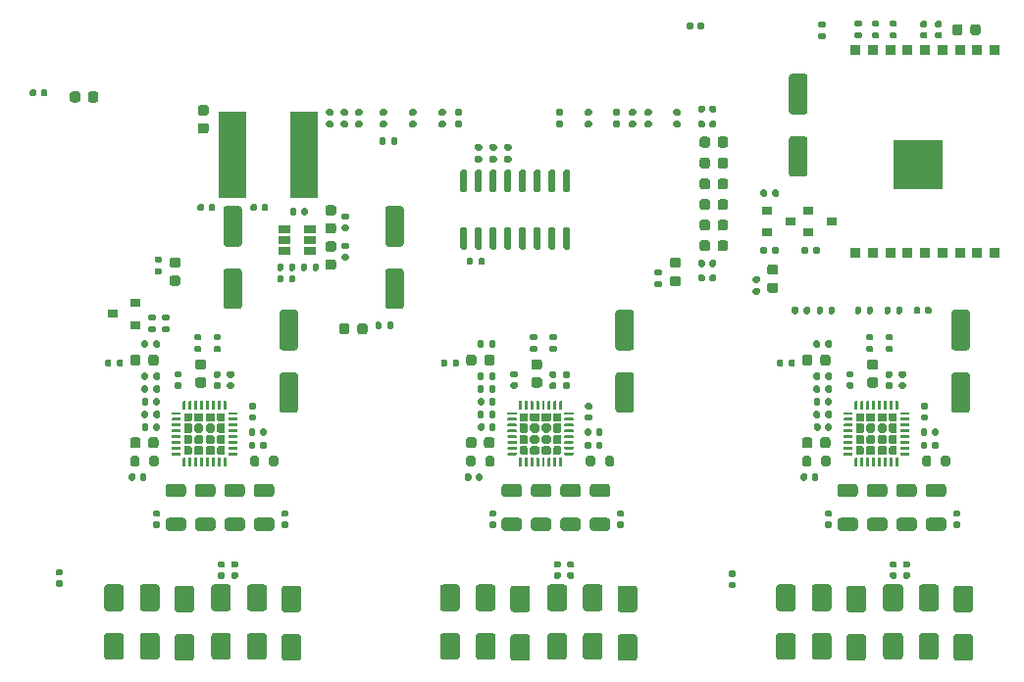
<source format=gtp>
G04 #@! TF.GenerationSoftware,KiCad,Pcbnew,5.1.12-84ad8e8a86~92~ubuntu20.04.1*
G04 #@! TF.CreationDate,2022-01-15T16:11:00+01:00*
G04 #@! TF.ProjectId,SaMcam_shield,53614d63-616d-45f7-9368-69656c642e6b,rev?*
G04 #@! TF.SameCoordinates,Original*
G04 #@! TF.FileFunction,Paste,Top*
G04 #@! TF.FilePolarity,Positive*
%FSLAX46Y46*%
G04 Gerber Fmt 4.6, Leading zero omitted, Abs format (unit mm)*
G04 Created by KiCad (PCBNEW 5.1.12-84ad8e8a86~92~ubuntu20.04.1) date 2022-01-15 16:11:00*
%MOMM*%
%LPD*%
G01*
G04 APERTURE LIST*
%ADD10C,0.100000*%
%ADD11R,4.300000X4.300000*%
%ADD12R,0.912500X0.850000*%
%ADD13R,2.400000X7.500000*%
%ADD14R,0.900000X0.800000*%
%ADD15R,1.060000X0.650000*%
G04 APERTURE END LIST*
G36*
G01*
X158519000Y-75146000D02*
X158219000Y-75146000D01*
G75*
G02*
X158069000Y-74996000I0J150000D01*
G01*
X158069000Y-73346000D01*
G75*
G02*
X158219000Y-73196000I150000J0D01*
G01*
X158519000Y-73196000D01*
G75*
G02*
X158669000Y-73346000I0J-150000D01*
G01*
X158669000Y-74996000D01*
G75*
G02*
X158519000Y-75146000I-150000J0D01*
G01*
G37*
G36*
G01*
X159789000Y-75146000D02*
X159489000Y-75146000D01*
G75*
G02*
X159339000Y-74996000I0J150000D01*
G01*
X159339000Y-73346000D01*
G75*
G02*
X159489000Y-73196000I150000J0D01*
G01*
X159789000Y-73196000D01*
G75*
G02*
X159939000Y-73346000I0J-150000D01*
G01*
X159939000Y-74996000D01*
G75*
G02*
X159789000Y-75146000I-150000J0D01*
G01*
G37*
G36*
G01*
X161059000Y-75146000D02*
X160759000Y-75146000D01*
G75*
G02*
X160609000Y-74996000I0J150000D01*
G01*
X160609000Y-73346000D01*
G75*
G02*
X160759000Y-73196000I150000J0D01*
G01*
X161059000Y-73196000D01*
G75*
G02*
X161209000Y-73346000I0J-150000D01*
G01*
X161209000Y-74996000D01*
G75*
G02*
X161059000Y-75146000I-150000J0D01*
G01*
G37*
G36*
G01*
X162329000Y-75146000D02*
X162029000Y-75146000D01*
G75*
G02*
X161879000Y-74996000I0J150000D01*
G01*
X161879000Y-73346000D01*
G75*
G02*
X162029000Y-73196000I150000J0D01*
G01*
X162329000Y-73196000D01*
G75*
G02*
X162479000Y-73346000I0J-150000D01*
G01*
X162479000Y-74996000D01*
G75*
G02*
X162329000Y-75146000I-150000J0D01*
G01*
G37*
G36*
G01*
X163599000Y-75146000D02*
X163299000Y-75146000D01*
G75*
G02*
X163149000Y-74996000I0J150000D01*
G01*
X163149000Y-73346000D01*
G75*
G02*
X163299000Y-73196000I150000J0D01*
G01*
X163599000Y-73196000D01*
G75*
G02*
X163749000Y-73346000I0J-150000D01*
G01*
X163749000Y-74996000D01*
G75*
G02*
X163599000Y-75146000I-150000J0D01*
G01*
G37*
G36*
G01*
X164869000Y-75146000D02*
X164569000Y-75146000D01*
G75*
G02*
X164419000Y-74996000I0J150000D01*
G01*
X164419000Y-73346000D01*
G75*
G02*
X164569000Y-73196000I150000J0D01*
G01*
X164869000Y-73196000D01*
G75*
G02*
X165019000Y-73346000I0J-150000D01*
G01*
X165019000Y-74996000D01*
G75*
G02*
X164869000Y-75146000I-150000J0D01*
G01*
G37*
G36*
G01*
X166139000Y-75146000D02*
X165839000Y-75146000D01*
G75*
G02*
X165689000Y-74996000I0J150000D01*
G01*
X165689000Y-73346000D01*
G75*
G02*
X165839000Y-73196000I150000J0D01*
G01*
X166139000Y-73196000D01*
G75*
G02*
X166289000Y-73346000I0J-150000D01*
G01*
X166289000Y-74996000D01*
G75*
G02*
X166139000Y-75146000I-150000J0D01*
G01*
G37*
G36*
G01*
X167409000Y-75146000D02*
X167109000Y-75146000D01*
G75*
G02*
X166959000Y-74996000I0J150000D01*
G01*
X166959000Y-73346000D01*
G75*
G02*
X167109000Y-73196000I150000J0D01*
G01*
X167409000Y-73196000D01*
G75*
G02*
X167559000Y-73346000I0J-150000D01*
G01*
X167559000Y-74996000D01*
G75*
G02*
X167409000Y-75146000I-150000J0D01*
G01*
G37*
G36*
G01*
X167409000Y-80096000D02*
X167109000Y-80096000D01*
G75*
G02*
X166959000Y-79946000I0J150000D01*
G01*
X166959000Y-78296000D01*
G75*
G02*
X167109000Y-78146000I150000J0D01*
G01*
X167409000Y-78146000D01*
G75*
G02*
X167559000Y-78296000I0J-150000D01*
G01*
X167559000Y-79946000D01*
G75*
G02*
X167409000Y-80096000I-150000J0D01*
G01*
G37*
G36*
G01*
X166139000Y-80096000D02*
X165839000Y-80096000D01*
G75*
G02*
X165689000Y-79946000I0J150000D01*
G01*
X165689000Y-78296000D01*
G75*
G02*
X165839000Y-78146000I150000J0D01*
G01*
X166139000Y-78146000D01*
G75*
G02*
X166289000Y-78296000I0J-150000D01*
G01*
X166289000Y-79946000D01*
G75*
G02*
X166139000Y-80096000I-150000J0D01*
G01*
G37*
G36*
G01*
X164869000Y-80096000D02*
X164569000Y-80096000D01*
G75*
G02*
X164419000Y-79946000I0J150000D01*
G01*
X164419000Y-78296000D01*
G75*
G02*
X164569000Y-78146000I150000J0D01*
G01*
X164869000Y-78146000D01*
G75*
G02*
X165019000Y-78296000I0J-150000D01*
G01*
X165019000Y-79946000D01*
G75*
G02*
X164869000Y-80096000I-150000J0D01*
G01*
G37*
G36*
G01*
X163599000Y-80096000D02*
X163299000Y-80096000D01*
G75*
G02*
X163149000Y-79946000I0J150000D01*
G01*
X163149000Y-78296000D01*
G75*
G02*
X163299000Y-78146000I150000J0D01*
G01*
X163599000Y-78146000D01*
G75*
G02*
X163749000Y-78296000I0J-150000D01*
G01*
X163749000Y-79946000D01*
G75*
G02*
X163599000Y-80096000I-150000J0D01*
G01*
G37*
G36*
G01*
X162329000Y-80096000D02*
X162029000Y-80096000D01*
G75*
G02*
X161879000Y-79946000I0J150000D01*
G01*
X161879000Y-78296000D01*
G75*
G02*
X162029000Y-78146000I150000J0D01*
G01*
X162329000Y-78146000D01*
G75*
G02*
X162479000Y-78296000I0J-150000D01*
G01*
X162479000Y-79946000D01*
G75*
G02*
X162329000Y-80096000I-150000J0D01*
G01*
G37*
G36*
G01*
X161059000Y-80096000D02*
X160759000Y-80096000D01*
G75*
G02*
X160609000Y-79946000I0J150000D01*
G01*
X160609000Y-78296000D01*
G75*
G02*
X160759000Y-78146000I150000J0D01*
G01*
X161059000Y-78146000D01*
G75*
G02*
X161209000Y-78296000I0J-150000D01*
G01*
X161209000Y-79946000D01*
G75*
G02*
X161059000Y-80096000I-150000J0D01*
G01*
G37*
G36*
G01*
X159789000Y-80096000D02*
X159489000Y-80096000D01*
G75*
G02*
X159339000Y-79946000I0J150000D01*
G01*
X159339000Y-78296000D01*
G75*
G02*
X159489000Y-78146000I150000J0D01*
G01*
X159789000Y-78146000D01*
G75*
G02*
X159939000Y-78296000I0J-150000D01*
G01*
X159939000Y-79946000D01*
G75*
G02*
X159789000Y-80096000I-150000J0D01*
G01*
G37*
G36*
G01*
X158519000Y-80096000D02*
X158219000Y-80096000D01*
G75*
G02*
X158069000Y-79946000I0J150000D01*
G01*
X158069000Y-78296000D01*
G75*
G02*
X158219000Y-78146000I150000J0D01*
G01*
X158519000Y-78146000D01*
G75*
G02*
X158669000Y-78296000I0J-150000D01*
G01*
X158669000Y-79946000D01*
G75*
G02*
X158519000Y-80096000I-150000J0D01*
G01*
G37*
G36*
G01*
X151649001Y-70515000D02*
X151649001Y-70885000D01*
G75*
G02*
X151514001Y-71020000I-135000J0D01*
G01*
X151244001Y-71020000D01*
G75*
G02*
X151109001Y-70885000I0J135000D01*
G01*
X151109001Y-70515000D01*
G75*
G02*
X151244001Y-70380000I135000J0D01*
G01*
X151514001Y-70380000D01*
G75*
G02*
X151649001Y-70515000I0J-135000D01*
G01*
G37*
G36*
G01*
X152669001Y-70515000D02*
X152669001Y-70885000D01*
G75*
G02*
X152534001Y-71020000I-135000J0D01*
G01*
X152264001Y-71020000D01*
G75*
G02*
X152129001Y-70885000I0J135000D01*
G01*
X152129001Y-70515000D01*
G75*
G02*
X152264001Y-70380000I135000J0D01*
G01*
X152534001Y-70380000D01*
G75*
G02*
X152669001Y-70515000I0J-135000D01*
G01*
G37*
D10*
G36*
X192299591Y-94916041D02*
G01*
X192283921Y-94911287D01*
X192269479Y-94903568D01*
X192256821Y-94893179D01*
X192246432Y-94880521D01*
X192238713Y-94866079D01*
X192233959Y-94850409D01*
X192232354Y-94834112D01*
X192232354Y-94315888D01*
X192233959Y-94299591D01*
X192238713Y-94283921D01*
X192246432Y-94269479D01*
X192256821Y-94256821D01*
X192269479Y-94246432D01*
X192283921Y-94238713D01*
X192299591Y-94233959D01*
X192315888Y-94232354D01*
X192834112Y-94232354D01*
X192850409Y-94233959D01*
X192866079Y-94238713D01*
X192880521Y-94246432D01*
X192893179Y-94256821D01*
X192903568Y-94269479D01*
X192911287Y-94283921D01*
X192916041Y-94299591D01*
X192917646Y-94315888D01*
X192917646Y-94764911D01*
X192916041Y-94781208D01*
X192911287Y-94796878D01*
X192903568Y-94811320D01*
X192893179Y-94823978D01*
X192823978Y-94893179D01*
X192811320Y-94903568D01*
X192796878Y-94911287D01*
X192781208Y-94916041D01*
X192764911Y-94917646D01*
X192315888Y-94917646D01*
X192299591Y-94916041D01*
G37*
G36*
X192299591Y-97766041D02*
G01*
X192283921Y-97761287D01*
X192269479Y-97753568D01*
X192256821Y-97743179D01*
X192246432Y-97730521D01*
X192238713Y-97716079D01*
X192233959Y-97700409D01*
X192232354Y-97684112D01*
X192232354Y-97165888D01*
X192233959Y-97149591D01*
X192238713Y-97133921D01*
X192246432Y-97119479D01*
X192256821Y-97106821D01*
X192269479Y-97096432D01*
X192283921Y-97088713D01*
X192299591Y-97083959D01*
X192315888Y-97082354D01*
X192764911Y-97082354D01*
X192781208Y-97083959D01*
X192796878Y-97088713D01*
X192811320Y-97096432D01*
X192823978Y-97106821D01*
X192893179Y-97176022D01*
X192903568Y-97188680D01*
X192911287Y-97203122D01*
X192916041Y-97218792D01*
X192917646Y-97235089D01*
X192917646Y-97684112D01*
X192916041Y-97700409D01*
X192911287Y-97716079D01*
X192903568Y-97730521D01*
X192893179Y-97743179D01*
X192880521Y-97753568D01*
X192866079Y-97761287D01*
X192850409Y-97766041D01*
X192834112Y-97767646D01*
X192315888Y-97767646D01*
X192299591Y-97766041D01*
G37*
G36*
X195218792Y-94916041D02*
G01*
X195203122Y-94911287D01*
X195188680Y-94903568D01*
X195176022Y-94893179D01*
X195106821Y-94823978D01*
X195096432Y-94811320D01*
X195088713Y-94796878D01*
X195083959Y-94781208D01*
X195082354Y-94764911D01*
X195082354Y-94315888D01*
X195083959Y-94299591D01*
X195088713Y-94283921D01*
X195096432Y-94269479D01*
X195106821Y-94256821D01*
X195119479Y-94246432D01*
X195133921Y-94238713D01*
X195149591Y-94233959D01*
X195165888Y-94232354D01*
X195684112Y-94232354D01*
X195700409Y-94233959D01*
X195716079Y-94238713D01*
X195730521Y-94246432D01*
X195743179Y-94256821D01*
X195753568Y-94269479D01*
X195761287Y-94283921D01*
X195766041Y-94299591D01*
X195767646Y-94315888D01*
X195767646Y-94834112D01*
X195766041Y-94850409D01*
X195761287Y-94866079D01*
X195753568Y-94880521D01*
X195743179Y-94893179D01*
X195730521Y-94903568D01*
X195716079Y-94911287D01*
X195700409Y-94916041D01*
X195684112Y-94917646D01*
X195235089Y-94917646D01*
X195218792Y-94916041D01*
G37*
G36*
X195149591Y-97766041D02*
G01*
X195133921Y-97761287D01*
X195119479Y-97753568D01*
X195106821Y-97743179D01*
X195096432Y-97730521D01*
X195088713Y-97716079D01*
X195083959Y-97700409D01*
X195082354Y-97684112D01*
X195082354Y-97235089D01*
X195083959Y-97218792D01*
X195088713Y-97203122D01*
X195096432Y-97188680D01*
X195106821Y-97176022D01*
X195176022Y-97106821D01*
X195188680Y-97096432D01*
X195203122Y-97088713D01*
X195218792Y-97083959D01*
X195235089Y-97082354D01*
X195684112Y-97082354D01*
X195700409Y-97083959D01*
X195716079Y-97088713D01*
X195730521Y-97096432D01*
X195743179Y-97106821D01*
X195753568Y-97119479D01*
X195761287Y-97133921D01*
X195766041Y-97149591D01*
X195767646Y-97165888D01*
X195767646Y-97684112D01*
X195766041Y-97700409D01*
X195761287Y-97716079D01*
X195753568Y-97730521D01*
X195743179Y-97743179D01*
X195730521Y-97753568D01*
X195716079Y-97761287D01*
X195700409Y-97766041D01*
X195684112Y-97767646D01*
X195165888Y-97767646D01*
X195149591Y-97766041D01*
G37*
G36*
X193216541Y-94916238D02*
G01*
X193202799Y-94912070D01*
X193190134Y-94905300D01*
X193179032Y-94896190D01*
X193118343Y-94835501D01*
X193109233Y-94824399D01*
X193102463Y-94811734D01*
X193098295Y-94797992D01*
X193096887Y-94783700D01*
X193096887Y-94305611D01*
X193098295Y-94291319D01*
X193102463Y-94277577D01*
X193109233Y-94264912D01*
X193118343Y-94253810D01*
X193129445Y-94244700D01*
X193142110Y-94237930D01*
X193155852Y-94233762D01*
X193170144Y-94232354D01*
X193829856Y-94232354D01*
X193844148Y-94233762D01*
X193857890Y-94237930D01*
X193870555Y-94244700D01*
X193881657Y-94253810D01*
X193890767Y-94264912D01*
X193897537Y-94277577D01*
X193901705Y-94291319D01*
X193903113Y-94305611D01*
X193903113Y-94783700D01*
X193901705Y-94797992D01*
X193897537Y-94811734D01*
X193890767Y-94824399D01*
X193881657Y-94835501D01*
X193820968Y-94896190D01*
X193809866Y-94905300D01*
X193797201Y-94912070D01*
X193783459Y-94916238D01*
X193769167Y-94917646D01*
X193230833Y-94917646D01*
X193216541Y-94916238D01*
G37*
G36*
X194216541Y-94916238D02*
G01*
X194202799Y-94912070D01*
X194190134Y-94905300D01*
X194179032Y-94896190D01*
X194118343Y-94835501D01*
X194109233Y-94824399D01*
X194102463Y-94811734D01*
X194098295Y-94797992D01*
X194096887Y-94783700D01*
X194096887Y-94305611D01*
X194098295Y-94291319D01*
X194102463Y-94277577D01*
X194109233Y-94264912D01*
X194118343Y-94253810D01*
X194129445Y-94244700D01*
X194142110Y-94237930D01*
X194155852Y-94233762D01*
X194170144Y-94232354D01*
X194829856Y-94232354D01*
X194844148Y-94233762D01*
X194857890Y-94237930D01*
X194870555Y-94244700D01*
X194881657Y-94253810D01*
X194890767Y-94264912D01*
X194897537Y-94277577D01*
X194901705Y-94291319D01*
X194903113Y-94305611D01*
X194903113Y-94783700D01*
X194901705Y-94797992D01*
X194897537Y-94811734D01*
X194890767Y-94824399D01*
X194881657Y-94835501D01*
X194820968Y-94896190D01*
X194809866Y-94905300D01*
X194797201Y-94912070D01*
X194783459Y-94916238D01*
X194769167Y-94917646D01*
X194230833Y-94917646D01*
X194216541Y-94916238D01*
G37*
G36*
X193155852Y-97766238D02*
G01*
X193142110Y-97762070D01*
X193129445Y-97755300D01*
X193118343Y-97746190D01*
X193109233Y-97735088D01*
X193102463Y-97722423D01*
X193098295Y-97708681D01*
X193096887Y-97694389D01*
X193096887Y-97216300D01*
X193098295Y-97202008D01*
X193102463Y-97188266D01*
X193109233Y-97175601D01*
X193118343Y-97164499D01*
X193179032Y-97103810D01*
X193190134Y-97094700D01*
X193202799Y-97087930D01*
X193216541Y-97083762D01*
X193230833Y-97082354D01*
X193769167Y-97082354D01*
X193783459Y-97083762D01*
X193797201Y-97087930D01*
X193809866Y-97094700D01*
X193820968Y-97103810D01*
X193881657Y-97164499D01*
X193890767Y-97175601D01*
X193897537Y-97188266D01*
X193901705Y-97202008D01*
X193903113Y-97216300D01*
X193903113Y-97694389D01*
X193901705Y-97708681D01*
X193897537Y-97722423D01*
X193890767Y-97735088D01*
X193881657Y-97746190D01*
X193870555Y-97755300D01*
X193857890Y-97762070D01*
X193844148Y-97766238D01*
X193829856Y-97767646D01*
X193170144Y-97767646D01*
X193155852Y-97766238D01*
G37*
G36*
X194155852Y-97766238D02*
G01*
X194142110Y-97762070D01*
X194129445Y-97755300D01*
X194118343Y-97746190D01*
X194109233Y-97735088D01*
X194102463Y-97722423D01*
X194098295Y-97708681D01*
X194096887Y-97694389D01*
X194096887Y-97216300D01*
X194098295Y-97202008D01*
X194102463Y-97188266D01*
X194109233Y-97175601D01*
X194118343Y-97164499D01*
X194179032Y-97103810D01*
X194190134Y-97094700D01*
X194202799Y-97087930D01*
X194216541Y-97083762D01*
X194230833Y-97082354D01*
X194769167Y-97082354D01*
X194783459Y-97083762D01*
X194797201Y-97087930D01*
X194809866Y-97094700D01*
X194820968Y-97103810D01*
X194881657Y-97164499D01*
X194890767Y-97175601D01*
X194897537Y-97188266D01*
X194901705Y-97202008D01*
X194903113Y-97216300D01*
X194903113Y-97694389D01*
X194901705Y-97708681D01*
X194897537Y-97722423D01*
X194890767Y-97735088D01*
X194881657Y-97746190D01*
X194870555Y-97755300D01*
X194857890Y-97762070D01*
X194844148Y-97766238D01*
X194829856Y-97767646D01*
X194170144Y-97767646D01*
X194155852Y-97766238D01*
G37*
G36*
X192291319Y-95901705D02*
G01*
X192277577Y-95897537D01*
X192264912Y-95890767D01*
X192253810Y-95881657D01*
X192244700Y-95870555D01*
X192237930Y-95857890D01*
X192233762Y-95844148D01*
X192232354Y-95829856D01*
X192232354Y-95170144D01*
X192233762Y-95155852D01*
X192237930Y-95142110D01*
X192244700Y-95129445D01*
X192253810Y-95118343D01*
X192264912Y-95109233D01*
X192277577Y-95102463D01*
X192291319Y-95098295D01*
X192305611Y-95096887D01*
X192783700Y-95096887D01*
X192797992Y-95098295D01*
X192811734Y-95102463D01*
X192824399Y-95109233D01*
X192835501Y-95118343D01*
X192896190Y-95179032D01*
X192905300Y-95190134D01*
X192912070Y-95202799D01*
X192916238Y-95216541D01*
X192917646Y-95230833D01*
X192917646Y-95769167D01*
X192916238Y-95783459D01*
X192912070Y-95797201D01*
X192905300Y-95809866D01*
X192896190Y-95820968D01*
X192835501Y-95881657D01*
X192824399Y-95890767D01*
X192811734Y-95897537D01*
X192797992Y-95901705D01*
X192783700Y-95903113D01*
X192305611Y-95903113D01*
X192291319Y-95901705D01*
G37*
G36*
X192291319Y-96901705D02*
G01*
X192277577Y-96897537D01*
X192264912Y-96890767D01*
X192253810Y-96881657D01*
X192244700Y-96870555D01*
X192237930Y-96857890D01*
X192233762Y-96844148D01*
X192232354Y-96829856D01*
X192232354Y-96170144D01*
X192233762Y-96155852D01*
X192237930Y-96142110D01*
X192244700Y-96129445D01*
X192253810Y-96118343D01*
X192264912Y-96109233D01*
X192277577Y-96102463D01*
X192291319Y-96098295D01*
X192305611Y-96096887D01*
X192783700Y-96096887D01*
X192797992Y-96098295D01*
X192811734Y-96102463D01*
X192824399Y-96109233D01*
X192835501Y-96118343D01*
X192896190Y-96179032D01*
X192905300Y-96190134D01*
X192912070Y-96202799D01*
X192916238Y-96216541D01*
X192917646Y-96230833D01*
X192917646Y-96769167D01*
X192916238Y-96783459D01*
X192912070Y-96797201D01*
X192905300Y-96809866D01*
X192896190Y-96820968D01*
X192835501Y-96881657D01*
X192824399Y-96890767D01*
X192811734Y-96897537D01*
X192797992Y-96901705D01*
X192783700Y-96903113D01*
X192305611Y-96903113D01*
X192291319Y-96901705D01*
G37*
G36*
X195202008Y-95901705D02*
G01*
X195188266Y-95897537D01*
X195175601Y-95890767D01*
X195164499Y-95881657D01*
X195103810Y-95820968D01*
X195094700Y-95809866D01*
X195087930Y-95797201D01*
X195083762Y-95783459D01*
X195082354Y-95769167D01*
X195082354Y-95230833D01*
X195083762Y-95216541D01*
X195087930Y-95202799D01*
X195094700Y-95190134D01*
X195103810Y-95179032D01*
X195164499Y-95118343D01*
X195175601Y-95109233D01*
X195188266Y-95102463D01*
X195202008Y-95098295D01*
X195216300Y-95096887D01*
X195694389Y-95096887D01*
X195708681Y-95098295D01*
X195722423Y-95102463D01*
X195735088Y-95109233D01*
X195746190Y-95118343D01*
X195755300Y-95129445D01*
X195762070Y-95142110D01*
X195766238Y-95155852D01*
X195767646Y-95170144D01*
X195767646Y-95829856D01*
X195766238Y-95844148D01*
X195762070Y-95857890D01*
X195755300Y-95870555D01*
X195746190Y-95881657D01*
X195735088Y-95890767D01*
X195722423Y-95897537D01*
X195708681Y-95901705D01*
X195694389Y-95903113D01*
X195216300Y-95903113D01*
X195202008Y-95901705D01*
G37*
G36*
X195202008Y-96901705D02*
G01*
X195188266Y-96897537D01*
X195175601Y-96890767D01*
X195164499Y-96881657D01*
X195103810Y-96820968D01*
X195094700Y-96809866D01*
X195087930Y-96797201D01*
X195083762Y-96783459D01*
X195082354Y-96769167D01*
X195082354Y-96230833D01*
X195083762Y-96216541D01*
X195087930Y-96202799D01*
X195094700Y-96190134D01*
X195103810Y-96179032D01*
X195164499Y-96118343D01*
X195175601Y-96109233D01*
X195188266Y-96102463D01*
X195202008Y-96098295D01*
X195216300Y-96096887D01*
X195694389Y-96096887D01*
X195708681Y-96098295D01*
X195722423Y-96102463D01*
X195735088Y-96109233D01*
X195746190Y-96118343D01*
X195755300Y-96129445D01*
X195762070Y-96142110D01*
X195766238Y-96155852D01*
X195767646Y-96170144D01*
X195767646Y-96829856D01*
X195766238Y-96844148D01*
X195762070Y-96857890D01*
X195755300Y-96870555D01*
X195746190Y-96881657D01*
X195735088Y-96890767D01*
X195722423Y-96897537D01*
X195708681Y-96901705D01*
X195694389Y-96903113D01*
X195216300Y-96903113D01*
X195202008Y-96901705D01*
G37*
G36*
G01*
X193903113Y-95298443D02*
X193903113Y-95701557D01*
G75*
G02*
X193701557Y-95903113I-201556J0D01*
G01*
X193298443Y-95903113D01*
G75*
G02*
X193096887Y-95701557I0J201556D01*
G01*
X193096887Y-95298443D01*
G75*
G02*
X193298443Y-95096887I201556J0D01*
G01*
X193701557Y-95096887D01*
G75*
G02*
X193903113Y-95298443I0J-201556D01*
G01*
G37*
G36*
G01*
X193903113Y-96298443D02*
X193903113Y-96701557D01*
G75*
G02*
X193701557Y-96903113I-201556J0D01*
G01*
X193298443Y-96903113D01*
G75*
G02*
X193096887Y-96701557I0J201556D01*
G01*
X193096887Y-96298443D01*
G75*
G02*
X193298443Y-96096887I201556J0D01*
G01*
X193701557Y-96096887D01*
G75*
G02*
X193903113Y-96298443I0J-201556D01*
G01*
G37*
G36*
G01*
X194903113Y-95298443D02*
X194903113Y-95701557D01*
G75*
G02*
X194701557Y-95903113I-201556J0D01*
G01*
X194298443Y-95903113D01*
G75*
G02*
X194096887Y-95701557I0J201556D01*
G01*
X194096887Y-95298443D01*
G75*
G02*
X194298443Y-95096887I201556J0D01*
G01*
X194701557Y-95096887D01*
G75*
G02*
X194903113Y-95298443I0J-201556D01*
G01*
G37*
G36*
G01*
X194903113Y-96298443D02*
X194903113Y-96701557D01*
G75*
G02*
X194701557Y-96903113I-201556J0D01*
G01*
X194298443Y-96903113D01*
G75*
G02*
X194096887Y-96701557I0J201556D01*
G01*
X194096887Y-96298443D01*
G75*
G02*
X194298443Y-96096887I201556J0D01*
G01*
X194701557Y-96096887D01*
G75*
G02*
X194903113Y-96298443I0J-201556D01*
G01*
G37*
G36*
G01*
X195875000Y-98112500D02*
X195875000Y-98787500D01*
G75*
G02*
X195812500Y-98850000I-62500J0D01*
G01*
X195687500Y-98850000D01*
G75*
G02*
X195625000Y-98787500I0J62500D01*
G01*
X195625000Y-98112500D01*
G75*
G02*
X195687500Y-98050000I62500J0D01*
G01*
X195812500Y-98050000D01*
G75*
G02*
X195875000Y-98112500I0J-62500D01*
G01*
G37*
G36*
G01*
X195375000Y-98112500D02*
X195375000Y-98787500D01*
G75*
G02*
X195312500Y-98850000I-62500J0D01*
G01*
X195187500Y-98850000D01*
G75*
G02*
X195125000Y-98787500I0J62500D01*
G01*
X195125000Y-98112500D01*
G75*
G02*
X195187500Y-98050000I62500J0D01*
G01*
X195312500Y-98050000D01*
G75*
G02*
X195375000Y-98112500I0J-62500D01*
G01*
G37*
G36*
G01*
X194875000Y-98112500D02*
X194875000Y-98787500D01*
G75*
G02*
X194812500Y-98850000I-62500J0D01*
G01*
X194687500Y-98850000D01*
G75*
G02*
X194625000Y-98787500I0J62500D01*
G01*
X194625000Y-98112500D01*
G75*
G02*
X194687500Y-98050000I62500J0D01*
G01*
X194812500Y-98050000D01*
G75*
G02*
X194875000Y-98112500I0J-62500D01*
G01*
G37*
G36*
G01*
X194375000Y-98112500D02*
X194375000Y-98787500D01*
G75*
G02*
X194312500Y-98850000I-62500J0D01*
G01*
X194187500Y-98850000D01*
G75*
G02*
X194125000Y-98787500I0J62500D01*
G01*
X194125000Y-98112500D01*
G75*
G02*
X194187500Y-98050000I62500J0D01*
G01*
X194312500Y-98050000D01*
G75*
G02*
X194375000Y-98112500I0J-62500D01*
G01*
G37*
G36*
G01*
X193875000Y-98112500D02*
X193875000Y-98787500D01*
G75*
G02*
X193812500Y-98850000I-62500J0D01*
G01*
X193687500Y-98850000D01*
G75*
G02*
X193625000Y-98787500I0J62500D01*
G01*
X193625000Y-98112500D01*
G75*
G02*
X193687500Y-98050000I62500J0D01*
G01*
X193812500Y-98050000D01*
G75*
G02*
X193875000Y-98112500I0J-62500D01*
G01*
G37*
G36*
G01*
X193375000Y-98112500D02*
X193375000Y-98787500D01*
G75*
G02*
X193312500Y-98850000I-62500J0D01*
G01*
X193187500Y-98850000D01*
G75*
G02*
X193125000Y-98787500I0J62500D01*
G01*
X193125000Y-98112500D01*
G75*
G02*
X193187500Y-98050000I62500J0D01*
G01*
X193312500Y-98050000D01*
G75*
G02*
X193375000Y-98112500I0J-62500D01*
G01*
G37*
G36*
G01*
X192875000Y-98112500D02*
X192875000Y-98787500D01*
G75*
G02*
X192812500Y-98850000I-62500J0D01*
G01*
X192687500Y-98850000D01*
G75*
G02*
X192625000Y-98787500I0J62500D01*
G01*
X192625000Y-98112500D01*
G75*
G02*
X192687500Y-98050000I62500J0D01*
G01*
X192812500Y-98050000D01*
G75*
G02*
X192875000Y-98112500I0J-62500D01*
G01*
G37*
G36*
G01*
X192375000Y-98112500D02*
X192375000Y-98787500D01*
G75*
G02*
X192312500Y-98850000I-62500J0D01*
G01*
X192187500Y-98850000D01*
G75*
G02*
X192125000Y-98787500I0J62500D01*
G01*
X192125000Y-98112500D01*
G75*
G02*
X192187500Y-98050000I62500J0D01*
G01*
X192312500Y-98050000D01*
G75*
G02*
X192375000Y-98112500I0J-62500D01*
G01*
G37*
G36*
G01*
X191950000Y-97687500D02*
X191950000Y-97812500D01*
G75*
G02*
X191887500Y-97875000I-62500J0D01*
G01*
X191212500Y-97875000D01*
G75*
G02*
X191150000Y-97812500I0J62500D01*
G01*
X191150000Y-97687500D01*
G75*
G02*
X191212500Y-97625000I62500J0D01*
G01*
X191887500Y-97625000D01*
G75*
G02*
X191950000Y-97687500I0J-62500D01*
G01*
G37*
G36*
G01*
X191950000Y-97187500D02*
X191950000Y-97312500D01*
G75*
G02*
X191887500Y-97375000I-62500J0D01*
G01*
X191212500Y-97375000D01*
G75*
G02*
X191150000Y-97312500I0J62500D01*
G01*
X191150000Y-97187500D01*
G75*
G02*
X191212500Y-97125000I62500J0D01*
G01*
X191887500Y-97125000D01*
G75*
G02*
X191950000Y-97187500I0J-62500D01*
G01*
G37*
G36*
G01*
X191950000Y-96687500D02*
X191950000Y-96812500D01*
G75*
G02*
X191887500Y-96875000I-62500J0D01*
G01*
X191212500Y-96875000D01*
G75*
G02*
X191150000Y-96812500I0J62500D01*
G01*
X191150000Y-96687500D01*
G75*
G02*
X191212500Y-96625000I62500J0D01*
G01*
X191887500Y-96625000D01*
G75*
G02*
X191950000Y-96687500I0J-62500D01*
G01*
G37*
G36*
G01*
X191950000Y-96187500D02*
X191950000Y-96312500D01*
G75*
G02*
X191887500Y-96375000I-62500J0D01*
G01*
X191212500Y-96375000D01*
G75*
G02*
X191150000Y-96312500I0J62500D01*
G01*
X191150000Y-96187500D01*
G75*
G02*
X191212500Y-96125000I62500J0D01*
G01*
X191887500Y-96125000D01*
G75*
G02*
X191950000Y-96187500I0J-62500D01*
G01*
G37*
G36*
G01*
X191950000Y-95687500D02*
X191950000Y-95812500D01*
G75*
G02*
X191887500Y-95875000I-62500J0D01*
G01*
X191212500Y-95875000D01*
G75*
G02*
X191150000Y-95812500I0J62500D01*
G01*
X191150000Y-95687500D01*
G75*
G02*
X191212500Y-95625000I62500J0D01*
G01*
X191887500Y-95625000D01*
G75*
G02*
X191950000Y-95687500I0J-62500D01*
G01*
G37*
G36*
G01*
X191950000Y-95187500D02*
X191950000Y-95312500D01*
G75*
G02*
X191887500Y-95375000I-62500J0D01*
G01*
X191212500Y-95375000D01*
G75*
G02*
X191150000Y-95312500I0J62500D01*
G01*
X191150000Y-95187500D01*
G75*
G02*
X191212500Y-95125000I62500J0D01*
G01*
X191887500Y-95125000D01*
G75*
G02*
X191950000Y-95187500I0J-62500D01*
G01*
G37*
G36*
G01*
X191950000Y-94687500D02*
X191950000Y-94812500D01*
G75*
G02*
X191887500Y-94875000I-62500J0D01*
G01*
X191212500Y-94875000D01*
G75*
G02*
X191150000Y-94812500I0J62500D01*
G01*
X191150000Y-94687500D01*
G75*
G02*
X191212500Y-94625000I62500J0D01*
G01*
X191887500Y-94625000D01*
G75*
G02*
X191950000Y-94687500I0J-62500D01*
G01*
G37*
G36*
G01*
X191950000Y-94187500D02*
X191950000Y-94312500D01*
G75*
G02*
X191887500Y-94375000I-62500J0D01*
G01*
X191212500Y-94375000D01*
G75*
G02*
X191150000Y-94312500I0J62500D01*
G01*
X191150000Y-94187500D01*
G75*
G02*
X191212500Y-94125000I62500J0D01*
G01*
X191887500Y-94125000D01*
G75*
G02*
X191950000Y-94187500I0J-62500D01*
G01*
G37*
G36*
G01*
X192375000Y-93212500D02*
X192375000Y-93887500D01*
G75*
G02*
X192312500Y-93950000I-62500J0D01*
G01*
X192187500Y-93950000D01*
G75*
G02*
X192125000Y-93887500I0J62500D01*
G01*
X192125000Y-93212500D01*
G75*
G02*
X192187500Y-93150000I62500J0D01*
G01*
X192312500Y-93150000D01*
G75*
G02*
X192375000Y-93212500I0J-62500D01*
G01*
G37*
G36*
G01*
X192875000Y-93212500D02*
X192875000Y-93887500D01*
G75*
G02*
X192812500Y-93950000I-62500J0D01*
G01*
X192687500Y-93950000D01*
G75*
G02*
X192625000Y-93887500I0J62500D01*
G01*
X192625000Y-93212500D01*
G75*
G02*
X192687500Y-93150000I62500J0D01*
G01*
X192812500Y-93150000D01*
G75*
G02*
X192875000Y-93212500I0J-62500D01*
G01*
G37*
G36*
G01*
X193375000Y-93212500D02*
X193375000Y-93887500D01*
G75*
G02*
X193312500Y-93950000I-62500J0D01*
G01*
X193187500Y-93950000D01*
G75*
G02*
X193125000Y-93887500I0J62500D01*
G01*
X193125000Y-93212500D01*
G75*
G02*
X193187500Y-93150000I62500J0D01*
G01*
X193312500Y-93150000D01*
G75*
G02*
X193375000Y-93212500I0J-62500D01*
G01*
G37*
G36*
G01*
X193875000Y-93212500D02*
X193875000Y-93887500D01*
G75*
G02*
X193812500Y-93950000I-62500J0D01*
G01*
X193687500Y-93950000D01*
G75*
G02*
X193625000Y-93887500I0J62500D01*
G01*
X193625000Y-93212500D01*
G75*
G02*
X193687500Y-93150000I62500J0D01*
G01*
X193812500Y-93150000D01*
G75*
G02*
X193875000Y-93212500I0J-62500D01*
G01*
G37*
G36*
G01*
X194375000Y-93212500D02*
X194375000Y-93887500D01*
G75*
G02*
X194312500Y-93950000I-62500J0D01*
G01*
X194187500Y-93950000D01*
G75*
G02*
X194125000Y-93887500I0J62500D01*
G01*
X194125000Y-93212500D01*
G75*
G02*
X194187500Y-93150000I62500J0D01*
G01*
X194312500Y-93150000D01*
G75*
G02*
X194375000Y-93212500I0J-62500D01*
G01*
G37*
G36*
G01*
X194875000Y-93212500D02*
X194875000Y-93887500D01*
G75*
G02*
X194812500Y-93950000I-62500J0D01*
G01*
X194687500Y-93950000D01*
G75*
G02*
X194625000Y-93887500I0J62500D01*
G01*
X194625000Y-93212500D01*
G75*
G02*
X194687500Y-93150000I62500J0D01*
G01*
X194812500Y-93150000D01*
G75*
G02*
X194875000Y-93212500I0J-62500D01*
G01*
G37*
G36*
G01*
X195375000Y-93212500D02*
X195375000Y-93887500D01*
G75*
G02*
X195312500Y-93950000I-62500J0D01*
G01*
X195187500Y-93950000D01*
G75*
G02*
X195125000Y-93887500I0J62500D01*
G01*
X195125000Y-93212500D01*
G75*
G02*
X195187500Y-93150000I62500J0D01*
G01*
X195312500Y-93150000D01*
G75*
G02*
X195375000Y-93212500I0J-62500D01*
G01*
G37*
G36*
G01*
X195875000Y-93212500D02*
X195875000Y-93887500D01*
G75*
G02*
X195812500Y-93950000I-62500J0D01*
G01*
X195687500Y-93950000D01*
G75*
G02*
X195625000Y-93887500I0J62500D01*
G01*
X195625000Y-93212500D01*
G75*
G02*
X195687500Y-93150000I62500J0D01*
G01*
X195812500Y-93150000D01*
G75*
G02*
X195875000Y-93212500I0J-62500D01*
G01*
G37*
G36*
G01*
X196850000Y-94187500D02*
X196850000Y-94312500D01*
G75*
G02*
X196787500Y-94375000I-62500J0D01*
G01*
X196112500Y-94375000D01*
G75*
G02*
X196050000Y-94312500I0J62500D01*
G01*
X196050000Y-94187500D01*
G75*
G02*
X196112500Y-94125000I62500J0D01*
G01*
X196787500Y-94125000D01*
G75*
G02*
X196850000Y-94187500I0J-62500D01*
G01*
G37*
G36*
G01*
X196850000Y-94687500D02*
X196850000Y-94812500D01*
G75*
G02*
X196787500Y-94875000I-62500J0D01*
G01*
X196112500Y-94875000D01*
G75*
G02*
X196050000Y-94812500I0J62500D01*
G01*
X196050000Y-94687500D01*
G75*
G02*
X196112500Y-94625000I62500J0D01*
G01*
X196787500Y-94625000D01*
G75*
G02*
X196850000Y-94687500I0J-62500D01*
G01*
G37*
G36*
G01*
X196850000Y-95187500D02*
X196850000Y-95312500D01*
G75*
G02*
X196787500Y-95375000I-62500J0D01*
G01*
X196112500Y-95375000D01*
G75*
G02*
X196050000Y-95312500I0J62500D01*
G01*
X196050000Y-95187500D01*
G75*
G02*
X196112500Y-95125000I62500J0D01*
G01*
X196787500Y-95125000D01*
G75*
G02*
X196850000Y-95187500I0J-62500D01*
G01*
G37*
G36*
G01*
X196850000Y-95687500D02*
X196850000Y-95812500D01*
G75*
G02*
X196787500Y-95875000I-62500J0D01*
G01*
X196112500Y-95875000D01*
G75*
G02*
X196050000Y-95812500I0J62500D01*
G01*
X196050000Y-95687500D01*
G75*
G02*
X196112500Y-95625000I62500J0D01*
G01*
X196787500Y-95625000D01*
G75*
G02*
X196850000Y-95687500I0J-62500D01*
G01*
G37*
G36*
G01*
X196850000Y-96187500D02*
X196850000Y-96312500D01*
G75*
G02*
X196787500Y-96375000I-62500J0D01*
G01*
X196112500Y-96375000D01*
G75*
G02*
X196050000Y-96312500I0J62500D01*
G01*
X196050000Y-96187500D01*
G75*
G02*
X196112500Y-96125000I62500J0D01*
G01*
X196787500Y-96125000D01*
G75*
G02*
X196850000Y-96187500I0J-62500D01*
G01*
G37*
G36*
G01*
X196850000Y-96687500D02*
X196850000Y-96812500D01*
G75*
G02*
X196787500Y-96875000I-62500J0D01*
G01*
X196112500Y-96875000D01*
G75*
G02*
X196050000Y-96812500I0J62500D01*
G01*
X196050000Y-96687500D01*
G75*
G02*
X196112500Y-96625000I62500J0D01*
G01*
X196787500Y-96625000D01*
G75*
G02*
X196850000Y-96687500I0J-62500D01*
G01*
G37*
G36*
G01*
X196850000Y-97187500D02*
X196850000Y-97312500D01*
G75*
G02*
X196787500Y-97375000I-62500J0D01*
G01*
X196112500Y-97375000D01*
G75*
G02*
X196050000Y-97312500I0J62500D01*
G01*
X196050000Y-97187500D01*
G75*
G02*
X196112500Y-97125000I62500J0D01*
G01*
X196787500Y-97125000D01*
G75*
G02*
X196850000Y-97187500I0J-62500D01*
G01*
G37*
G36*
G01*
X196850000Y-97687500D02*
X196850000Y-97812500D01*
G75*
G02*
X196787500Y-97875000I-62500J0D01*
G01*
X196112500Y-97875000D01*
G75*
G02*
X196050000Y-97812500I0J62500D01*
G01*
X196050000Y-97687500D01*
G75*
G02*
X196112500Y-97625000I62500J0D01*
G01*
X196787500Y-97625000D01*
G75*
G02*
X196850000Y-97687500I0J-62500D01*
G01*
G37*
D11*
X197620000Y-72720000D03*
D12*
X204200000Y-62862500D03*
X202700000Y-62862500D03*
X201200000Y-62862500D03*
X199700000Y-62862500D03*
X198200000Y-62862500D03*
X196700000Y-62862500D03*
X195200000Y-62862500D03*
X193700000Y-62862500D03*
X192200000Y-62862500D03*
X192200000Y-80337500D03*
X193700000Y-80337500D03*
X195200000Y-80337500D03*
X196700000Y-80337500D03*
X198200000Y-80337500D03*
X199700000Y-80337500D03*
X201200000Y-80337500D03*
X202700000Y-80337500D03*
X204200000Y-80337500D03*
G36*
G01*
X186699600Y-70292000D02*
X187799600Y-70292000D01*
G75*
G02*
X188049600Y-70542000I0J-250000D01*
G01*
X188049600Y-73542000D01*
G75*
G02*
X187799600Y-73792000I-250000J0D01*
G01*
X186699600Y-73792000D01*
G75*
G02*
X186449600Y-73542000I0J250000D01*
G01*
X186449600Y-70542000D01*
G75*
G02*
X186699600Y-70292000I250000J0D01*
G01*
G37*
G36*
G01*
X186699600Y-64892000D02*
X187799600Y-64892000D01*
G75*
G02*
X188049600Y-65142000I0J-250000D01*
G01*
X188049600Y-68142000D01*
G75*
G02*
X187799600Y-68392000I-250000J0D01*
G01*
X186699600Y-68392000D01*
G75*
G02*
X186449600Y-68142000I0J250000D01*
G01*
X186449600Y-65142000D01*
G75*
G02*
X186699600Y-64892000I250000J0D01*
G01*
G37*
G36*
G01*
X143819600Y-88788200D02*
X142719600Y-88788200D01*
G75*
G02*
X142469600Y-88538200I0J250000D01*
G01*
X142469600Y-85538200D01*
G75*
G02*
X142719600Y-85288200I250000J0D01*
G01*
X143819600Y-85288200D01*
G75*
G02*
X144069600Y-85538200I0J-250000D01*
G01*
X144069600Y-88538200D01*
G75*
G02*
X143819600Y-88788200I-250000J0D01*
G01*
G37*
G36*
G01*
X143819600Y-94188200D02*
X142719600Y-94188200D01*
G75*
G02*
X142469600Y-93938200I0J250000D01*
G01*
X142469600Y-90938200D01*
G75*
G02*
X142719600Y-90688200I250000J0D01*
G01*
X143819600Y-90688200D01*
G75*
G02*
X144069600Y-90938200I0J-250000D01*
G01*
X144069600Y-93938200D01*
G75*
G02*
X143819600Y-94188200I-250000J0D01*
G01*
G37*
G36*
G01*
X172819600Y-88788200D02*
X171719600Y-88788200D01*
G75*
G02*
X171469600Y-88538200I0J250000D01*
G01*
X171469600Y-85538200D01*
G75*
G02*
X171719600Y-85288200I250000J0D01*
G01*
X172819600Y-85288200D01*
G75*
G02*
X173069600Y-85538200I0J-250000D01*
G01*
X173069600Y-88538200D01*
G75*
G02*
X172819600Y-88788200I-250000J0D01*
G01*
G37*
G36*
G01*
X172819600Y-94188200D02*
X171719600Y-94188200D01*
G75*
G02*
X171469600Y-93938200I0J250000D01*
G01*
X171469600Y-90938200D01*
G75*
G02*
X171719600Y-90688200I250000J0D01*
G01*
X172819600Y-90688200D01*
G75*
G02*
X173069600Y-90938200I0J-250000D01*
G01*
X173069600Y-93938200D01*
G75*
G02*
X172819600Y-94188200I-250000J0D01*
G01*
G37*
G36*
G01*
X201819600Y-88788200D02*
X200719600Y-88788200D01*
G75*
G02*
X200469600Y-88538200I0J250000D01*
G01*
X200469600Y-85538200D01*
G75*
G02*
X200719600Y-85288200I250000J0D01*
G01*
X201819600Y-85288200D01*
G75*
G02*
X202069600Y-85538200I0J-250000D01*
G01*
X202069600Y-88538200D01*
G75*
G02*
X201819600Y-88788200I-250000J0D01*
G01*
G37*
G36*
G01*
X201819600Y-94188200D02*
X200719600Y-94188200D01*
G75*
G02*
X200469600Y-93938200I0J250000D01*
G01*
X200469600Y-90938200D01*
G75*
G02*
X200719600Y-90688200I250000J0D01*
G01*
X201819600Y-90688200D01*
G75*
G02*
X202069600Y-90938200I0J-250000D01*
G01*
X202069600Y-93938200D01*
G75*
G02*
X201819600Y-94188200I-250000J0D01*
G01*
G37*
G36*
G01*
X137880000Y-81722000D02*
X138980000Y-81722000D01*
G75*
G02*
X139230000Y-81972000I0J-250000D01*
G01*
X139230000Y-84972000D01*
G75*
G02*
X138980000Y-85222000I-250000J0D01*
G01*
X137880000Y-85222000D01*
G75*
G02*
X137630000Y-84972000I0J250000D01*
G01*
X137630000Y-81972000D01*
G75*
G02*
X137880000Y-81722000I250000J0D01*
G01*
G37*
G36*
G01*
X137880000Y-76322000D02*
X138980000Y-76322000D01*
G75*
G02*
X139230000Y-76572000I0J-250000D01*
G01*
X139230000Y-79572000D01*
G75*
G02*
X138980000Y-79822000I-250000J0D01*
G01*
X137880000Y-79822000D01*
G75*
G02*
X137630000Y-79572000I0J250000D01*
G01*
X137630000Y-76572000D01*
G75*
G02*
X137880000Y-76322000I250000J0D01*
G01*
G37*
G36*
G01*
X151850000Y-81722000D02*
X152950000Y-81722000D01*
G75*
G02*
X153200000Y-81972000I0J-250000D01*
G01*
X153200000Y-84972000D01*
G75*
G02*
X152950000Y-85222000I-250000J0D01*
G01*
X151850000Y-85222000D01*
G75*
G02*
X151600000Y-84972000I0J250000D01*
G01*
X151600000Y-81972000D01*
G75*
G02*
X151850000Y-81722000I250000J0D01*
G01*
G37*
G36*
G01*
X151850000Y-76322000D02*
X152950000Y-76322000D01*
G75*
G02*
X153200000Y-76572000I0J-250000D01*
G01*
X153200000Y-79572000D01*
G75*
G02*
X152950000Y-79822000I-250000J0D01*
G01*
X151850000Y-79822000D01*
G75*
G02*
X151600000Y-79572000I0J250000D01*
G01*
X151600000Y-76572000D01*
G75*
G02*
X151850000Y-76322000I250000J0D01*
G01*
G37*
G36*
G01*
X128422000Y-90075600D02*
X128422000Y-89705600D01*
G75*
G02*
X128557000Y-89570600I135000J0D01*
G01*
X128827000Y-89570600D01*
G75*
G02*
X128962000Y-89705600I0J-135000D01*
G01*
X128962000Y-90075600D01*
G75*
G02*
X128827000Y-90210600I-135000J0D01*
G01*
X128557000Y-90210600D01*
G75*
G02*
X128422000Y-90075600I0J135000D01*
G01*
G37*
G36*
G01*
X127402000Y-90075600D02*
X127402000Y-89705600D01*
G75*
G02*
X127537000Y-89570600I135000J0D01*
G01*
X127807000Y-89570600D01*
G75*
G02*
X127942000Y-89705600I0J-135000D01*
G01*
X127942000Y-90075600D01*
G75*
G02*
X127807000Y-90210600I-135000J0D01*
G01*
X127537000Y-90210600D01*
G75*
G02*
X127402000Y-90075600I0J135000D01*
G01*
G37*
G36*
G01*
X157422000Y-90075600D02*
X157422000Y-89705600D01*
G75*
G02*
X157557000Y-89570600I135000J0D01*
G01*
X157827000Y-89570600D01*
G75*
G02*
X157962000Y-89705600I0J-135000D01*
G01*
X157962000Y-90075600D01*
G75*
G02*
X157827000Y-90210600I-135000J0D01*
G01*
X157557000Y-90210600D01*
G75*
G02*
X157422000Y-90075600I0J135000D01*
G01*
G37*
G36*
G01*
X156402000Y-90075600D02*
X156402000Y-89705600D01*
G75*
G02*
X156537000Y-89570600I135000J0D01*
G01*
X156807000Y-89570600D01*
G75*
G02*
X156942000Y-89705600I0J-135000D01*
G01*
X156942000Y-90075600D01*
G75*
G02*
X156807000Y-90210600I-135000J0D01*
G01*
X156537000Y-90210600D01*
G75*
G02*
X156402000Y-90075600I0J135000D01*
G01*
G37*
G36*
G01*
X186422000Y-90075600D02*
X186422000Y-89705600D01*
G75*
G02*
X186557000Y-89570600I135000J0D01*
G01*
X186827000Y-89570600D01*
G75*
G02*
X186962000Y-89705600I0J-135000D01*
G01*
X186962000Y-90075600D01*
G75*
G02*
X186827000Y-90210600I-135000J0D01*
G01*
X186557000Y-90210600D01*
G75*
G02*
X186422000Y-90075600I0J135000D01*
G01*
G37*
G36*
G01*
X185402000Y-90075600D02*
X185402000Y-89705600D01*
G75*
G02*
X185537000Y-89570600I135000J0D01*
G01*
X185807000Y-89570600D01*
G75*
G02*
X185942000Y-89705600I0J-135000D01*
G01*
X185942000Y-90075600D01*
G75*
G02*
X185807000Y-90210600I-135000J0D01*
G01*
X185537000Y-90210600D01*
G75*
G02*
X185402000Y-90075600I0J135000D01*
G01*
G37*
G36*
G01*
X135596866Y-87923400D02*
X135226866Y-87923400D01*
G75*
G02*
X135091866Y-87788400I0J135000D01*
G01*
X135091866Y-87518400D01*
G75*
G02*
X135226866Y-87383400I135000J0D01*
G01*
X135596866Y-87383400D01*
G75*
G02*
X135731866Y-87518400I0J-135000D01*
G01*
X135731866Y-87788400D01*
G75*
G02*
X135596866Y-87923400I-135000J0D01*
G01*
G37*
G36*
G01*
X135596866Y-88943400D02*
X135226866Y-88943400D01*
G75*
G02*
X135091866Y-88808400I0J135000D01*
G01*
X135091866Y-88538400D01*
G75*
G02*
X135226866Y-88403400I135000J0D01*
G01*
X135596866Y-88403400D01*
G75*
G02*
X135731866Y-88538400I0J-135000D01*
G01*
X135731866Y-88808400D01*
G75*
G02*
X135596866Y-88943400I-135000J0D01*
G01*
G37*
G36*
G01*
X137282400Y-87923400D02*
X136912400Y-87923400D01*
G75*
G02*
X136777400Y-87788400I0J135000D01*
G01*
X136777400Y-87518400D01*
G75*
G02*
X136912400Y-87383400I135000J0D01*
G01*
X137282400Y-87383400D01*
G75*
G02*
X137417400Y-87518400I0J-135000D01*
G01*
X137417400Y-87788400D01*
G75*
G02*
X137282400Y-87923400I-135000J0D01*
G01*
G37*
G36*
G01*
X137282400Y-88943400D02*
X136912400Y-88943400D01*
G75*
G02*
X136777400Y-88808400I0J135000D01*
G01*
X136777400Y-88538400D01*
G75*
G02*
X136912400Y-88403400I135000J0D01*
G01*
X137282400Y-88403400D01*
G75*
G02*
X137417400Y-88538400I0J-135000D01*
G01*
X137417400Y-88808400D01*
G75*
G02*
X137282400Y-88943400I-135000J0D01*
G01*
G37*
G36*
G01*
X164596866Y-87923400D02*
X164226866Y-87923400D01*
G75*
G02*
X164091866Y-87788400I0J135000D01*
G01*
X164091866Y-87518400D01*
G75*
G02*
X164226866Y-87383400I135000J0D01*
G01*
X164596866Y-87383400D01*
G75*
G02*
X164731866Y-87518400I0J-135000D01*
G01*
X164731866Y-87788400D01*
G75*
G02*
X164596866Y-87923400I-135000J0D01*
G01*
G37*
G36*
G01*
X164596866Y-88943400D02*
X164226866Y-88943400D01*
G75*
G02*
X164091866Y-88808400I0J135000D01*
G01*
X164091866Y-88538400D01*
G75*
G02*
X164226866Y-88403400I135000J0D01*
G01*
X164596866Y-88403400D01*
G75*
G02*
X164731866Y-88538400I0J-135000D01*
G01*
X164731866Y-88808400D01*
G75*
G02*
X164596866Y-88943400I-135000J0D01*
G01*
G37*
G36*
G01*
X166282400Y-87923400D02*
X165912400Y-87923400D01*
G75*
G02*
X165777400Y-87788400I0J135000D01*
G01*
X165777400Y-87518400D01*
G75*
G02*
X165912400Y-87383400I135000J0D01*
G01*
X166282400Y-87383400D01*
G75*
G02*
X166417400Y-87518400I0J-135000D01*
G01*
X166417400Y-87788400D01*
G75*
G02*
X166282400Y-87923400I-135000J0D01*
G01*
G37*
G36*
G01*
X166282400Y-88943400D02*
X165912400Y-88943400D01*
G75*
G02*
X165777400Y-88808400I0J135000D01*
G01*
X165777400Y-88538400D01*
G75*
G02*
X165912400Y-88403400I135000J0D01*
G01*
X166282400Y-88403400D01*
G75*
G02*
X166417400Y-88538400I0J-135000D01*
G01*
X166417400Y-88808400D01*
G75*
G02*
X166282400Y-88943400I-135000J0D01*
G01*
G37*
G36*
G01*
X193596866Y-87923400D02*
X193226866Y-87923400D01*
G75*
G02*
X193091866Y-87788400I0J135000D01*
G01*
X193091866Y-87518400D01*
G75*
G02*
X193226866Y-87383400I135000J0D01*
G01*
X193596866Y-87383400D01*
G75*
G02*
X193731866Y-87518400I0J-135000D01*
G01*
X193731866Y-87788400D01*
G75*
G02*
X193596866Y-87923400I-135000J0D01*
G01*
G37*
G36*
G01*
X193596866Y-88943400D02*
X193226866Y-88943400D01*
G75*
G02*
X193091866Y-88808400I0J135000D01*
G01*
X193091866Y-88538400D01*
G75*
G02*
X193226866Y-88403400I135000J0D01*
G01*
X193596866Y-88403400D01*
G75*
G02*
X193731866Y-88538400I0J-135000D01*
G01*
X193731866Y-88808400D01*
G75*
G02*
X193596866Y-88943400I-135000J0D01*
G01*
G37*
G36*
G01*
X195282400Y-87923400D02*
X194912400Y-87923400D01*
G75*
G02*
X194777400Y-87788400I0J135000D01*
G01*
X194777400Y-87518400D01*
G75*
G02*
X194912400Y-87383400I135000J0D01*
G01*
X195282400Y-87383400D01*
G75*
G02*
X195417400Y-87518400I0J-135000D01*
G01*
X195417400Y-87788400D01*
G75*
G02*
X195282400Y-87923400I-135000J0D01*
G01*
G37*
G36*
G01*
X195282400Y-88943400D02*
X194912400Y-88943400D01*
G75*
G02*
X194777400Y-88808400I0J135000D01*
G01*
X194777400Y-88538400D01*
G75*
G02*
X194912400Y-88403400I135000J0D01*
G01*
X195282400Y-88403400D01*
G75*
G02*
X195417400Y-88538400I0J-135000D01*
G01*
X195417400Y-88808400D01*
G75*
G02*
X195282400Y-88943400I-135000J0D01*
G01*
G37*
G36*
G01*
X151271000Y-86451499D02*
X151271000Y-86821499D01*
G75*
G02*
X151136000Y-86956499I-135000J0D01*
G01*
X150866000Y-86956499D01*
G75*
G02*
X150731000Y-86821499I0J135000D01*
G01*
X150731000Y-86451499D01*
G75*
G02*
X150866000Y-86316499I135000J0D01*
G01*
X151136000Y-86316499D01*
G75*
G02*
X151271000Y-86451499I0J-135000D01*
G01*
G37*
G36*
G01*
X152291000Y-86451499D02*
X152291000Y-86821499D01*
G75*
G02*
X152156000Y-86956499I-135000J0D01*
G01*
X151886000Y-86956499D01*
G75*
G02*
X151751000Y-86821499I0J135000D01*
G01*
X151751000Y-86451499D01*
G75*
G02*
X151886000Y-86316499I135000J0D01*
G01*
X152156000Y-86316499D01*
G75*
G02*
X152291000Y-86451499I0J-135000D01*
G01*
G37*
G36*
G01*
X189851000Y-85529000D02*
X189851000Y-85159000D01*
G75*
G02*
X189986000Y-85024000I135000J0D01*
G01*
X190256000Y-85024000D01*
G75*
G02*
X190391000Y-85159000I0J-135000D01*
G01*
X190391000Y-85529000D01*
G75*
G02*
X190256000Y-85664000I-135000J0D01*
G01*
X189986000Y-85664000D01*
G75*
G02*
X189851000Y-85529000I0J135000D01*
G01*
G37*
G36*
G01*
X188831000Y-85529000D02*
X188831000Y-85159000D01*
G75*
G02*
X188966000Y-85024000I135000J0D01*
G01*
X189236000Y-85024000D01*
G75*
G02*
X189371000Y-85159000I0J-135000D01*
G01*
X189371000Y-85529000D01*
G75*
G02*
X189236000Y-85664000I-135000J0D01*
G01*
X188966000Y-85664000D01*
G75*
G02*
X188831000Y-85529000I0J135000D01*
G01*
G37*
G36*
G01*
X191652500Y-113318000D02*
X192845900Y-113318000D01*
G75*
G02*
X193099200Y-113571300I0J-253300D01*
G01*
X193099200Y-115364700D01*
G75*
G02*
X192845900Y-115618000I-253300J0D01*
G01*
X191652500Y-115618000D01*
G75*
G02*
X191399200Y-115364700I0J253300D01*
G01*
X191399200Y-113571300D01*
G75*
G02*
X191652500Y-113318000I253300J0D01*
G01*
G37*
G36*
G01*
X191652500Y-109118000D02*
X192845900Y-109118000D01*
G75*
G02*
X193099200Y-109371300I0J-253300D01*
G01*
X193099200Y-111164700D01*
G75*
G02*
X192845900Y-111418000I-253300J0D01*
G01*
X191652500Y-111418000D01*
G75*
G02*
X191399200Y-111164700I0J253300D01*
G01*
X191399200Y-109371300D01*
G75*
G02*
X191652500Y-109118000I253300J0D01*
G01*
G37*
G36*
G01*
X189862300Y-111318000D02*
X188668900Y-111318000D01*
G75*
G02*
X188415600Y-111064700I0J253300D01*
G01*
X188415600Y-109271300D01*
G75*
G02*
X188668900Y-109018000I253300J0D01*
G01*
X189862300Y-109018000D01*
G75*
G02*
X190115600Y-109271300I0J-253300D01*
G01*
X190115600Y-111064700D01*
G75*
G02*
X189862300Y-111318000I-253300J0D01*
G01*
G37*
G36*
G01*
X189862300Y-115518000D02*
X188668900Y-115518000D01*
G75*
G02*
X188415600Y-115264700I0J253300D01*
G01*
X188415600Y-113471300D01*
G75*
G02*
X188668900Y-113218000I253300J0D01*
G01*
X189862300Y-113218000D01*
G75*
G02*
X190115600Y-113471300I0J-253300D01*
G01*
X190115600Y-115264700D01*
G75*
G02*
X189862300Y-115518000I-253300J0D01*
G01*
G37*
G36*
G01*
X186778700Y-111318000D02*
X185585300Y-111318000D01*
G75*
G02*
X185332000Y-111064700I0J253300D01*
G01*
X185332000Y-109271300D01*
G75*
G02*
X185585300Y-109018000I253300J0D01*
G01*
X186778700Y-109018000D01*
G75*
G02*
X187032000Y-109271300I0J-253300D01*
G01*
X187032000Y-111064700D01*
G75*
G02*
X186778700Y-111318000I-253300J0D01*
G01*
G37*
G36*
G01*
X186778700Y-115518000D02*
X185585300Y-115518000D01*
G75*
G02*
X185332000Y-115264700I0J253300D01*
G01*
X185332000Y-113471300D01*
G75*
G02*
X185585300Y-113218000I253300J0D01*
G01*
X186778700Y-113218000D01*
G75*
G02*
X187032000Y-113471300I0J-253300D01*
G01*
X187032000Y-115264700D01*
G75*
G02*
X186778700Y-115518000I-253300J0D01*
G01*
G37*
G36*
G01*
X121866000Y-66718000D02*
X121866000Y-66378000D01*
G75*
G02*
X122006000Y-66238000I140000J0D01*
G01*
X122286000Y-66238000D01*
G75*
G02*
X122426000Y-66378000I0J-140000D01*
G01*
X122426000Y-66718000D01*
G75*
G02*
X122286000Y-66858000I-140000J0D01*
G01*
X122006000Y-66858000D01*
G75*
G02*
X121866000Y-66718000I0J140000D01*
G01*
G37*
G36*
G01*
X120906000Y-66718000D02*
X120906000Y-66378000D01*
G75*
G02*
X121046000Y-66238000I140000J0D01*
G01*
X121326000Y-66238000D01*
G75*
G02*
X121466000Y-66378000I0J-140000D01*
G01*
X121466000Y-66718000D01*
G75*
G02*
X121326000Y-66858000I-140000J0D01*
G01*
X121046000Y-66858000D01*
G75*
G02*
X120906000Y-66718000I0J140000D01*
G01*
G37*
G36*
G01*
X123274000Y-108658000D02*
X123614000Y-108658000D01*
G75*
G02*
X123754000Y-108798000I0J-140000D01*
G01*
X123754000Y-109078000D01*
G75*
G02*
X123614000Y-109218000I-140000J0D01*
G01*
X123274000Y-109218000D01*
G75*
G02*
X123134000Y-109078000I0J140000D01*
G01*
X123134000Y-108798000D01*
G75*
G02*
X123274000Y-108658000I140000J0D01*
G01*
G37*
G36*
G01*
X123274000Y-107698000D02*
X123614000Y-107698000D01*
G75*
G02*
X123754000Y-107838000I0J-140000D01*
G01*
X123754000Y-108118000D01*
G75*
G02*
X123614000Y-108258000I-140000J0D01*
G01*
X123274000Y-108258000D01*
G75*
G02*
X123134000Y-108118000I0J140000D01*
G01*
X123134000Y-107838000D01*
G75*
G02*
X123274000Y-107698000I140000J0D01*
G01*
G37*
G36*
G01*
X178571500Y-60939500D02*
X178571500Y-60599500D01*
G75*
G02*
X178711500Y-60459500I140000J0D01*
G01*
X178991500Y-60459500D01*
G75*
G02*
X179131500Y-60599500I0J-140000D01*
G01*
X179131500Y-60939500D01*
G75*
G02*
X178991500Y-61079500I-140000J0D01*
G01*
X178711500Y-61079500D01*
G75*
G02*
X178571500Y-60939500I0J140000D01*
G01*
G37*
G36*
G01*
X177611500Y-60939500D02*
X177611500Y-60599500D01*
G75*
G02*
X177751500Y-60459500I140000J0D01*
G01*
X178031500Y-60459500D01*
G75*
G02*
X178171500Y-60599500I0J-140000D01*
G01*
X178171500Y-60939500D01*
G75*
G02*
X178031500Y-61079500I-140000J0D01*
G01*
X177751500Y-61079500D01*
G75*
G02*
X177611500Y-60939500I0J140000D01*
G01*
G37*
G36*
G01*
X181389200Y-108785000D02*
X181729200Y-108785000D01*
G75*
G02*
X181869200Y-108925000I0J-140000D01*
G01*
X181869200Y-109205000D01*
G75*
G02*
X181729200Y-109345000I-140000J0D01*
G01*
X181389200Y-109345000D01*
G75*
G02*
X181249200Y-109205000I0J140000D01*
G01*
X181249200Y-108925000D01*
G75*
G02*
X181389200Y-108785000I140000J0D01*
G01*
G37*
G36*
G01*
X181389200Y-107825000D02*
X181729200Y-107825000D01*
G75*
G02*
X181869200Y-107965000I0J-140000D01*
G01*
X181869200Y-108245000D01*
G75*
G02*
X181729200Y-108385000I-140000J0D01*
G01*
X181389200Y-108385000D01*
G75*
G02*
X181249200Y-108245000I0J140000D01*
G01*
X181249200Y-107965000D01*
G75*
G02*
X181389200Y-107825000I140000J0D01*
G01*
G37*
G36*
G01*
X133193750Y-82344600D02*
X133706250Y-82344600D01*
G75*
G02*
X133925000Y-82563350I0J-218750D01*
G01*
X133925000Y-83000850D01*
G75*
G02*
X133706250Y-83219600I-218750J0D01*
G01*
X133193750Y-83219600D01*
G75*
G02*
X132975000Y-83000850I0J218750D01*
G01*
X132975000Y-82563350D01*
G75*
G02*
X133193750Y-82344600I218750J0D01*
G01*
G37*
G36*
G01*
X133193750Y-80769600D02*
X133706250Y-80769600D01*
G75*
G02*
X133925000Y-80988350I0J-218750D01*
G01*
X133925000Y-81425850D01*
G75*
G02*
X133706250Y-81644600I-218750J0D01*
G01*
X133193750Y-81644600D01*
G75*
G02*
X132975000Y-81425850I0J218750D01*
G01*
X132975000Y-80988350D01*
G75*
G02*
X133193750Y-80769600I218750J0D01*
G01*
G37*
G36*
G01*
X176887850Y-81666600D02*
X176375350Y-81666600D01*
G75*
G02*
X176156600Y-81447850I0J218750D01*
G01*
X176156600Y-81010350D01*
G75*
G02*
X176375350Y-80791600I218750J0D01*
G01*
X176887850Y-80791600D01*
G75*
G02*
X177106600Y-81010350I0J-218750D01*
G01*
X177106600Y-81447850D01*
G75*
G02*
X176887850Y-81666600I-218750J0D01*
G01*
G37*
G36*
G01*
X176887850Y-83241600D02*
X176375350Y-83241600D01*
G75*
G02*
X176156600Y-83022850I0J218750D01*
G01*
X176156600Y-82585350D01*
G75*
G02*
X176375350Y-82366600I218750J0D01*
G01*
X176887850Y-82366600D01*
G75*
G02*
X177106600Y-82585350I0J-218750D01*
G01*
X177106600Y-83022850D01*
G75*
G02*
X176887850Y-83241600I-218750J0D01*
G01*
G37*
G36*
G01*
X148494000Y-86675250D02*
X148494000Y-87187750D01*
G75*
G02*
X148275250Y-87406500I-218750J0D01*
G01*
X147837750Y-87406500D01*
G75*
G02*
X147619000Y-87187750I0J218750D01*
G01*
X147619000Y-86675250D01*
G75*
G02*
X147837750Y-86456500I218750J0D01*
G01*
X148275250Y-86456500D01*
G75*
G02*
X148494000Y-86675250I0J-218750D01*
G01*
G37*
G36*
G01*
X150069000Y-86675250D02*
X150069000Y-87187750D01*
G75*
G02*
X149850250Y-87406500I-218750J0D01*
G01*
X149412750Y-87406500D01*
G75*
G02*
X149194000Y-87187750I0J218750D01*
G01*
X149194000Y-86675250D01*
G75*
G02*
X149412750Y-86456500I218750J0D01*
G01*
X149850250Y-86456500D01*
G75*
G02*
X150069000Y-86675250I0J-218750D01*
G01*
G37*
G36*
G01*
X189150000Y-89891724D02*
X189150000Y-89379224D01*
G75*
G02*
X189368750Y-89160474I218750J0D01*
G01*
X189806250Y-89160474D01*
G75*
G02*
X190025000Y-89379224I0J-218750D01*
G01*
X190025000Y-89891724D01*
G75*
G02*
X189806250Y-90110474I-218750J0D01*
G01*
X189368750Y-90110474D01*
G75*
G02*
X189150000Y-89891724I0J218750D01*
G01*
G37*
G36*
G01*
X187575000Y-89891724D02*
X187575000Y-89379224D01*
G75*
G02*
X187793750Y-89160474I218750J0D01*
G01*
X188231250Y-89160474D01*
G75*
G02*
X188450000Y-89379224I0J-218750D01*
G01*
X188450000Y-89891724D01*
G75*
G02*
X188231250Y-90110474I-218750J0D01*
G01*
X187793750Y-90110474D01*
G75*
G02*
X187575000Y-89891724I0J218750D01*
G01*
G37*
G36*
G01*
X160150000Y-89891724D02*
X160150000Y-89379224D01*
G75*
G02*
X160368750Y-89160474I218750J0D01*
G01*
X160806250Y-89160474D01*
G75*
G02*
X161025000Y-89379224I0J-218750D01*
G01*
X161025000Y-89891724D01*
G75*
G02*
X160806250Y-90110474I-218750J0D01*
G01*
X160368750Y-90110474D01*
G75*
G02*
X160150000Y-89891724I0J218750D01*
G01*
G37*
G36*
G01*
X158575000Y-89891724D02*
X158575000Y-89379224D01*
G75*
G02*
X158793750Y-89160474I218750J0D01*
G01*
X159231250Y-89160474D01*
G75*
G02*
X159450000Y-89379224I0J-218750D01*
G01*
X159450000Y-89891724D01*
G75*
G02*
X159231250Y-90110474I-218750J0D01*
G01*
X158793750Y-90110474D01*
G75*
G02*
X158575000Y-89891724I0J218750D01*
G01*
G37*
G36*
G01*
X131150000Y-89891724D02*
X131150000Y-89379224D01*
G75*
G02*
X131368750Y-89160474I218750J0D01*
G01*
X131806250Y-89160474D01*
G75*
G02*
X132025000Y-89379224I0J-218750D01*
G01*
X132025000Y-89891724D01*
G75*
G02*
X131806250Y-90110474I-218750J0D01*
G01*
X131368750Y-90110474D01*
G75*
G02*
X131150000Y-89891724I0J218750D01*
G01*
G37*
G36*
G01*
X129575000Y-89891724D02*
X129575000Y-89379224D01*
G75*
G02*
X129793750Y-89160474I218750J0D01*
G01*
X130231250Y-89160474D01*
G75*
G02*
X130450000Y-89379224I0J-218750D01*
G01*
X130450000Y-89891724D01*
G75*
G02*
X130231250Y-90110474I-218750J0D01*
G01*
X129793750Y-90110474D01*
G75*
G02*
X129575000Y-89891724I0J218750D01*
G01*
G37*
G36*
G01*
X185295250Y-82247000D02*
X184782750Y-82247000D01*
G75*
G02*
X184564000Y-82028250I0J218750D01*
G01*
X184564000Y-81590750D01*
G75*
G02*
X184782750Y-81372000I218750J0D01*
G01*
X185295250Y-81372000D01*
G75*
G02*
X185514000Y-81590750I0J-218750D01*
G01*
X185514000Y-82028250D01*
G75*
G02*
X185295250Y-82247000I-218750J0D01*
G01*
G37*
G36*
G01*
X185295250Y-83822000D02*
X184782750Y-83822000D01*
G75*
G02*
X184564000Y-83603250I0J218750D01*
G01*
X184564000Y-83165750D01*
G75*
G02*
X184782750Y-82947000I218750J0D01*
G01*
X185295250Y-82947000D01*
G75*
G02*
X185514000Y-83165750I0J-218750D01*
G01*
X185514000Y-83603250D01*
G75*
G02*
X185295250Y-83822000I-218750J0D01*
G01*
G37*
D13*
X138378000Y-71882000D03*
X144578000Y-71882000D03*
G36*
G01*
X190890999Y-103262000D02*
X192141001Y-103262000D01*
G75*
G02*
X192391000Y-103511999I0J-249999D01*
G01*
X192391000Y-104137001D01*
G75*
G02*
X192141001Y-104387000I-249999J0D01*
G01*
X190890999Y-104387000D01*
G75*
G02*
X190641000Y-104137001I0J249999D01*
G01*
X190641000Y-103511999D01*
G75*
G02*
X190890999Y-103262000I249999J0D01*
G01*
G37*
G36*
G01*
X190890999Y-100337000D02*
X192141001Y-100337000D01*
G75*
G02*
X192391000Y-100586999I0J-249999D01*
G01*
X192391000Y-101212001D01*
G75*
G02*
X192141001Y-101462000I-249999J0D01*
G01*
X190890999Y-101462000D01*
G75*
G02*
X190641000Y-101212001I0J249999D01*
G01*
X190641000Y-100586999D01*
G75*
G02*
X190890999Y-100337000I249999J0D01*
G01*
G37*
G36*
G01*
X195970999Y-103262000D02*
X197221001Y-103262000D01*
G75*
G02*
X197471000Y-103511999I0J-249999D01*
G01*
X197471000Y-104137001D01*
G75*
G02*
X197221001Y-104387000I-249999J0D01*
G01*
X195970999Y-104387000D01*
G75*
G02*
X195721000Y-104137001I0J249999D01*
G01*
X195721000Y-103511999D01*
G75*
G02*
X195970999Y-103262000I249999J0D01*
G01*
G37*
G36*
G01*
X195970999Y-100337000D02*
X197221001Y-100337000D01*
G75*
G02*
X197471000Y-100586999I0J-249999D01*
G01*
X197471000Y-101212001D01*
G75*
G02*
X197221001Y-101462000I-249999J0D01*
G01*
X195970999Y-101462000D01*
G75*
G02*
X195721000Y-101212001I0J249999D01*
G01*
X195721000Y-100586999D01*
G75*
G02*
X195970999Y-100337000I249999J0D01*
G01*
G37*
G36*
G01*
X193430999Y-103262000D02*
X194681001Y-103262000D01*
G75*
G02*
X194931000Y-103511999I0J-249999D01*
G01*
X194931000Y-104137001D01*
G75*
G02*
X194681001Y-104387000I-249999J0D01*
G01*
X193430999Y-104387000D01*
G75*
G02*
X193181000Y-104137001I0J249999D01*
G01*
X193181000Y-103511999D01*
G75*
G02*
X193430999Y-103262000I249999J0D01*
G01*
G37*
G36*
G01*
X193430999Y-100337000D02*
X194681001Y-100337000D01*
G75*
G02*
X194931000Y-100586999I0J-249999D01*
G01*
X194931000Y-101212001D01*
G75*
G02*
X194681001Y-101462000I-249999J0D01*
G01*
X193430999Y-101462000D01*
G75*
G02*
X193181000Y-101212001I0J249999D01*
G01*
X193181000Y-100586999D01*
G75*
G02*
X193430999Y-100337000I249999J0D01*
G01*
G37*
G36*
G01*
X198510999Y-103262000D02*
X199761001Y-103262000D01*
G75*
G02*
X200011000Y-103511999I0J-249999D01*
G01*
X200011000Y-104137001D01*
G75*
G02*
X199761001Y-104387000I-249999J0D01*
G01*
X198510999Y-104387000D01*
G75*
G02*
X198261000Y-104137001I0J249999D01*
G01*
X198261000Y-103511999D01*
G75*
G02*
X198510999Y-103262000I249999J0D01*
G01*
G37*
G36*
G01*
X198510999Y-100337000D02*
X199761001Y-100337000D01*
G75*
G02*
X200011000Y-100586999I0J-249999D01*
G01*
X200011000Y-101212001D01*
G75*
G02*
X199761001Y-101462000I-249999J0D01*
G01*
X198510999Y-101462000D01*
G75*
G02*
X198261000Y-101212001I0J249999D01*
G01*
X198261000Y-100586999D01*
G75*
G02*
X198510999Y-100337000I249999J0D01*
G01*
G37*
G36*
G01*
X161890999Y-103262000D02*
X163141001Y-103262000D01*
G75*
G02*
X163391000Y-103511999I0J-249999D01*
G01*
X163391000Y-104137001D01*
G75*
G02*
X163141001Y-104387000I-249999J0D01*
G01*
X161890999Y-104387000D01*
G75*
G02*
X161641000Y-104137001I0J249999D01*
G01*
X161641000Y-103511999D01*
G75*
G02*
X161890999Y-103262000I249999J0D01*
G01*
G37*
G36*
G01*
X161890999Y-100337000D02*
X163141001Y-100337000D01*
G75*
G02*
X163391000Y-100586999I0J-249999D01*
G01*
X163391000Y-101212001D01*
G75*
G02*
X163141001Y-101462000I-249999J0D01*
G01*
X161890999Y-101462000D01*
G75*
G02*
X161641000Y-101212001I0J249999D01*
G01*
X161641000Y-100586999D01*
G75*
G02*
X161890999Y-100337000I249999J0D01*
G01*
G37*
G36*
G01*
X166970999Y-103262000D02*
X168221001Y-103262000D01*
G75*
G02*
X168471000Y-103511999I0J-249999D01*
G01*
X168471000Y-104137001D01*
G75*
G02*
X168221001Y-104387000I-249999J0D01*
G01*
X166970999Y-104387000D01*
G75*
G02*
X166721000Y-104137001I0J249999D01*
G01*
X166721000Y-103511999D01*
G75*
G02*
X166970999Y-103262000I249999J0D01*
G01*
G37*
G36*
G01*
X166970999Y-100337000D02*
X168221001Y-100337000D01*
G75*
G02*
X168471000Y-100586999I0J-249999D01*
G01*
X168471000Y-101212001D01*
G75*
G02*
X168221001Y-101462000I-249999J0D01*
G01*
X166970999Y-101462000D01*
G75*
G02*
X166721000Y-101212001I0J249999D01*
G01*
X166721000Y-100586999D01*
G75*
G02*
X166970999Y-100337000I249999J0D01*
G01*
G37*
G36*
G01*
X164430999Y-103262000D02*
X165681001Y-103262000D01*
G75*
G02*
X165931000Y-103511999I0J-249999D01*
G01*
X165931000Y-104137001D01*
G75*
G02*
X165681001Y-104387000I-249999J0D01*
G01*
X164430999Y-104387000D01*
G75*
G02*
X164181000Y-104137001I0J249999D01*
G01*
X164181000Y-103511999D01*
G75*
G02*
X164430999Y-103262000I249999J0D01*
G01*
G37*
G36*
G01*
X164430999Y-100337000D02*
X165681001Y-100337000D01*
G75*
G02*
X165931000Y-100586999I0J-249999D01*
G01*
X165931000Y-101212001D01*
G75*
G02*
X165681001Y-101462000I-249999J0D01*
G01*
X164430999Y-101462000D01*
G75*
G02*
X164181000Y-101212001I0J249999D01*
G01*
X164181000Y-100586999D01*
G75*
G02*
X164430999Y-100337000I249999J0D01*
G01*
G37*
G36*
G01*
X169510999Y-103262000D02*
X170761001Y-103262000D01*
G75*
G02*
X171011000Y-103511999I0J-249999D01*
G01*
X171011000Y-104137001D01*
G75*
G02*
X170761001Y-104387000I-249999J0D01*
G01*
X169510999Y-104387000D01*
G75*
G02*
X169261000Y-104137001I0J249999D01*
G01*
X169261000Y-103511999D01*
G75*
G02*
X169510999Y-103262000I249999J0D01*
G01*
G37*
G36*
G01*
X169510999Y-100337000D02*
X170761001Y-100337000D01*
G75*
G02*
X171011000Y-100586999I0J-249999D01*
G01*
X171011000Y-101212001D01*
G75*
G02*
X170761001Y-101462000I-249999J0D01*
G01*
X169510999Y-101462000D01*
G75*
G02*
X169261000Y-101212001I0J249999D01*
G01*
X169261000Y-100586999D01*
G75*
G02*
X169510999Y-100337000I249999J0D01*
G01*
G37*
G36*
G01*
X132890999Y-103262000D02*
X134141001Y-103262000D01*
G75*
G02*
X134391000Y-103511999I0J-249999D01*
G01*
X134391000Y-104137001D01*
G75*
G02*
X134141001Y-104387000I-249999J0D01*
G01*
X132890999Y-104387000D01*
G75*
G02*
X132641000Y-104137001I0J249999D01*
G01*
X132641000Y-103511999D01*
G75*
G02*
X132890999Y-103262000I249999J0D01*
G01*
G37*
G36*
G01*
X132890999Y-100337000D02*
X134141001Y-100337000D01*
G75*
G02*
X134391000Y-100586999I0J-249999D01*
G01*
X134391000Y-101212001D01*
G75*
G02*
X134141001Y-101462000I-249999J0D01*
G01*
X132890999Y-101462000D01*
G75*
G02*
X132641000Y-101212001I0J249999D01*
G01*
X132641000Y-100586999D01*
G75*
G02*
X132890999Y-100337000I249999J0D01*
G01*
G37*
G36*
G01*
X137970999Y-103262000D02*
X139221001Y-103262000D01*
G75*
G02*
X139471000Y-103511999I0J-249999D01*
G01*
X139471000Y-104137001D01*
G75*
G02*
X139221001Y-104387000I-249999J0D01*
G01*
X137970999Y-104387000D01*
G75*
G02*
X137721000Y-104137001I0J249999D01*
G01*
X137721000Y-103511999D01*
G75*
G02*
X137970999Y-103262000I249999J0D01*
G01*
G37*
G36*
G01*
X137970999Y-100337000D02*
X139221001Y-100337000D01*
G75*
G02*
X139471000Y-100586999I0J-249999D01*
G01*
X139471000Y-101212001D01*
G75*
G02*
X139221001Y-101462000I-249999J0D01*
G01*
X137970999Y-101462000D01*
G75*
G02*
X137721000Y-101212001I0J249999D01*
G01*
X137721000Y-100586999D01*
G75*
G02*
X137970999Y-100337000I249999J0D01*
G01*
G37*
G36*
G01*
X135430999Y-103262000D02*
X136681001Y-103262000D01*
G75*
G02*
X136931000Y-103511999I0J-249999D01*
G01*
X136931000Y-104137001D01*
G75*
G02*
X136681001Y-104387000I-249999J0D01*
G01*
X135430999Y-104387000D01*
G75*
G02*
X135181000Y-104137001I0J249999D01*
G01*
X135181000Y-103511999D01*
G75*
G02*
X135430999Y-103262000I249999J0D01*
G01*
G37*
G36*
G01*
X135430999Y-100337000D02*
X136681001Y-100337000D01*
G75*
G02*
X136931000Y-100586999I0J-249999D01*
G01*
X136931000Y-101212001D01*
G75*
G02*
X136681001Y-101462000I-249999J0D01*
G01*
X135430999Y-101462000D01*
G75*
G02*
X135181000Y-101212001I0J249999D01*
G01*
X135181000Y-100586999D01*
G75*
G02*
X135430999Y-100337000I249999J0D01*
G01*
G37*
G36*
G01*
X140510999Y-103262000D02*
X141761001Y-103262000D01*
G75*
G02*
X142011000Y-103511999I0J-249999D01*
G01*
X142011000Y-104137001D01*
G75*
G02*
X141761001Y-104387000I-249999J0D01*
G01*
X140510999Y-104387000D01*
G75*
G02*
X140261000Y-104137001I0J249999D01*
G01*
X140261000Y-103511999D01*
G75*
G02*
X140510999Y-103262000I249999J0D01*
G01*
G37*
G36*
G01*
X140510999Y-100337000D02*
X141761001Y-100337000D01*
G75*
G02*
X142011000Y-100586999I0J-249999D01*
G01*
X142011000Y-101212001D01*
G75*
G02*
X141761001Y-101462000I-249999J0D01*
G01*
X140510999Y-101462000D01*
G75*
G02*
X140261000Y-101212001I0J249999D01*
G01*
X140261000Y-100586999D01*
G75*
G02*
X140510999Y-100337000I249999J0D01*
G01*
G37*
D14*
X128050000Y-85650000D03*
X130050000Y-84700000D03*
X130050000Y-86600000D03*
X186543600Y-77673200D03*
X184543600Y-78623200D03*
X184543600Y-76723200D03*
X190099600Y-77673200D03*
X188099600Y-78623200D03*
X188099600Y-76723200D03*
G36*
G01*
X131285400Y-86710000D02*
X131655400Y-86710000D01*
G75*
G02*
X131790400Y-86845000I0J-135000D01*
G01*
X131790400Y-87115000D01*
G75*
G02*
X131655400Y-87250000I-135000J0D01*
G01*
X131285400Y-87250000D01*
G75*
G02*
X131150400Y-87115000I0J135000D01*
G01*
X131150400Y-86845000D01*
G75*
G02*
X131285400Y-86710000I135000J0D01*
G01*
G37*
G36*
G01*
X131285400Y-85690000D02*
X131655400Y-85690000D01*
G75*
G02*
X131790400Y-85825000I0J-135000D01*
G01*
X131790400Y-86095000D01*
G75*
G02*
X131655400Y-86230000I-135000J0D01*
G01*
X131285400Y-86230000D01*
G75*
G02*
X131150400Y-86095000I0J135000D01*
G01*
X131150400Y-85825000D01*
G75*
G02*
X131285400Y-85690000I135000J0D01*
G01*
G37*
G36*
G01*
X132823800Y-86230000D02*
X132453800Y-86230000D01*
G75*
G02*
X132318800Y-86095000I0J135000D01*
G01*
X132318800Y-85825000D01*
G75*
G02*
X132453800Y-85690000I135000J0D01*
G01*
X132823800Y-85690000D01*
G75*
G02*
X132958800Y-85825000I0J-135000D01*
G01*
X132958800Y-86095000D01*
G75*
G02*
X132823800Y-86230000I-135000J0D01*
G01*
G37*
G36*
G01*
X132823800Y-87250000D02*
X132453800Y-87250000D01*
G75*
G02*
X132318800Y-87115000I0J135000D01*
G01*
X132318800Y-86845000D01*
G75*
G02*
X132453800Y-86710000I135000J0D01*
G01*
X132823800Y-86710000D01*
G75*
G02*
X132958800Y-86845000I0J-135000D01*
G01*
X132958800Y-87115000D01*
G75*
G02*
X132823800Y-87250000I-135000J0D01*
G01*
G37*
G36*
G01*
X132185000Y-81214999D02*
X131815000Y-81214999D01*
G75*
G02*
X131680000Y-81079999I0J135000D01*
G01*
X131680000Y-80809999D01*
G75*
G02*
X131815000Y-80674999I135000J0D01*
G01*
X132185000Y-80674999D01*
G75*
G02*
X132320000Y-80809999I0J-135000D01*
G01*
X132320000Y-81079999D01*
G75*
G02*
X132185000Y-81214999I-135000J0D01*
G01*
G37*
G36*
G01*
X132185000Y-82234999D02*
X131815000Y-82234999D01*
G75*
G02*
X131680000Y-82099999I0J135000D01*
G01*
X131680000Y-81829999D01*
G75*
G02*
X131815000Y-81694999I135000J0D01*
G01*
X132185000Y-81694999D01*
G75*
G02*
X132320000Y-81829999I0J-135000D01*
G01*
X132320000Y-82099999D01*
G75*
G02*
X132185000Y-82234999I-135000J0D01*
G01*
G37*
G36*
G01*
X187717400Y-85529000D02*
X187717400Y-85159000D01*
G75*
G02*
X187852400Y-85024000I135000J0D01*
G01*
X188122400Y-85024000D01*
G75*
G02*
X188257400Y-85159000I0J-135000D01*
G01*
X188257400Y-85529000D01*
G75*
G02*
X188122400Y-85664000I-135000J0D01*
G01*
X187852400Y-85664000D01*
G75*
G02*
X187717400Y-85529000I0J135000D01*
G01*
G37*
G36*
G01*
X186697400Y-85529000D02*
X186697400Y-85159000D01*
G75*
G02*
X186832400Y-85024000I135000J0D01*
G01*
X187102400Y-85024000D01*
G75*
G02*
X187237400Y-85159000I0J-135000D01*
G01*
X187237400Y-85529000D01*
G75*
G02*
X187102400Y-85664000I-135000J0D01*
G01*
X186832400Y-85664000D01*
G75*
G02*
X186697400Y-85529000I0J135000D01*
G01*
G37*
G36*
G01*
X142812800Y-81425200D02*
X142812800Y-81795200D01*
G75*
G02*
X142677800Y-81930200I-135000J0D01*
G01*
X142407800Y-81930200D01*
G75*
G02*
X142272800Y-81795200I0J135000D01*
G01*
X142272800Y-81425200D01*
G75*
G02*
X142407800Y-81290200I135000J0D01*
G01*
X142677800Y-81290200D01*
G75*
G02*
X142812800Y-81425200I0J-135000D01*
G01*
G37*
G36*
G01*
X143832800Y-81425200D02*
X143832800Y-81795200D01*
G75*
G02*
X143697800Y-81930200I-135000J0D01*
G01*
X143427800Y-81930200D01*
G75*
G02*
X143292800Y-81795200I0J135000D01*
G01*
X143292800Y-81425200D01*
G75*
G02*
X143427800Y-81290200I135000J0D01*
G01*
X143697800Y-81290200D01*
G75*
G02*
X143832800Y-81425200I0J-135000D01*
G01*
G37*
G36*
G01*
X144844800Y-81425200D02*
X144844800Y-81795200D01*
G75*
G02*
X144709800Y-81930200I-135000J0D01*
G01*
X144439800Y-81930200D01*
G75*
G02*
X144304800Y-81795200I0J135000D01*
G01*
X144304800Y-81425200D01*
G75*
G02*
X144439800Y-81290200I135000J0D01*
G01*
X144709800Y-81290200D01*
G75*
G02*
X144844800Y-81425200I0J-135000D01*
G01*
G37*
G36*
G01*
X145864800Y-81425200D02*
X145864800Y-81795200D01*
G75*
G02*
X145729800Y-81930200I-135000J0D01*
G01*
X145459800Y-81930200D01*
G75*
G02*
X145324800Y-81795200I0J135000D01*
G01*
X145324800Y-81425200D01*
G75*
G02*
X145459800Y-81290200I135000J0D01*
G01*
X145729800Y-81290200D01*
G75*
G02*
X145864800Y-81425200I0J-135000D01*
G01*
G37*
G36*
G01*
X142812800Y-82428500D02*
X142812800Y-82798500D01*
G75*
G02*
X142677800Y-82933500I-135000J0D01*
G01*
X142407800Y-82933500D01*
G75*
G02*
X142272800Y-82798500I0J135000D01*
G01*
X142272800Y-82428500D01*
G75*
G02*
X142407800Y-82293500I135000J0D01*
G01*
X142677800Y-82293500D01*
G75*
G02*
X142812800Y-82428500I0J-135000D01*
G01*
G37*
G36*
G01*
X143832800Y-82428500D02*
X143832800Y-82798500D01*
G75*
G02*
X143697800Y-82933500I-135000J0D01*
G01*
X143427800Y-82933500D01*
G75*
G02*
X143292800Y-82798500I0J135000D01*
G01*
X143292800Y-82428500D01*
G75*
G02*
X143427800Y-82293500I135000J0D01*
G01*
X143697800Y-82293500D01*
G75*
G02*
X143832800Y-82428500I0J-135000D01*
G01*
G37*
G36*
G01*
X189590000Y-94518970D02*
X189590000Y-94148970D01*
G75*
G02*
X189725000Y-94013970I135000J0D01*
G01*
X189995000Y-94013970D01*
G75*
G02*
X190130000Y-94148970I0J-135000D01*
G01*
X190130000Y-94518970D01*
G75*
G02*
X189995000Y-94653970I-135000J0D01*
G01*
X189725000Y-94653970D01*
G75*
G02*
X189590000Y-94518970I0J135000D01*
G01*
G37*
G36*
G01*
X188570000Y-94518970D02*
X188570000Y-94148970D01*
G75*
G02*
X188705000Y-94013970I135000J0D01*
G01*
X188975000Y-94013970D01*
G75*
G02*
X189110000Y-94148970I0J-135000D01*
G01*
X189110000Y-94518970D01*
G75*
G02*
X188975000Y-94653970I-135000J0D01*
G01*
X188705000Y-94653970D01*
G75*
G02*
X188570000Y-94518970I0J135000D01*
G01*
G37*
G36*
G01*
X189590000Y-91216348D02*
X189590000Y-90846348D01*
G75*
G02*
X189725000Y-90711348I135000J0D01*
G01*
X189995000Y-90711348D01*
G75*
G02*
X190130000Y-90846348I0J-135000D01*
G01*
X190130000Y-91216348D01*
G75*
G02*
X189995000Y-91351348I-135000J0D01*
G01*
X189725000Y-91351348D01*
G75*
G02*
X189590000Y-91216348I0J135000D01*
G01*
G37*
G36*
G01*
X188570000Y-91216348D02*
X188570000Y-90846348D01*
G75*
G02*
X188705000Y-90711348I135000J0D01*
G01*
X188975000Y-90711348D01*
G75*
G02*
X189110000Y-90846348I0J-135000D01*
G01*
X189110000Y-91216348D01*
G75*
G02*
X188975000Y-91351348I-135000J0D01*
G01*
X188705000Y-91351348D01*
G75*
G02*
X188570000Y-91216348I0J135000D01*
G01*
G37*
G36*
G01*
X189110000Y-91947221D02*
X189110000Y-92317221D01*
G75*
G02*
X188975000Y-92452221I-135000J0D01*
G01*
X188705000Y-92452221D01*
G75*
G02*
X188570000Y-92317221I0J135000D01*
G01*
X188570000Y-91947221D01*
G75*
G02*
X188705000Y-91812221I135000J0D01*
G01*
X188975000Y-91812221D01*
G75*
G02*
X189110000Y-91947221I0J-135000D01*
G01*
G37*
G36*
G01*
X190130000Y-91947221D02*
X190130000Y-92317221D01*
G75*
G02*
X189995000Y-92452221I-135000J0D01*
G01*
X189725000Y-92452221D01*
G75*
G02*
X189590000Y-92317221I0J135000D01*
G01*
X189590000Y-91947221D01*
G75*
G02*
X189725000Y-91812221I135000J0D01*
G01*
X189995000Y-91812221D01*
G75*
G02*
X190130000Y-91947221I0J-135000D01*
G01*
G37*
G36*
G01*
X189225000Y-98645000D02*
X189225000Y-98095000D01*
G75*
G02*
X189425000Y-97895000I200000J0D01*
G01*
X189825000Y-97895000D01*
G75*
G02*
X190025000Y-98095000I0J-200000D01*
G01*
X190025000Y-98645000D01*
G75*
G02*
X189825000Y-98845000I-200000J0D01*
G01*
X189425000Y-98845000D01*
G75*
G02*
X189225000Y-98645000I0J200000D01*
G01*
G37*
G36*
G01*
X187575000Y-98645000D02*
X187575000Y-98095000D01*
G75*
G02*
X187775000Y-97895000I200000J0D01*
G01*
X188175000Y-97895000D01*
G75*
G02*
X188375000Y-98095000I0J-200000D01*
G01*
X188375000Y-98645000D01*
G75*
G02*
X188175000Y-98845000I-200000J0D01*
G01*
X187775000Y-98845000D01*
G75*
G02*
X187575000Y-98645000I0J200000D01*
G01*
G37*
G36*
G01*
X198730600Y-98095000D02*
X198730600Y-98645000D01*
G75*
G02*
X198530600Y-98845000I-200000J0D01*
G01*
X198130600Y-98845000D01*
G75*
G02*
X197930600Y-98645000I0J200000D01*
G01*
X197930600Y-98095000D01*
G75*
G02*
X198130600Y-97895000I200000J0D01*
G01*
X198530600Y-97895000D01*
G75*
G02*
X198730600Y-98095000I0J-200000D01*
G01*
G37*
G36*
G01*
X200380600Y-98095000D02*
X200380600Y-98645000D01*
G75*
G02*
X200180600Y-98845000I-200000J0D01*
G01*
X199780600Y-98845000D01*
G75*
G02*
X199580600Y-98645000I0J200000D01*
G01*
X199580600Y-98095000D01*
G75*
G02*
X199780600Y-97895000I200000J0D01*
G01*
X200180600Y-97895000D01*
G75*
G02*
X200380600Y-98095000I0J-200000D01*
G01*
G37*
G36*
G01*
X172762800Y-68975800D02*
X173132800Y-68975800D01*
G75*
G02*
X173267800Y-69110800I0J-135000D01*
G01*
X173267800Y-69380800D01*
G75*
G02*
X173132800Y-69515800I-135000J0D01*
G01*
X172762800Y-69515800D01*
G75*
G02*
X172627800Y-69380800I0J135000D01*
G01*
X172627800Y-69110800D01*
G75*
G02*
X172762800Y-68975800I135000J0D01*
G01*
G37*
G36*
G01*
X172762800Y-67955800D02*
X173132800Y-67955800D01*
G75*
G02*
X173267800Y-68090800I0J-135000D01*
G01*
X173267800Y-68360800D01*
G75*
G02*
X173132800Y-68495800I-135000J0D01*
G01*
X172762800Y-68495800D01*
G75*
G02*
X172627800Y-68360800I0J135000D01*
G01*
X172627800Y-68090800D01*
G75*
G02*
X172762800Y-67955800I135000J0D01*
G01*
G37*
G36*
G01*
X168953600Y-68975800D02*
X169323600Y-68975800D01*
G75*
G02*
X169458600Y-69110800I0J-135000D01*
G01*
X169458600Y-69380800D01*
G75*
G02*
X169323600Y-69515800I-135000J0D01*
G01*
X168953600Y-69515800D01*
G75*
G02*
X168818600Y-69380800I0J135000D01*
G01*
X168818600Y-69110800D01*
G75*
G02*
X168953600Y-68975800I135000J0D01*
G01*
G37*
G36*
G01*
X168953600Y-67955800D02*
X169323600Y-67955800D01*
G75*
G02*
X169458600Y-68090800I0J-135000D01*
G01*
X169458600Y-68360800D01*
G75*
G02*
X169323600Y-68495800I-135000J0D01*
G01*
X168953600Y-68495800D01*
G75*
G02*
X168818600Y-68360800I0J135000D01*
G01*
X168818600Y-68090800D01*
G75*
G02*
X168953600Y-67955800I135000J0D01*
G01*
G37*
G36*
G01*
X176598200Y-68975800D02*
X176968200Y-68975800D01*
G75*
G02*
X177103200Y-69110800I0J-135000D01*
G01*
X177103200Y-69380800D01*
G75*
G02*
X176968200Y-69515800I-135000J0D01*
G01*
X176598200Y-69515800D01*
G75*
G02*
X176463200Y-69380800I0J135000D01*
G01*
X176463200Y-69110800D01*
G75*
G02*
X176598200Y-68975800I135000J0D01*
G01*
G37*
G36*
G01*
X176598200Y-67955800D02*
X176968200Y-67955800D01*
G75*
G02*
X177103200Y-68090800I0J-135000D01*
G01*
X177103200Y-68360800D01*
G75*
G02*
X176968200Y-68495800I-135000J0D01*
G01*
X176598200Y-68495800D01*
G75*
G02*
X176463200Y-68360800I0J135000D01*
G01*
X176463200Y-68090800D01*
G75*
G02*
X176598200Y-67955800I135000J0D01*
G01*
G37*
G36*
G01*
X162364000Y-71518400D02*
X161994000Y-71518400D01*
G75*
G02*
X161859000Y-71383400I0J135000D01*
G01*
X161859000Y-71113400D01*
G75*
G02*
X161994000Y-70978400I135000J0D01*
G01*
X162364000Y-70978400D01*
G75*
G02*
X162499000Y-71113400I0J-135000D01*
G01*
X162499000Y-71383400D01*
G75*
G02*
X162364000Y-71518400I-135000J0D01*
G01*
G37*
G36*
G01*
X162364000Y-72538400D02*
X161994000Y-72538400D01*
G75*
G02*
X161859000Y-72403400I0J135000D01*
G01*
X161859000Y-72133400D01*
G75*
G02*
X161994000Y-71998400I135000J0D01*
G01*
X162364000Y-71998400D01*
G75*
G02*
X162499000Y-72133400I0J-135000D01*
G01*
X162499000Y-72403400D01*
G75*
G02*
X162364000Y-72538400I-135000J0D01*
G01*
G37*
G36*
G01*
X160590000Y-94518970D02*
X160590000Y-94148970D01*
G75*
G02*
X160725000Y-94013970I135000J0D01*
G01*
X160995000Y-94013970D01*
G75*
G02*
X161130000Y-94148970I0J-135000D01*
G01*
X161130000Y-94518970D01*
G75*
G02*
X160995000Y-94653970I-135000J0D01*
G01*
X160725000Y-94653970D01*
G75*
G02*
X160590000Y-94518970I0J135000D01*
G01*
G37*
G36*
G01*
X159570000Y-94518970D02*
X159570000Y-94148970D01*
G75*
G02*
X159705000Y-94013970I135000J0D01*
G01*
X159975000Y-94013970D01*
G75*
G02*
X160110000Y-94148970I0J-135000D01*
G01*
X160110000Y-94518970D01*
G75*
G02*
X159975000Y-94653970I-135000J0D01*
G01*
X159705000Y-94653970D01*
G75*
G02*
X159570000Y-94518970I0J135000D01*
G01*
G37*
G36*
G01*
X160590000Y-91216348D02*
X160590000Y-90846348D01*
G75*
G02*
X160725000Y-90711348I135000J0D01*
G01*
X160995000Y-90711348D01*
G75*
G02*
X161130000Y-90846348I0J-135000D01*
G01*
X161130000Y-91216348D01*
G75*
G02*
X160995000Y-91351348I-135000J0D01*
G01*
X160725000Y-91351348D01*
G75*
G02*
X160590000Y-91216348I0J135000D01*
G01*
G37*
G36*
G01*
X159570000Y-91216348D02*
X159570000Y-90846348D01*
G75*
G02*
X159705000Y-90711348I135000J0D01*
G01*
X159975000Y-90711348D01*
G75*
G02*
X160110000Y-90846348I0J-135000D01*
G01*
X160110000Y-91216348D01*
G75*
G02*
X159975000Y-91351348I-135000J0D01*
G01*
X159705000Y-91351348D01*
G75*
G02*
X159570000Y-91216348I0J135000D01*
G01*
G37*
G36*
G01*
X160110000Y-91947221D02*
X160110000Y-92317221D01*
G75*
G02*
X159975000Y-92452221I-135000J0D01*
G01*
X159705000Y-92452221D01*
G75*
G02*
X159570000Y-92317221I0J135000D01*
G01*
X159570000Y-91947221D01*
G75*
G02*
X159705000Y-91812221I135000J0D01*
G01*
X159975000Y-91812221D01*
G75*
G02*
X160110000Y-91947221I0J-135000D01*
G01*
G37*
G36*
G01*
X161130000Y-91947221D02*
X161130000Y-92317221D01*
G75*
G02*
X160995000Y-92452221I-135000J0D01*
G01*
X160725000Y-92452221D01*
G75*
G02*
X160590000Y-92317221I0J135000D01*
G01*
X160590000Y-91947221D01*
G75*
G02*
X160725000Y-91812221I135000J0D01*
G01*
X160995000Y-91812221D01*
G75*
G02*
X161130000Y-91947221I0J-135000D01*
G01*
G37*
G36*
G01*
X160225000Y-98645000D02*
X160225000Y-98095000D01*
G75*
G02*
X160425000Y-97895000I200000J0D01*
G01*
X160825000Y-97895000D01*
G75*
G02*
X161025000Y-98095000I0J-200000D01*
G01*
X161025000Y-98645000D01*
G75*
G02*
X160825000Y-98845000I-200000J0D01*
G01*
X160425000Y-98845000D01*
G75*
G02*
X160225000Y-98645000I0J200000D01*
G01*
G37*
G36*
G01*
X158575000Y-98645000D02*
X158575000Y-98095000D01*
G75*
G02*
X158775000Y-97895000I200000J0D01*
G01*
X159175000Y-97895000D01*
G75*
G02*
X159375000Y-98095000I0J-200000D01*
G01*
X159375000Y-98645000D01*
G75*
G02*
X159175000Y-98845000I-200000J0D01*
G01*
X158775000Y-98845000D01*
G75*
G02*
X158575000Y-98645000I0J200000D01*
G01*
G37*
G36*
G01*
X169730600Y-98095000D02*
X169730600Y-98645000D01*
G75*
G02*
X169530600Y-98845000I-200000J0D01*
G01*
X169130600Y-98845000D01*
G75*
G02*
X168930600Y-98645000I0J200000D01*
G01*
X168930600Y-98095000D01*
G75*
G02*
X169130600Y-97895000I200000J0D01*
G01*
X169530600Y-97895000D01*
G75*
G02*
X169730600Y-98095000I0J-200000D01*
G01*
G37*
G36*
G01*
X171380600Y-98095000D02*
X171380600Y-98645000D01*
G75*
G02*
X171180600Y-98845000I-200000J0D01*
G01*
X170780600Y-98845000D01*
G75*
G02*
X170580600Y-98645000I0J200000D01*
G01*
X170580600Y-98095000D01*
G75*
G02*
X170780600Y-97895000I200000J0D01*
G01*
X171180600Y-97895000D01*
G75*
G02*
X171380600Y-98095000I0J-200000D01*
G01*
G37*
G36*
G01*
X171365800Y-68975800D02*
X171735800Y-68975800D01*
G75*
G02*
X171870800Y-69110800I0J-135000D01*
G01*
X171870800Y-69380800D01*
G75*
G02*
X171735800Y-69515800I-135000J0D01*
G01*
X171365800Y-69515800D01*
G75*
G02*
X171230800Y-69380800I0J135000D01*
G01*
X171230800Y-69110800D01*
G75*
G02*
X171365800Y-68975800I135000J0D01*
G01*
G37*
G36*
G01*
X171365800Y-67955800D02*
X171735800Y-67955800D01*
G75*
G02*
X171870800Y-68090800I0J-135000D01*
G01*
X171870800Y-68360800D01*
G75*
G02*
X171735800Y-68495800I-135000J0D01*
G01*
X171365800Y-68495800D01*
G75*
G02*
X171230800Y-68360800I0J135000D01*
G01*
X171230800Y-68090800D01*
G75*
G02*
X171365800Y-67955800I135000J0D01*
G01*
G37*
G36*
G01*
X166464400Y-68975800D02*
X166834400Y-68975800D01*
G75*
G02*
X166969400Y-69110800I0J-135000D01*
G01*
X166969400Y-69380800D01*
G75*
G02*
X166834400Y-69515800I-135000J0D01*
G01*
X166464400Y-69515800D01*
G75*
G02*
X166329400Y-69380800I0J135000D01*
G01*
X166329400Y-69110800D01*
G75*
G02*
X166464400Y-68975800I135000J0D01*
G01*
G37*
G36*
G01*
X166464400Y-67955800D02*
X166834400Y-67955800D01*
G75*
G02*
X166969400Y-68090800I0J-135000D01*
G01*
X166969400Y-68360800D01*
G75*
G02*
X166834400Y-68495800I-135000J0D01*
G01*
X166464400Y-68495800D01*
G75*
G02*
X166329400Y-68360800I0J135000D01*
G01*
X166329400Y-68090800D01*
G75*
G02*
X166464400Y-67955800I135000J0D01*
G01*
G37*
G36*
G01*
X174109000Y-68975800D02*
X174479000Y-68975800D01*
G75*
G02*
X174614000Y-69110800I0J-135000D01*
G01*
X174614000Y-69380800D01*
G75*
G02*
X174479000Y-69515800I-135000J0D01*
G01*
X174109000Y-69515800D01*
G75*
G02*
X173974000Y-69380800I0J135000D01*
G01*
X173974000Y-69110800D01*
G75*
G02*
X174109000Y-68975800I135000J0D01*
G01*
G37*
G36*
G01*
X174109000Y-67955800D02*
X174479000Y-67955800D01*
G75*
G02*
X174614000Y-68090800I0J-135000D01*
G01*
X174614000Y-68360800D01*
G75*
G02*
X174479000Y-68495800I-135000J0D01*
G01*
X174109000Y-68495800D01*
G75*
G02*
X173974000Y-68360800I0J135000D01*
G01*
X173974000Y-68090800D01*
G75*
G02*
X174109000Y-67955800I135000J0D01*
G01*
G37*
G36*
G01*
X161094000Y-71518400D02*
X160724000Y-71518400D01*
G75*
G02*
X160589000Y-71383400I0J135000D01*
G01*
X160589000Y-71113400D01*
G75*
G02*
X160724000Y-70978400I135000J0D01*
G01*
X161094000Y-70978400D01*
G75*
G02*
X161229000Y-71113400I0J-135000D01*
G01*
X161229000Y-71383400D01*
G75*
G02*
X161094000Y-71518400I-135000J0D01*
G01*
G37*
G36*
G01*
X161094000Y-72538400D02*
X160724000Y-72538400D01*
G75*
G02*
X160589000Y-72403400I0J135000D01*
G01*
X160589000Y-72133400D01*
G75*
G02*
X160724000Y-71998400I135000J0D01*
G01*
X161094000Y-71998400D01*
G75*
G02*
X161229000Y-72133400I0J-135000D01*
G01*
X161229000Y-72403400D01*
G75*
G02*
X161094000Y-72538400I-135000J0D01*
G01*
G37*
G36*
G01*
X131590000Y-94518970D02*
X131590000Y-94148970D01*
G75*
G02*
X131725000Y-94013970I135000J0D01*
G01*
X131995000Y-94013970D01*
G75*
G02*
X132130000Y-94148970I0J-135000D01*
G01*
X132130000Y-94518970D01*
G75*
G02*
X131995000Y-94653970I-135000J0D01*
G01*
X131725000Y-94653970D01*
G75*
G02*
X131590000Y-94518970I0J135000D01*
G01*
G37*
G36*
G01*
X130570000Y-94518970D02*
X130570000Y-94148970D01*
G75*
G02*
X130705000Y-94013970I135000J0D01*
G01*
X130975000Y-94013970D01*
G75*
G02*
X131110000Y-94148970I0J-135000D01*
G01*
X131110000Y-94518970D01*
G75*
G02*
X130975000Y-94653970I-135000J0D01*
G01*
X130705000Y-94653970D01*
G75*
G02*
X130570000Y-94518970I0J135000D01*
G01*
G37*
G36*
G01*
X131590000Y-91216348D02*
X131590000Y-90846348D01*
G75*
G02*
X131725000Y-90711348I135000J0D01*
G01*
X131995000Y-90711348D01*
G75*
G02*
X132130000Y-90846348I0J-135000D01*
G01*
X132130000Y-91216348D01*
G75*
G02*
X131995000Y-91351348I-135000J0D01*
G01*
X131725000Y-91351348D01*
G75*
G02*
X131590000Y-91216348I0J135000D01*
G01*
G37*
G36*
G01*
X130570000Y-91216348D02*
X130570000Y-90846348D01*
G75*
G02*
X130705000Y-90711348I135000J0D01*
G01*
X130975000Y-90711348D01*
G75*
G02*
X131110000Y-90846348I0J-135000D01*
G01*
X131110000Y-91216348D01*
G75*
G02*
X130975000Y-91351348I-135000J0D01*
G01*
X130705000Y-91351348D01*
G75*
G02*
X130570000Y-91216348I0J135000D01*
G01*
G37*
G36*
G01*
X131110000Y-91947221D02*
X131110000Y-92317221D01*
G75*
G02*
X130975000Y-92452221I-135000J0D01*
G01*
X130705000Y-92452221D01*
G75*
G02*
X130570000Y-92317221I0J135000D01*
G01*
X130570000Y-91947221D01*
G75*
G02*
X130705000Y-91812221I135000J0D01*
G01*
X130975000Y-91812221D01*
G75*
G02*
X131110000Y-91947221I0J-135000D01*
G01*
G37*
G36*
G01*
X132130000Y-91947221D02*
X132130000Y-92317221D01*
G75*
G02*
X131995000Y-92452221I-135000J0D01*
G01*
X131725000Y-92452221D01*
G75*
G02*
X131590000Y-92317221I0J135000D01*
G01*
X131590000Y-91947221D01*
G75*
G02*
X131725000Y-91812221I135000J0D01*
G01*
X131995000Y-91812221D01*
G75*
G02*
X132130000Y-91947221I0J-135000D01*
G01*
G37*
G36*
G01*
X131225000Y-98645000D02*
X131225000Y-98095000D01*
G75*
G02*
X131425000Y-97895000I200000J0D01*
G01*
X131825000Y-97895000D01*
G75*
G02*
X132025000Y-98095000I0J-200000D01*
G01*
X132025000Y-98645000D01*
G75*
G02*
X131825000Y-98845000I-200000J0D01*
G01*
X131425000Y-98845000D01*
G75*
G02*
X131225000Y-98645000I0J200000D01*
G01*
G37*
G36*
G01*
X129575000Y-98645000D02*
X129575000Y-98095000D01*
G75*
G02*
X129775000Y-97895000I200000J0D01*
G01*
X130175000Y-97895000D01*
G75*
G02*
X130375000Y-98095000I0J-200000D01*
G01*
X130375000Y-98645000D01*
G75*
G02*
X130175000Y-98845000I-200000J0D01*
G01*
X129775000Y-98845000D01*
G75*
G02*
X129575000Y-98645000I0J200000D01*
G01*
G37*
G36*
G01*
X140730600Y-98095000D02*
X140730600Y-98645000D01*
G75*
G02*
X140530600Y-98845000I-200000J0D01*
G01*
X140130600Y-98845000D01*
G75*
G02*
X139930600Y-98645000I0J200000D01*
G01*
X139930600Y-98095000D01*
G75*
G02*
X140130600Y-97895000I200000J0D01*
G01*
X140530600Y-97895000D01*
G75*
G02*
X140730600Y-98095000I0J-200000D01*
G01*
G37*
G36*
G01*
X142380600Y-98095000D02*
X142380600Y-98645000D01*
G75*
G02*
X142180600Y-98845000I-200000J0D01*
G01*
X141780600Y-98845000D01*
G75*
G02*
X141580600Y-98645000I0J200000D01*
G01*
X141580600Y-98095000D01*
G75*
G02*
X141780600Y-97895000I200000J0D01*
G01*
X142180600Y-97895000D01*
G75*
G02*
X142380600Y-98095000I0J-200000D01*
G01*
G37*
G36*
G01*
X147896200Y-68975800D02*
X148266200Y-68975800D01*
G75*
G02*
X148401200Y-69110800I0J-135000D01*
G01*
X148401200Y-69380800D01*
G75*
G02*
X148266200Y-69515800I-135000J0D01*
G01*
X147896200Y-69515800D01*
G75*
G02*
X147761200Y-69380800I0J135000D01*
G01*
X147761200Y-69110800D01*
G75*
G02*
X147896200Y-68975800I135000J0D01*
G01*
G37*
G36*
G01*
X147896200Y-67955800D02*
X148266200Y-67955800D01*
G75*
G02*
X148401200Y-68090800I0J-135000D01*
G01*
X148401200Y-68360800D01*
G75*
G02*
X148266200Y-68495800I-135000J0D01*
G01*
X147896200Y-68495800D01*
G75*
G02*
X147761200Y-68360800I0J135000D01*
G01*
X147761200Y-68090800D01*
G75*
G02*
X147896200Y-67955800I135000J0D01*
G01*
G37*
G36*
G01*
X146626200Y-68975800D02*
X146996200Y-68975800D01*
G75*
G02*
X147131200Y-69110800I0J-135000D01*
G01*
X147131200Y-69380800D01*
G75*
G02*
X146996200Y-69515800I-135000J0D01*
G01*
X146626200Y-69515800D01*
G75*
G02*
X146491200Y-69380800I0J135000D01*
G01*
X146491200Y-69110800D01*
G75*
G02*
X146626200Y-68975800I135000J0D01*
G01*
G37*
G36*
G01*
X146626200Y-67955800D02*
X146996200Y-67955800D01*
G75*
G02*
X147131200Y-68090800I0J-135000D01*
G01*
X147131200Y-68360800D01*
G75*
G02*
X146996200Y-68495800I-135000J0D01*
G01*
X146626200Y-68495800D01*
G75*
G02*
X146491200Y-68360800I0J135000D01*
G01*
X146491200Y-68090800D01*
G75*
G02*
X146626200Y-67955800I135000J0D01*
G01*
G37*
G36*
G01*
X149140800Y-68975800D02*
X149510800Y-68975800D01*
G75*
G02*
X149645800Y-69110800I0J-135000D01*
G01*
X149645800Y-69380800D01*
G75*
G02*
X149510800Y-69515800I-135000J0D01*
G01*
X149140800Y-69515800D01*
G75*
G02*
X149005800Y-69380800I0J135000D01*
G01*
X149005800Y-69110800D01*
G75*
G02*
X149140800Y-68975800I135000J0D01*
G01*
G37*
G36*
G01*
X149140800Y-67955800D02*
X149510800Y-67955800D01*
G75*
G02*
X149645800Y-68090800I0J-135000D01*
G01*
X149645800Y-68360800D01*
G75*
G02*
X149510800Y-68495800I-135000J0D01*
G01*
X149140800Y-68495800D01*
G75*
G02*
X149005800Y-68360800I0J135000D01*
G01*
X149005800Y-68090800D01*
G75*
G02*
X149140800Y-67955800I135000J0D01*
G01*
G37*
G36*
G01*
X159824000Y-71518400D02*
X159454000Y-71518400D01*
G75*
G02*
X159319000Y-71383400I0J135000D01*
G01*
X159319000Y-71113400D01*
G75*
G02*
X159454000Y-70978400I135000J0D01*
G01*
X159824000Y-70978400D01*
G75*
G02*
X159959000Y-71113400I0J-135000D01*
G01*
X159959000Y-71383400D01*
G75*
G02*
X159824000Y-71518400I-135000J0D01*
G01*
G37*
G36*
G01*
X159824000Y-72538400D02*
X159454000Y-72538400D01*
G75*
G02*
X159319000Y-72403400I0J135000D01*
G01*
X159319000Y-72133400D01*
G75*
G02*
X159454000Y-71998400I135000J0D01*
G01*
X159824000Y-71998400D01*
G75*
G02*
X159959000Y-72133400I0J-135000D01*
G01*
X159959000Y-72403400D01*
G75*
G02*
X159824000Y-72538400I-135000J0D01*
G01*
G37*
G36*
G01*
X183457000Y-83427000D02*
X183827000Y-83427000D01*
G75*
G02*
X183962000Y-83562000I0J-135000D01*
G01*
X183962000Y-83832000D01*
G75*
G02*
X183827000Y-83967000I-135000J0D01*
G01*
X183457000Y-83967000D01*
G75*
G02*
X183322000Y-83832000I0J135000D01*
G01*
X183322000Y-83562000D01*
G75*
G02*
X183457000Y-83427000I135000J0D01*
G01*
G37*
G36*
G01*
X183457000Y-82407000D02*
X183827000Y-82407000D01*
G75*
G02*
X183962000Y-82542000I0J-135000D01*
G01*
X183962000Y-82812000D01*
G75*
G02*
X183827000Y-82947000I-135000J0D01*
G01*
X183457000Y-82947000D01*
G75*
G02*
X183322000Y-82812000I0J135000D01*
G01*
X183322000Y-82542000D01*
G75*
G02*
X183457000Y-82407000I135000J0D01*
G01*
G37*
G36*
G01*
X192605800Y-60827000D02*
X192235800Y-60827000D01*
G75*
G02*
X192100800Y-60692000I0J135000D01*
G01*
X192100800Y-60422000D01*
G75*
G02*
X192235800Y-60287000I135000J0D01*
G01*
X192605800Y-60287000D01*
G75*
G02*
X192740800Y-60422000I0J-135000D01*
G01*
X192740800Y-60692000D01*
G75*
G02*
X192605800Y-60827000I-135000J0D01*
G01*
G37*
G36*
G01*
X192605800Y-61847000D02*
X192235800Y-61847000D01*
G75*
G02*
X192100800Y-61712000I0J135000D01*
G01*
X192100800Y-61442000D01*
G75*
G02*
X192235800Y-61307000I135000J0D01*
G01*
X192605800Y-61307000D01*
G75*
G02*
X192740800Y-61442000I0J-135000D01*
G01*
X192740800Y-61712000D01*
G75*
G02*
X192605800Y-61847000I-135000J0D01*
G01*
G37*
G36*
G01*
X194104400Y-60827000D02*
X193734400Y-60827000D01*
G75*
G02*
X193599400Y-60692000I0J135000D01*
G01*
X193599400Y-60422000D01*
G75*
G02*
X193734400Y-60287000I135000J0D01*
G01*
X194104400Y-60287000D01*
G75*
G02*
X194239400Y-60422000I0J-135000D01*
G01*
X194239400Y-60692000D01*
G75*
G02*
X194104400Y-60827000I-135000J0D01*
G01*
G37*
G36*
G01*
X194104400Y-61847000D02*
X193734400Y-61847000D01*
G75*
G02*
X193599400Y-61712000I0J135000D01*
G01*
X193599400Y-61442000D01*
G75*
G02*
X193734400Y-61307000I135000J0D01*
G01*
X194104400Y-61307000D01*
G75*
G02*
X194239400Y-61442000I0J-135000D01*
G01*
X194239400Y-61712000D01*
G75*
G02*
X194104400Y-61847000I-135000J0D01*
G01*
G37*
G36*
G01*
X189473600Y-60897800D02*
X189103600Y-60897800D01*
G75*
G02*
X188968600Y-60762800I0J135000D01*
G01*
X188968600Y-60492800D01*
G75*
G02*
X189103600Y-60357800I135000J0D01*
G01*
X189473600Y-60357800D01*
G75*
G02*
X189608600Y-60492800I0J-135000D01*
G01*
X189608600Y-60762800D01*
G75*
G02*
X189473600Y-60897800I-135000J0D01*
G01*
G37*
G36*
G01*
X189473600Y-61917800D02*
X189103600Y-61917800D01*
G75*
G02*
X188968600Y-61782800I0J135000D01*
G01*
X188968600Y-61512800D01*
G75*
G02*
X189103600Y-61377800I135000J0D01*
G01*
X189473600Y-61377800D01*
G75*
G02*
X189608600Y-61512800I0J-135000D01*
G01*
X189608600Y-61782800D01*
G75*
G02*
X189473600Y-61917800I-135000J0D01*
G01*
G37*
G36*
G01*
X184533600Y-79952000D02*
X184533600Y-80322000D01*
G75*
G02*
X184398600Y-80457000I-135000J0D01*
G01*
X184128600Y-80457000D01*
G75*
G02*
X183993600Y-80322000I0J135000D01*
G01*
X183993600Y-79952000D01*
G75*
G02*
X184128600Y-79817000I135000J0D01*
G01*
X184398600Y-79817000D01*
G75*
G02*
X184533600Y-79952000I0J-135000D01*
G01*
G37*
G36*
G01*
X185553600Y-79952000D02*
X185553600Y-80322000D01*
G75*
G02*
X185418600Y-80457000I-135000J0D01*
G01*
X185148600Y-80457000D01*
G75*
G02*
X185013600Y-80322000I0J135000D01*
G01*
X185013600Y-79952000D01*
G75*
G02*
X185148600Y-79817000I135000J0D01*
G01*
X185418600Y-79817000D01*
G75*
G02*
X185553600Y-79952000I0J-135000D01*
G01*
G37*
G36*
G01*
X195628400Y-60827000D02*
X195258400Y-60827000D01*
G75*
G02*
X195123400Y-60692000I0J135000D01*
G01*
X195123400Y-60422000D01*
G75*
G02*
X195258400Y-60287000I135000J0D01*
G01*
X195628400Y-60287000D01*
G75*
G02*
X195763400Y-60422000I0J-135000D01*
G01*
X195763400Y-60692000D01*
G75*
G02*
X195628400Y-60827000I-135000J0D01*
G01*
G37*
G36*
G01*
X195628400Y-61847000D02*
X195258400Y-61847000D01*
G75*
G02*
X195123400Y-61712000I0J135000D01*
G01*
X195123400Y-61442000D01*
G75*
G02*
X195258400Y-61307000I135000J0D01*
G01*
X195628400Y-61307000D01*
G75*
G02*
X195763400Y-61442000I0J-135000D01*
G01*
X195763400Y-61712000D01*
G75*
G02*
X195628400Y-61847000I-135000J0D01*
G01*
G37*
G36*
G01*
X185013600Y-75394400D02*
X185013600Y-75024400D01*
G75*
G02*
X185148600Y-74889400I135000J0D01*
G01*
X185418600Y-74889400D01*
G75*
G02*
X185553600Y-75024400I0J-135000D01*
G01*
X185553600Y-75394400D01*
G75*
G02*
X185418600Y-75529400I-135000J0D01*
G01*
X185148600Y-75529400D01*
G75*
G02*
X185013600Y-75394400I0J135000D01*
G01*
G37*
G36*
G01*
X183993600Y-75394400D02*
X183993600Y-75024400D01*
G75*
G02*
X184128600Y-74889400I135000J0D01*
G01*
X184398600Y-74889400D01*
G75*
G02*
X184533600Y-75024400I0J-135000D01*
G01*
X184533600Y-75394400D01*
G75*
G02*
X184398600Y-75529400I-135000J0D01*
G01*
X184128600Y-75529400D01*
G75*
G02*
X183993600Y-75394400I0J135000D01*
G01*
G37*
G36*
G01*
X188089600Y-79952000D02*
X188089600Y-80322000D01*
G75*
G02*
X187954600Y-80457000I-135000J0D01*
G01*
X187684600Y-80457000D01*
G75*
G02*
X187549600Y-80322000I0J135000D01*
G01*
X187549600Y-79952000D01*
G75*
G02*
X187684600Y-79817000I135000J0D01*
G01*
X187954600Y-79817000D01*
G75*
G02*
X188089600Y-79952000I0J-135000D01*
G01*
G37*
G36*
G01*
X189109600Y-79952000D02*
X189109600Y-80322000D01*
G75*
G02*
X188974600Y-80457000I-135000J0D01*
G01*
X188704600Y-80457000D01*
G75*
G02*
X188569600Y-80322000I0J135000D01*
G01*
X188569600Y-79952000D01*
G75*
G02*
X188704600Y-79817000I135000J0D01*
G01*
X188974600Y-79817000D01*
G75*
G02*
X189109600Y-79952000I0J-135000D01*
G01*
G37*
G36*
G01*
X153789000Y-68975800D02*
X154159000Y-68975800D01*
G75*
G02*
X154294000Y-69110800I0J-135000D01*
G01*
X154294000Y-69380800D01*
G75*
G02*
X154159000Y-69515800I-135000J0D01*
G01*
X153789000Y-69515800D01*
G75*
G02*
X153654000Y-69380800I0J135000D01*
G01*
X153654000Y-69110800D01*
G75*
G02*
X153789000Y-68975800I135000J0D01*
G01*
G37*
G36*
G01*
X153789000Y-67955800D02*
X154159000Y-67955800D01*
G75*
G02*
X154294000Y-68090800I0J-135000D01*
G01*
X154294000Y-68360800D01*
G75*
G02*
X154159000Y-68495800I-135000J0D01*
G01*
X153789000Y-68495800D01*
G75*
G02*
X153654000Y-68360800I0J135000D01*
G01*
X153654000Y-68090800D01*
G75*
G02*
X153789000Y-67955800I135000J0D01*
G01*
G37*
G36*
G01*
X151249000Y-68975800D02*
X151619000Y-68975800D01*
G75*
G02*
X151754000Y-69110800I0J-135000D01*
G01*
X151754000Y-69380800D01*
G75*
G02*
X151619000Y-69515800I-135000J0D01*
G01*
X151249000Y-69515800D01*
G75*
G02*
X151114000Y-69380800I0J135000D01*
G01*
X151114000Y-69110800D01*
G75*
G02*
X151249000Y-68975800I135000J0D01*
G01*
G37*
G36*
G01*
X151249000Y-67955800D02*
X151619000Y-67955800D01*
G75*
G02*
X151754000Y-68090800I0J-135000D01*
G01*
X151754000Y-68360800D01*
G75*
G02*
X151619000Y-68495800I-135000J0D01*
G01*
X151249000Y-68495800D01*
G75*
G02*
X151114000Y-68360800I0J135000D01*
G01*
X151114000Y-68090800D01*
G75*
G02*
X151249000Y-67955800I135000J0D01*
G01*
G37*
G36*
G01*
X156329000Y-68975800D02*
X156699000Y-68975800D01*
G75*
G02*
X156834000Y-69110800I0J-135000D01*
G01*
X156834000Y-69380800D01*
G75*
G02*
X156699000Y-69515800I-135000J0D01*
G01*
X156329000Y-69515800D01*
G75*
G02*
X156194000Y-69380800I0J135000D01*
G01*
X156194000Y-69110800D01*
G75*
G02*
X156329000Y-68975800I135000J0D01*
G01*
G37*
G36*
G01*
X156329000Y-67955800D02*
X156699000Y-67955800D01*
G75*
G02*
X156834000Y-68090800I0J-135000D01*
G01*
X156834000Y-68360800D01*
G75*
G02*
X156699000Y-68495800I-135000J0D01*
G01*
X156329000Y-68495800D01*
G75*
G02*
X156194000Y-68360800I0J135000D01*
G01*
X156194000Y-68090800D01*
G75*
G02*
X156329000Y-67955800I135000J0D01*
G01*
G37*
G36*
G01*
X157726000Y-68975800D02*
X158096000Y-68975800D01*
G75*
G02*
X158231000Y-69110800I0J-135000D01*
G01*
X158231000Y-69380800D01*
G75*
G02*
X158096000Y-69515800I-135000J0D01*
G01*
X157726000Y-69515800D01*
G75*
G02*
X157591000Y-69380800I0J135000D01*
G01*
X157591000Y-69110800D01*
G75*
G02*
X157726000Y-68975800I135000J0D01*
G01*
G37*
G36*
G01*
X157726000Y-67955800D02*
X158096000Y-67955800D01*
G75*
G02*
X158231000Y-68090800I0J-135000D01*
G01*
X158231000Y-68360800D01*
G75*
G02*
X158096000Y-68495800I-135000J0D01*
G01*
X157726000Y-68495800D01*
G75*
G02*
X157591000Y-68360800I0J135000D01*
G01*
X157591000Y-68090800D01*
G75*
G02*
X157726000Y-67955800I135000J0D01*
G01*
G37*
G36*
G01*
X195213000Y-85159000D02*
X195213000Y-85529000D01*
G75*
G02*
X195078000Y-85664000I-135000J0D01*
G01*
X194808000Y-85664000D01*
G75*
G02*
X194673000Y-85529000I0J135000D01*
G01*
X194673000Y-85159000D01*
G75*
G02*
X194808000Y-85024000I135000J0D01*
G01*
X195078000Y-85024000D01*
G75*
G02*
X195213000Y-85159000I0J-135000D01*
G01*
G37*
G36*
G01*
X196233000Y-85159000D02*
X196233000Y-85529000D01*
G75*
G02*
X196098000Y-85664000I-135000J0D01*
G01*
X195828000Y-85664000D01*
G75*
G02*
X195693000Y-85529000I0J135000D01*
G01*
X195693000Y-85159000D01*
G75*
G02*
X195828000Y-85024000I135000J0D01*
G01*
X196098000Y-85024000D01*
G75*
G02*
X196233000Y-85159000I0J-135000D01*
G01*
G37*
G36*
G01*
X192673000Y-85159000D02*
X192673000Y-85529000D01*
G75*
G02*
X192538000Y-85664000I-135000J0D01*
G01*
X192268000Y-85664000D01*
G75*
G02*
X192133000Y-85529000I0J135000D01*
G01*
X192133000Y-85159000D01*
G75*
G02*
X192268000Y-85024000I135000J0D01*
G01*
X192538000Y-85024000D01*
G75*
G02*
X192673000Y-85159000I0J-135000D01*
G01*
G37*
G36*
G01*
X193693000Y-85159000D02*
X193693000Y-85529000D01*
G75*
G02*
X193558000Y-85664000I-135000J0D01*
G01*
X193288000Y-85664000D01*
G75*
G02*
X193153000Y-85529000I0J135000D01*
G01*
X193153000Y-85159000D01*
G75*
G02*
X193288000Y-85024000I135000J0D01*
G01*
X193558000Y-85024000D01*
G75*
G02*
X193693000Y-85159000I0J-135000D01*
G01*
G37*
D15*
X145118000Y-79248000D03*
X145118000Y-78298000D03*
X145118000Y-80198000D03*
X142918000Y-80198000D03*
X142918000Y-79248000D03*
X142918000Y-78298000D03*
G36*
G01*
X179189000Y-82380000D02*
X179189000Y-82720000D01*
G75*
G02*
X179049000Y-82860000I-140000J0D01*
G01*
X178769000Y-82860000D01*
G75*
G02*
X178629000Y-82720000I0J140000D01*
G01*
X178629000Y-82380000D01*
G75*
G02*
X178769000Y-82240000I140000J0D01*
G01*
X179049000Y-82240000D01*
G75*
G02*
X179189000Y-82380000I0J-140000D01*
G01*
G37*
G36*
G01*
X180149000Y-82380000D02*
X180149000Y-82720000D01*
G75*
G02*
X180009000Y-82860000I-140000J0D01*
G01*
X179729000Y-82860000D01*
G75*
G02*
X179589000Y-82720000I0J140000D01*
G01*
X179589000Y-82380000D01*
G75*
G02*
X179729000Y-82240000I140000J0D01*
G01*
X180009000Y-82240000D01*
G75*
G02*
X180149000Y-82380000I0J-140000D01*
G01*
G37*
G36*
G01*
X179189000Y-81111249D02*
X179189000Y-81451249D01*
G75*
G02*
X179049000Y-81591249I-140000J0D01*
G01*
X178769000Y-81591249D01*
G75*
G02*
X178629000Y-81451249I0J140000D01*
G01*
X178629000Y-81111249D01*
G75*
G02*
X178769000Y-80971249I140000J0D01*
G01*
X179049000Y-80971249D01*
G75*
G02*
X179189000Y-81111249I0J-140000D01*
G01*
G37*
G36*
G01*
X180149000Y-81111249D02*
X180149000Y-81451249D01*
G75*
G02*
X180009000Y-81591249I-140000J0D01*
G01*
X179729000Y-81591249D01*
G75*
G02*
X179589000Y-81451249I0J140000D01*
G01*
X179589000Y-81111249D01*
G75*
G02*
X179729000Y-80971249I140000J0D01*
G01*
X180009000Y-80971249D01*
G75*
G02*
X180149000Y-81111249I0J-140000D01*
G01*
G37*
G36*
G01*
X179634000Y-79507500D02*
X179634000Y-80007500D01*
G75*
G02*
X179409000Y-80232500I-225000J0D01*
G01*
X178959000Y-80232500D01*
G75*
G02*
X178734000Y-80007500I0J225000D01*
G01*
X178734000Y-79507500D01*
G75*
G02*
X178959000Y-79282500I225000J0D01*
G01*
X179409000Y-79282500D01*
G75*
G02*
X179634000Y-79507500I0J-225000D01*
G01*
G37*
G36*
G01*
X181184000Y-79507500D02*
X181184000Y-80007500D01*
G75*
G02*
X180959000Y-80232500I-225000J0D01*
G01*
X180509000Y-80232500D01*
G75*
G02*
X180284000Y-80007500I0J225000D01*
G01*
X180284000Y-79507500D01*
G75*
G02*
X180509000Y-79282500I225000J0D01*
G01*
X180959000Y-79282500D01*
G75*
G02*
X181184000Y-79507500I0J-225000D01*
G01*
G37*
G36*
G01*
X179634000Y-77728750D02*
X179634000Y-78228750D01*
G75*
G02*
X179409000Y-78453750I-225000J0D01*
G01*
X178959000Y-78453750D01*
G75*
G02*
X178734000Y-78228750I0J225000D01*
G01*
X178734000Y-77728750D01*
G75*
G02*
X178959000Y-77503750I225000J0D01*
G01*
X179409000Y-77503750D01*
G75*
G02*
X179634000Y-77728750I0J-225000D01*
G01*
G37*
G36*
G01*
X181184000Y-77728750D02*
X181184000Y-78228750D01*
G75*
G02*
X180959000Y-78453750I-225000J0D01*
G01*
X180509000Y-78453750D01*
G75*
G02*
X180284000Y-78228750I0J225000D01*
G01*
X180284000Y-77728750D01*
G75*
G02*
X180509000Y-77503750I225000J0D01*
G01*
X180959000Y-77503750D01*
G75*
G02*
X181184000Y-77728750I0J-225000D01*
G01*
G37*
G36*
G01*
X179634000Y-75950000D02*
X179634000Y-76450000D01*
G75*
G02*
X179409000Y-76675000I-225000J0D01*
G01*
X178959000Y-76675000D01*
G75*
G02*
X178734000Y-76450000I0J225000D01*
G01*
X178734000Y-75950000D01*
G75*
G02*
X178959000Y-75725000I225000J0D01*
G01*
X179409000Y-75725000D01*
G75*
G02*
X179634000Y-75950000I0J-225000D01*
G01*
G37*
G36*
G01*
X181184000Y-75950000D02*
X181184000Y-76450000D01*
G75*
G02*
X180959000Y-76675000I-225000J0D01*
G01*
X180509000Y-76675000D01*
G75*
G02*
X180284000Y-76450000I0J225000D01*
G01*
X180284000Y-75950000D01*
G75*
G02*
X180509000Y-75725000I225000J0D01*
G01*
X180959000Y-75725000D01*
G75*
G02*
X181184000Y-75950000I0J-225000D01*
G01*
G37*
G36*
G01*
X147988200Y-77924000D02*
X148328200Y-77924000D01*
G75*
G02*
X148468200Y-78064000I0J-140000D01*
G01*
X148468200Y-78344000D01*
G75*
G02*
X148328200Y-78484000I-140000J0D01*
G01*
X147988200Y-78484000D01*
G75*
G02*
X147848200Y-78344000I0J140000D01*
G01*
X147848200Y-78064000D01*
G75*
G02*
X147988200Y-77924000I140000J0D01*
G01*
G37*
G36*
G01*
X147988200Y-76964000D02*
X148328200Y-76964000D01*
G75*
G02*
X148468200Y-77104000I0J-140000D01*
G01*
X148468200Y-77384000D01*
G75*
G02*
X148328200Y-77524000I-140000J0D01*
G01*
X147988200Y-77524000D01*
G75*
G02*
X147848200Y-77384000I0J140000D01*
G01*
X147848200Y-77104000D01*
G75*
G02*
X147988200Y-76964000I140000J0D01*
G01*
G37*
G36*
G01*
X148328200Y-80064000D02*
X147988200Y-80064000D01*
G75*
G02*
X147848200Y-79924000I0J140000D01*
G01*
X147848200Y-79644000D01*
G75*
G02*
X147988200Y-79504000I140000J0D01*
G01*
X148328200Y-79504000D01*
G75*
G02*
X148468200Y-79644000I0J-140000D01*
G01*
X148468200Y-79924000D01*
G75*
G02*
X148328200Y-80064000I-140000J0D01*
G01*
G37*
G36*
G01*
X148328200Y-81024000D02*
X147988200Y-81024000D01*
G75*
G02*
X147848200Y-80884000I0J140000D01*
G01*
X147848200Y-80604000D01*
G75*
G02*
X147988200Y-80464000I140000J0D01*
G01*
X148328200Y-80464000D01*
G75*
G02*
X148468200Y-80604000I0J-140000D01*
G01*
X148468200Y-80884000D01*
G75*
G02*
X148328200Y-81024000I-140000J0D01*
G01*
G37*
G36*
G01*
X147138200Y-80269200D02*
X146638200Y-80269200D01*
G75*
G02*
X146413200Y-80044200I0J225000D01*
G01*
X146413200Y-79594200D01*
G75*
G02*
X146638200Y-79369200I225000J0D01*
G01*
X147138200Y-79369200D01*
G75*
G02*
X147363200Y-79594200I0J-225000D01*
G01*
X147363200Y-80044200D01*
G75*
G02*
X147138200Y-80269200I-225000J0D01*
G01*
G37*
G36*
G01*
X147138200Y-81819200D02*
X146638200Y-81819200D01*
G75*
G02*
X146413200Y-81594200I0J225000D01*
G01*
X146413200Y-81144200D01*
G75*
G02*
X146638200Y-80919200I225000J0D01*
G01*
X147138200Y-80919200D01*
G75*
G02*
X147363200Y-81144200I0J-225000D01*
G01*
X147363200Y-81594200D01*
G75*
G02*
X147138200Y-81819200I-225000J0D01*
G01*
G37*
G36*
G01*
X143945000Y-76639600D02*
X143945000Y-76979600D01*
G75*
G02*
X143805000Y-77119600I-140000J0D01*
G01*
X143525000Y-77119600D01*
G75*
G02*
X143385000Y-76979600I0J140000D01*
G01*
X143385000Y-76639600D01*
G75*
G02*
X143525000Y-76499600I140000J0D01*
G01*
X143805000Y-76499600D01*
G75*
G02*
X143945000Y-76639600I0J-140000D01*
G01*
G37*
G36*
G01*
X144905000Y-76639600D02*
X144905000Y-76979600D01*
G75*
G02*
X144765000Y-77119600I-140000J0D01*
G01*
X144485000Y-77119600D01*
G75*
G02*
X144345000Y-76979600I0J140000D01*
G01*
X144345000Y-76639600D01*
G75*
G02*
X144485000Y-76499600I140000J0D01*
G01*
X144765000Y-76499600D01*
G75*
G02*
X144905000Y-76639600I0J-140000D01*
G01*
G37*
G36*
G01*
X146638200Y-77795000D02*
X147138200Y-77795000D01*
G75*
G02*
X147363200Y-78020000I0J-225000D01*
G01*
X147363200Y-78470000D01*
G75*
G02*
X147138200Y-78695000I-225000J0D01*
G01*
X146638200Y-78695000D01*
G75*
G02*
X146413200Y-78470000I0J225000D01*
G01*
X146413200Y-78020000D01*
G75*
G02*
X146638200Y-77795000I225000J0D01*
G01*
G37*
G36*
G01*
X146638200Y-76245000D02*
X147138200Y-76245000D01*
G75*
G02*
X147363200Y-76470000I0J-225000D01*
G01*
X147363200Y-76920000D01*
G75*
G02*
X147138200Y-77145000I-225000J0D01*
G01*
X146638200Y-77145000D01*
G75*
G02*
X146413200Y-76920000I0J225000D01*
G01*
X146413200Y-76470000D01*
G75*
G02*
X146638200Y-76245000I225000J0D01*
G01*
G37*
G36*
G01*
X179634000Y-74172000D02*
X179634000Y-74672000D01*
G75*
G02*
X179409000Y-74897000I-225000J0D01*
G01*
X178959000Y-74897000D01*
G75*
G02*
X178734000Y-74672000I0J225000D01*
G01*
X178734000Y-74172000D01*
G75*
G02*
X178959000Y-73947000I225000J0D01*
G01*
X179409000Y-73947000D01*
G75*
G02*
X179634000Y-74172000I0J-225000D01*
G01*
G37*
G36*
G01*
X181184000Y-74172000D02*
X181184000Y-74672000D01*
G75*
G02*
X180959000Y-74897000I-225000J0D01*
G01*
X180509000Y-74897000D01*
G75*
G02*
X180284000Y-74672000I0J225000D01*
G01*
X180284000Y-74172000D01*
G75*
G02*
X180509000Y-73947000I225000J0D01*
G01*
X180959000Y-73947000D01*
G75*
G02*
X181184000Y-74172000I0J-225000D01*
G01*
G37*
G36*
G01*
X125925000Y-67150000D02*
X125925000Y-66650000D01*
G75*
G02*
X126150000Y-66425000I225000J0D01*
G01*
X126600000Y-66425000D01*
G75*
G02*
X126825000Y-66650000I0J-225000D01*
G01*
X126825000Y-67150000D01*
G75*
G02*
X126600000Y-67375000I-225000J0D01*
G01*
X126150000Y-67375000D01*
G75*
G02*
X125925000Y-67150000I0J225000D01*
G01*
G37*
G36*
G01*
X124375000Y-67150000D02*
X124375000Y-66650000D01*
G75*
G02*
X124600000Y-66425000I225000J0D01*
G01*
X125050000Y-66425000D01*
G75*
G02*
X125275000Y-66650000I0J-225000D01*
G01*
X125275000Y-67150000D01*
G75*
G02*
X125050000Y-67375000I-225000J0D01*
G01*
X124600000Y-67375000D01*
G75*
G02*
X124375000Y-67150000I0J225000D01*
G01*
G37*
G36*
G01*
X179634000Y-72361497D02*
X179634000Y-72861497D01*
G75*
G02*
X179409000Y-73086497I-225000J0D01*
G01*
X178959000Y-73086497D01*
G75*
G02*
X178734000Y-72861497I0J225000D01*
G01*
X178734000Y-72361497D01*
G75*
G02*
X178959000Y-72136497I225000J0D01*
G01*
X179409000Y-72136497D01*
G75*
G02*
X179634000Y-72361497I0J-225000D01*
G01*
G37*
G36*
G01*
X181184000Y-72361497D02*
X181184000Y-72861497D01*
G75*
G02*
X180959000Y-73086497I-225000J0D01*
G01*
X180509000Y-73086497D01*
G75*
G02*
X180284000Y-72861497I0J225000D01*
G01*
X180284000Y-72361497D01*
G75*
G02*
X180509000Y-72136497I225000J0D01*
G01*
X180959000Y-72136497D01*
G75*
G02*
X181184000Y-72361497I0J-225000D01*
G01*
G37*
G36*
G01*
X135640000Y-69159000D02*
X136140000Y-69159000D01*
G75*
G02*
X136365000Y-69384000I0J-225000D01*
G01*
X136365000Y-69834000D01*
G75*
G02*
X136140000Y-70059000I-225000J0D01*
G01*
X135640000Y-70059000D01*
G75*
G02*
X135415000Y-69834000I0J225000D01*
G01*
X135415000Y-69384000D01*
G75*
G02*
X135640000Y-69159000I225000J0D01*
G01*
G37*
G36*
G01*
X135640000Y-67609000D02*
X136140000Y-67609000D01*
G75*
G02*
X136365000Y-67834000I0J-225000D01*
G01*
X136365000Y-68284000D01*
G75*
G02*
X136140000Y-68509000I-225000J0D01*
G01*
X135640000Y-68509000D01*
G75*
G02*
X135415000Y-68284000I0J225000D01*
G01*
X135415000Y-67834000D01*
G75*
G02*
X135640000Y-67609000I225000J0D01*
G01*
G37*
G36*
G01*
X179634000Y-70550997D02*
X179634000Y-71050997D01*
G75*
G02*
X179409000Y-71275997I-225000J0D01*
G01*
X178959000Y-71275997D01*
G75*
G02*
X178734000Y-71050997I0J225000D01*
G01*
X178734000Y-70550997D01*
G75*
G02*
X178959000Y-70325997I225000J0D01*
G01*
X179409000Y-70325997D01*
G75*
G02*
X179634000Y-70550997I0J-225000D01*
G01*
G37*
G36*
G01*
X181184000Y-70550997D02*
X181184000Y-71050997D01*
G75*
G02*
X180959000Y-71275997I-225000J0D01*
G01*
X180509000Y-71275997D01*
G75*
G02*
X180284000Y-71050997I0J225000D01*
G01*
X180284000Y-70550997D01*
G75*
G02*
X180509000Y-70325997I225000J0D01*
G01*
X180959000Y-70325997D01*
G75*
G02*
X181184000Y-70550997I0J-225000D01*
G01*
G37*
G36*
G01*
X140516000Y-76284000D02*
X140516000Y-76624000D01*
G75*
G02*
X140376000Y-76764000I-140000J0D01*
G01*
X140096000Y-76764000D01*
G75*
G02*
X139956000Y-76624000I0J140000D01*
G01*
X139956000Y-76284000D01*
G75*
G02*
X140096000Y-76144000I140000J0D01*
G01*
X140376000Y-76144000D01*
G75*
G02*
X140516000Y-76284000I0J-140000D01*
G01*
G37*
G36*
G01*
X141476000Y-76284000D02*
X141476000Y-76624000D01*
G75*
G02*
X141336000Y-76764000I-140000J0D01*
G01*
X141056000Y-76764000D01*
G75*
G02*
X140916000Y-76624000I0J140000D01*
G01*
X140916000Y-76284000D01*
G75*
G02*
X141056000Y-76144000I140000J0D01*
G01*
X141336000Y-76144000D01*
G75*
G02*
X141476000Y-76284000I0J-140000D01*
G01*
G37*
G36*
G01*
X179189000Y-69075498D02*
X179189000Y-69415498D01*
G75*
G02*
X179049000Y-69555498I-140000J0D01*
G01*
X178769000Y-69555498D01*
G75*
G02*
X178629000Y-69415498I0J140000D01*
G01*
X178629000Y-69075498D01*
G75*
G02*
X178769000Y-68935498I140000J0D01*
G01*
X179049000Y-68935498D01*
G75*
G02*
X179189000Y-69075498I0J-140000D01*
G01*
G37*
G36*
G01*
X180149000Y-69075498D02*
X180149000Y-69415498D01*
G75*
G02*
X180009000Y-69555498I-140000J0D01*
G01*
X179729000Y-69555498D01*
G75*
G02*
X179589000Y-69415498I0J140000D01*
G01*
X179589000Y-69075498D01*
G75*
G02*
X179729000Y-68935498I140000J0D01*
G01*
X180009000Y-68935498D01*
G75*
G02*
X180149000Y-69075498I0J-140000D01*
G01*
G37*
G36*
G01*
X136344000Y-76624000D02*
X136344000Y-76284000D01*
G75*
G02*
X136484000Y-76144000I140000J0D01*
G01*
X136764000Y-76144000D01*
G75*
G02*
X136904000Y-76284000I0J-140000D01*
G01*
X136904000Y-76624000D01*
G75*
G02*
X136764000Y-76764000I-140000J0D01*
G01*
X136484000Y-76764000D01*
G75*
G02*
X136344000Y-76624000I0J140000D01*
G01*
G37*
G36*
G01*
X135384000Y-76624000D02*
X135384000Y-76284000D01*
G75*
G02*
X135524000Y-76144000I140000J0D01*
G01*
X135804000Y-76144000D01*
G75*
G02*
X135944000Y-76284000I0J-140000D01*
G01*
X135944000Y-76624000D01*
G75*
G02*
X135804000Y-76764000I-140000J0D01*
G01*
X135524000Y-76764000D01*
G75*
G02*
X135384000Y-76624000I0J140000D01*
G01*
G37*
G36*
G01*
X179189000Y-67775000D02*
X179189000Y-68115000D01*
G75*
G02*
X179049000Y-68255000I-140000J0D01*
G01*
X178769000Y-68255000D01*
G75*
G02*
X178629000Y-68115000I0J140000D01*
G01*
X178629000Y-67775000D01*
G75*
G02*
X178769000Y-67635000I140000J0D01*
G01*
X179049000Y-67635000D01*
G75*
G02*
X179189000Y-67775000I0J-140000D01*
G01*
G37*
G36*
G01*
X180149000Y-67775000D02*
X180149000Y-68115000D01*
G75*
G02*
X180009000Y-68255000I-140000J0D01*
G01*
X179729000Y-68255000D01*
G75*
G02*
X179589000Y-68115000I0J140000D01*
G01*
X179589000Y-67775000D01*
G75*
G02*
X179729000Y-67635000I140000J0D01*
G01*
X180009000Y-67635000D01*
G75*
G02*
X180149000Y-67775000I0J-140000D01*
G01*
G37*
G36*
G01*
X198385600Y-95689600D02*
X198385600Y-96029600D01*
G75*
G02*
X198245600Y-96169600I-140000J0D01*
G01*
X197965600Y-96169600D01*
G75*
G02*
X197825600Y-96029600I0J140000D01*
G01*
X197825600Y-95689600D01*
G75*
G02*
X197965600Y-95549600I140000J0D01*
G01*
X198245600Y-95549600D01*
G75*
G02*
X198385600Y-95689600I0J-140000D01*
G01*
G37*
G36*
G01*
X199345600Y-95689600D02*
X199345600Y-96029600D01*
G75*
G02*
X199205600Y-96169600I-140000J0D01*
G01*
X198925600Y-96169600D01*
G75*
G02*
X198785600Y-96029600I0J140000D01*
G01*
X198785600Y-95689600D01*
G75*
G02*
X198925600Y-95549600I140000J0D01*
G01*
X199205600Y-95549600D01*
G75*
G02*
X199345600Y-95689600I0J-140000D01*
G01*
G37*
G36*
G01*
X189570000Y-95594312D02*
X189570000Y-95254312D01*
G75*
G02*
X189710000Y-95114312I140000J0D01*
G01*
X189990000Y-95114312D01*
G75*
G02*
X190130000Y-95254312I0J-140000D01*
G01*
X190130000Y-95594312D01*
G75*
G02*
X189990000Y-95734312I-140000J0D01*
G01*
X189710000Y-95734312D01*
G75*
G02*
X189570000Y-95594312I0J140000D01*
G01*
G37*
G36*
G01*
X188610000Y-95594312D02*
X188610000Y-95254312D01*
G75*
G02*
X188750000Y-95114312I140000J0D01*
G01*
X189030000Y-95114312D01*
G75*
G02*
X189170000Y-95254312I0J-140000D01*
G01*
X189170000Y-95594312D01*
G75*
G02*
X189030000Y-95734312I-140000J0D01*
G01*
X188750000Y-95734312D01*
G75*
G02*
X188610000Y-95594312I0J140000D01*
G01*
G37*
G36*
G01*
X189125000Y-97019655D02*
X189125000Y-96519655D01*
G75*
G02*
X189350000Y-96294655I225000J0D01*
G01*
X189800000Y-96294655D01*
G75*
G02*
X190025000Y-96519655I0J-225000D01*
G01*
X190025000Y-97019655D01*
G75*
G02*
X189800000Y-97244655I-225000J0D01*
G01*
X189350000Y-97244655D01*
G75*
G02*
X189125000Y-97019655I0J225000D01*
G01*
G37*
G36*
G01*
X187575000Y-97019655D02*
X187575000Y-96519655D01*
G75*
G02*
X187800000Y-96294655I225000J0D01*
G01*
X188250000Y-96294655D01*
G75*
G02*
X188475000Y-96519655I0J-225000D01*
G01*
X188475000Y-97019655D01*
G75*
G02*
X188250000Y-97244655I-225000J0D01*
G01*
X187800000Y-97244655D01*
G75*
G02*
X187575000Y-97019655I0J225000D01*
G01*
G37*
G36*
G01*
X194911134Y-91563800D02*
X195251134Y-91563800D01*
G75*
G02*
X195391134Y-91703800I0J-140000D01*
G01*
X195391134Y-91983800D01*
G75*
G02*
X195251134Y-92123800I-140000J0D01*
G01*
X194911134Y-92123800D01*
G75*
G02*
X194771134Y-91983800I0J140000D01*
G01*
X194771134Y-91703800D01*
G75*
G02*
X194911134Y-91563800I140000J0D01*
G01*
G37*
G36*
G01*
X194911134Y-90603800D02*
X195251134Y-90603800D01*
G75*
G02*
X195391134Y-90743800I0J-140000D01*
G01*
X195391134Y-91023800D01*
G75*
G02*
X195251134Y-91163800I-140000J0D01*
G01*
X194911134Y-91163800D01*
G75*
G02*
X194771134Y-91023800I0J140000D01*
G01*
X194771134Y-90743800D01*
G75*
G02*
X194911134Y-90603800I140000J0D01*
G01*
G37*
G36*
G01*
X196410400Y-91163800D02*
X196070400Y-91163800D01*
G75*
G02*
X195930400Y-91023800I0J140000D01*
G01*
X195930400Y-90743800D01*
G75*
G02*
X196070400Y-90603800I140000J0D01*
G01*
X196410400Y-90603800D01*
G75*
G02*
X196550400Y-90743800I0J-140000D01*
G01*
X196550400Y-91023800D01*
G75*
G02*
X196410400Y-91163800I-140000J0D01*
G01*
G37*
G36*
G01*
X196410400Y-92123800D02*
X196070400Y-92123800D01*
G75*
G02*
X195930400Y-91983800I0J140000D01*
G01*
X195930400Y-91703800D01*
G75*
G02*
X196070400Y-91563800I140000J0D01*
G01*
X196410400Y-91563800D01*
G75*
G02*
X196550400Y-91703800I0J-140000D01*
G01*
X196550400Y-91983800D01*
G75*
G02*
X196410400Y-92123800I-140000J0D01*
G01*
G37*
G36*
G01*
X193416867Y-91118800D02*
X193916867Y-91118800D01*
G75*
G02*
X194141867Y-91343800I0J-225000D01*
G01*
X194141867Y-91793800D01*
G75*
G02*
X193916867Y-92018800I-225000J0D01*
G01*
X193416867Y-92018800D01*
G75*
G02*
X193191867Y-91793800I0J225000D01*
G01*
X193191867Y-91343800D01*
G75*
G02*
X193416867Y-91118800I225000J0D01*
G01*
G37*
G36*
G01*
X193416867Y-89568800D02*
X193916867Y-89568800D01*
G75*
G02*
X194141867Y-89793800I0J-225000D01*
G01*
X194141867Y-90243800D01*
G75*
G02*
X193916867Y-90468800I-225000J0D01*
G01*
X193416867Y-90468800D01*
G75*
G02*
X193191867Y-90243800I0J225000D01*
G01*
X193191867Y-89793800D01*
G75*
G02*
X193416867Y-89568800I225000J0D01*
G01*
G37*
G36*
G01*
X197980599Y-94307000D02*
X198320599Y-94307000D01*
G75*
G02*
X198460599Y-94447000I0J-140000D01*
G01*
X198460599Y-94727000D01*
G75*
G02*
X198320599Y-94867000I-140000J0D01*
G01*
X197980599Y-94867000D01*
G75*
G02*
X197840599Y-94727000I0J140000D01*
G01*
X197840599Y-94447000D01*
G75*
G02*
X197980599Y-94307000I140000J0D01*
G01*
G37*
G36*
G01*
X197980599Y-93347000D02*
X198320599Y-93347000D01*
G75*
G02*
X198460599Y-93487000I0J-140000D01*
G01*
X198460599Y-93767000D01*
G75*
G02*
X198320599Y-93907000I-140000J0D01*
G01*
X197980599Y-93907000D01*
G75*
G02*
X197840599Y-93767000I0J140000D01*
G01*
X197840599Y-93487000D01*
G75*
G02*
X197980599Y-93347000I140000J0D01*
G01*
G37*
G36*
G01*
X189557000Y-93403094D02*
X189557000Y-93063094D01*
G75*
G02*
X189697000Y-92923094I140000J0D01*
G01*
X189977000Y-92923094D01*
G75*
G02*
X190117000Y-93063094I0J-140000D01*
G01*
X190117000Y-93403094D01*
G75*
G02*
X189977000Y-93543094I-140000J0D01*
G01*
X189697000Y-93543094D01*
G75*
G02*
X189557000Y-93403094I0J140000D01*
G01*
G37*
G36*
G01*
X188597000Y-93403094D02*
X188597000Y-93063094D01*
G75*
G02*
X188737000Y-92923094I140000J0D01*
G01*
X189017000Y-92923094D01*
G75*
G02*
X189157000Y-93063094I0J-140000D01*
G01*
X189157000Y-93403094D01*
G75*
G02*
X189017000Y-93543094I-140000J0D01*
G01*
X188737000Y-93543094D01*
G75*
G02*
X188597000Y-93403094I0J140000D01*
G01*
G37*
G36*
G01*
X191549200Y-91538400D02*
X191889200Y-91538400D01*
G75*
G02*
X192029200Y-91678400I0J-140000D01*
G01*
X192029200Y-91958400D01*
G75*
G02*
X191889200Y-92098400I-140000J0D01*
G01*
X191549200Y-92098400D01*
G75*
G02*
X191409200Y-91958400I0J140000D01*
G01*
X191409200Y-91678400D01*
G75*
G02*
X191549200Y-91538400I140000J0D01*
G01*
G37*
G36*
G01*
X191549200Y-90578400D02*
X191889200Y-90578400D01*
G75*
G02*
X192029200Y-90718400I0J-140000D01*
G01*
X192029200Y-90998400D01*
G75*
G02*
X191889200Y-91138400I-140000J0D01*
G01*
X191549200Y-91138400D01*
G75*
G02*
X191409200Y-90998400I0J140000D01*
G01*
X191409200Y-90718400D01*
G75*
G02*
X191549200Y-90578400I140000J0D01*
G01*
G37*
G36*
G01*
X190035000Y-103178000D02*
X189695000Y-103178000D01*
G75*
G02*
X189555000Y-103038000I0J140000D01*
G01*
X189555000Y-102758000D01*
G75*
G02*
X189695000Y-102618000I140000J0D01*
G01*
X190035000Y-102618000D01*
G75*
G02*
X190175000Y-102758000I0J-140000D01*
G01*
X190175000Y-103038000D01*
G75*
G02*
X190035000Y-103178000I-140000J0D01*
G01*
G37*
G36*
G01*
X190035000Y-104138000D02*
X189695000Y-104138000D01*
G75*
G02*
X189555000Y-103998000I0J140000D01*
G01*
X189555000Y-103718000D01*
G75*
G02*
X189695000Y-103578000I140000J0D01*
G01*
X190035000Y-103578000D01*
G75*
G02*
X190175000Y-103718000I0J-140000D01*
G01*
X190175000Y-103998000D01*
G75*
G02*
X190035000Y-104138000I-140000J0D01*
G01*
G37*
G36*
G01*
X196766000Y-107572200D02*
X196426000Y-107572200D01*
G75*
G02*
X196286000Y-107432200I0J140000D01*
G01*
X196286000Y-107152200D01*
G75*
G02*
X196426000Y-107012200I140000J0D01*
G01*
X196766000Y-107012200D01*
G75*
G02*
X196906000Y-107152200I0J-140000D01*
G01*
X196906000Y-107432200D01*
G75*
G02*
X196766000Y-107572200I-140000J0D01*
G01*
G37*
G36*
G01*
X196766000Y-108532200D02*
X196426000Y-108532200D01*
G75*
G02*
X196286000Y-108392200I0J140000D01*
G01*
X196286000Y-108112200D01*
G75*
G02*
X196426000Y-107972200I140000J0D01*
G01*
X196766000Y-107972200D01*
G75*
G02*
X196906000Y-108112200I0J-140000D01*
G01*
X196906000Y-108392200D01*
G75*
G02*
X196766000Y-108532200I-140000J0D01*
G01*
G37*
G36*
G01*
X195283000Y-107972200D02*
X195623000Y-107972200D01*
G75*
G02*
X195763000Y-108112200I0J-140000D01*
G01*
X195763000Y-108392200D01*
G75*
G02*
X195623000Y-108532200I-140000J0D01*
G01*
X195283000Y-108532200D01*
G75*
G02*
X195143000Y-108392200I0J140000D01*
G01*
X195143000Y-108112200D01*
G75*
G02*
X195283000Y-107972200I140000J0D01*
G01*
G37*
G36*
G01*
X195283000Y-107012200D02*
X195623000Y-107012200D01*
G75*
G02*
X195763000Y-107152200I0J-140000D01*
G01*
X195763000Y-107432200D01*
G75*
G02*
X195623000Y-107572200I-140000J0D01*
G01*
X195283000Y-107572200D01*
G75*
G02*
X195143000Y-107432200I0J140000D01*
G01*
X195143000Y-107152200D01*
G75*
G02*
X195283000Y-107012200I140000J0D01*
G01*
G37*
G36*
G01*
X200744000Y-103578000D02*
X201084000Y-103578000D01*
G75*
G02*
X201224000Y-103718000I0J-140000D01*
G01*
X201224000Y-103998000D01*
G75*
G02*
X201084000Y-104138000I-140000J0D01*
G01*
X200744000Y-104138000D01*
G75*
G02*
X200604000Y-103998000I0J140000D01*
G01*
X200604000Y-103718000D01*
G75*
G02*
X200744000Y-103578000I140000J0D01*
G01*
G37*
G36*
G01*
X200744000Y-102618000D02*
X201084000Y-102618000D01*
G75*
G02*
X201224000Y-102758000I0J-140000D01*
G01*
X201224000Y-103038000D01*
G75*
G02*
X201084000Y-103178000I-140000J0D01*
G01*
X200744000Y-103178000D01*
G75*
G02*
X200604000Y-103038000I0J140000D01*
G01*
X200604000Y-102758000D01*
G75*
G02*
X200744000Y-102618000I140000J0D01*
G01*
G37*
G36*
G01*
X188430000Y-99915800D02*
X188430000Y-99575800D01*
G75*
G02*
X188570000Y-99435800I140000J0D01*
G01*
X188850000Y-99435800D01*
G75*
G02*
X188990000Y-99575800I0J-140000D01*
G01*
X188990000Y-99915800D01*
G75*
G02*
X188850000Y-100055800I-140000J0D01*
G01*
X188570000Y-100055800D01*
G75*
G02*
X188430000Y-99915800I0J140000D01*
G01*
G37*
G36*
G01*
X187470000Y-99915800D02*
X187470000Y-99575800D01*
G75*
G02*
X187610000Y-99435800I140000J0D01*
G01*
X187890000Y-99435800D01*
G75*
G02*
X188030000Y-99575800I0J-140000D01*
G01*
X188030000Y-99915800D01*
G75*
G02*
X187890000Y-100055800I-140000J0D01*
G01*
X187610000Y-100055800D01*
G75*
G02*
X187470000Y-99915800I0J140000D01*
G01*
G37*
G36*
G01*
X198385600Y-96832600D02*
X198385600Y-97172600D01*
G75*
G02*
X198245600Y-97312600I-140000J0D01*
G01*
X197965600Y-97312600D01*
G75*
G02*
X197825600Y-97172600I0J140000D01*
G01*
X197825600Y-96832600D01*
G75*
G02*
X197965600Y-96692600I140000J0D01*
G01*
X198245600Y-96692600D01*
G75*
G02*
X198385600Y-96832600I0J-140000D01*
G01*
G37*
G36*
G01*
X199345600Y-96832600D02*
X199345600Y-97172600D01*
G75*
G02*
X199205600Y-97312600I-140000J0D01*
G01*
X198925600Y-97312600D01*
G75*
G02*
X198785600Y-97172600I0J140000D01*
G01*
X198785600Y-96832600D01*
G75*
G02*
X198925600Y-96692600I140000J0D01*
G01*
X199205600Y-96692600D01*
G75*
G02*
X199345600Y-96832600I0J-140000D01*
G01*
G37*
G36*
G01*
X169385600Y-95689600D02*
X169385600Y-96029600D01*
G75*
G02*
X169245600Y-96169600I-140000J0D01*
G01*
X168965600Y-96169600D01*
G75*
G02*
X168825600Y-96029600I0J140000D01*
G01*
X168825600Y-95689600D01*
G75*
G02*
X168965600Y-95549600I140000J0D01*
G01*
X169245600Y-95549600D01*
G75*
G02*
X169385600Y-95689600I0J-140000D01*
G01*
G37*
G36*
G01*
X170345600Y-95689600D02*
X170345600Y-96029600D01*
G75*
G02*
X170205600Y-96169600I-140000J0D01*
G01*
X169925600Y-96169600D01*
G75*
G02*
X169785600Y-96029600I0J140000D01*
G01*
X169785600Y-95689600D01*
G75*
G02*
X169925600Y-95549600I140000J0D01*
G01*
X170205600Y-95549600D01*
G75*
G02*
X170345600Y-95689600I0J-140000D01*
G01*
G37*
G36*
G01*
X160570000Y-95594312D02*
X160570000Y-95254312D01*
G75*
G02*
X160710000Y-95114312I140000J0D01*
G01*
X160990000Y-95114312D01*
G75*
G02*
X161130000Y-95254312I0J-140000D01*
G01*
X161130000Y-95594312D01*
G75*
G02*
X160990000Y-95734312I-140000J0D01*
G01*
X160710000Y-95734312D01*
G75*
G02*
X160570000Y-95594312I0J140000D01*
G01*
G37*
G36*
G01*
X159610000Y-95594312D02*
X159610000Y-95254312D01*
G75*
G02*
X159750000Y-95114312I140000J0D01*
G01*
X160030000Y-95114312D01*
G75*
G02*
X160170000Y-95254312I0J-140000D01*
G01*
X160170000Y-95594312D01*
G75*
G02*
X160030000Y-95734312I-140000J0D01*
G01*
X159750000Y-95734312D01*
G75*
G02*
X159610000Y-95594312I0J140000D01*
G01*
G37*
G36*
G01*
X160125000Y-97019655D02*
X160125000Y-96519655D01*
G75*
G02*
X160350000Y-96294655I225000J0D01*
G01*
X160800000Y-96294655D01*
G75*
G02*
X161025000Y-96519655I0J-225000D01*
G01*
X161025000Y-97019655D01*
G75*
G02*
X160800000Y-97244655I-225000J0D01*
G01*
X160350000Y-97244655D01*
G75*
G02*
X160125000Y-97019655I0J225000D01*
G01*
G37*
G36*
G01*
X158575000Y-97019655D02*
X158575000Y-96519655D01*
G75*
G02*
X158800000Y-96294655I225000J0D01*
G01*
X159250000Y-96294655D01*
G75*
G02*
X159475000Y-96519655I0J-225000D01*
G01*
X159475000Y-97019655D01*
G75*
G02*
X159250000Y-97244655I-225000J0D01*
G01*
X158800000Y-97244655D01*
G75*
G02*
X158575000Y-97019655I0J225000D01*
G01*
G37*
G36*
G01*
X165911134Y-91563800D02*
X166251134Y-91563800D01*
G75*
G02*
X166391134Y-91703800I0J-140000D01*
G01*
X166391134Y-91983800D01*
G75*
G02*
X166251134Y-92123800I-140000J0D01*
G01*
X165911134Y-92123800D01*
G75*
G02*
X165771134Y-91983800I0J140000D01*
G01*
X165771134Y-91703800D01*
G75*
G02*
X165911134Y-91563800I140000J0D01*
G01*
G37*
G36*
G01*
X165911134Y-90603800D02*
X166251134Y-90603800D01*
G75*
G02*
X166391134Y-90743800I0J-140000D01*
G01*
X166391134Y-91023800D01*
G75*
G02*
X166251134Y-91163800I-140000J0D01*
G01*
X165911134Y-91163800D01*
G75*
G02*
X165771134Y-91023800I0J140000D01*
G01*
X165771134Y-90743800D01*
G75*
G02*
X165911134Y-90603800I140000J0D01*
G01*
G37*
G36*
G01*
X167410400Y-91163800D02*
X167070400Y-91163800D01*
G75*
G02*
X166930400Y-91023800I0J140000D01*
G01*
X166930400Y-90743800D01*
G75*
G02*
X167070400Y-90603800I140000J0D01*
G01*
X167410400Y-90603800D01*
G75*
G02*
X167550400Y-90743800I0J-140000D01*
G01*
X167550400Y-91023800D01*
G75*
G02*
X167410400Y-91163800I-140000J0D01*
G01*
G37*
G36*
G01*
X167410400Y-92123800D02*
X167070400Y-92123800D01*
G75*
G02*
X166930400Y-91983800I0J140000D01*
G01*
X166930400Y-91703800D01*
G75*
G02*
X167070400Y-91563800I140000J0D01*
G01*
X167410400Y-91563800D01*
G75*
G02*
X167550400Y-91703800I0J-140000D01*
G01*
X167550400Y-91983800D01*
G75*
G02*
X167410400Y-92123800I-140000J0D01*
G01*
G37*
G36*
G01*
X164416867Y-91118800D02*
X164916867Y-91118800D01*
G75*
G02*
X165141867Y-91343800I0J-225000D01*
G01*
X165141867Y-91793800D01*
G75*
G02*
X164916867Y-92018800I-225000J0D01*
G01*
X164416867Y-92018800D01*
G75*
G02*
X164191867Y-91793800I0J225000D01*
G01*
X164191867Y-91343800D01*
G75*
G02*
X164416867Y-91118800I225000J0D01*
G01*
G37*
G36*
G01*
X164416867Y-89568800D02*
X164916867Y-89568800D01*
G75*
G02*
X165141867Y-89793800I0J-225000D01*
G01*
X165141867Y-90243800D01*
G75*
G02*
X164916867Y-90468800I-225000J0D01*
G01*
X164416867Y-90468800D01*
G75*
G02*
X164191867Y-90243800I0J225000D01*
G01*
X164191867Y-89793800D01*
G75*
G02*
X164416867Y-89568800I225000J0D01*
G01*
G37*
G36*
G01*
X168980599Y-94307000D02*
X169320599Y-94307000D01*
G75*
G02*
X169460599Y-94447000I0J-140000D01*
G01*
X169460599Y-94727000D01*
G75*
G02*
X169320599Y-94867000I-140000J0D01*
G01*
X168980599Y-94867000D01*
G75*
G02*
X168840599Y-94727000I0J140000D01*
G01*
X168840599Y-94447000D01*
G75*
G02*
X168980599Y-94307000I140000J0D01*
G01*
G37*
G36*
G01*
X168980599Y-93347000D02*
X169320599Y-93347000D01*
G75*
G02*
X169460599Y-93487000I0J-140000D01*
G01*
X169460599Y-93767000D01*
G75*
G02*
X169320599Y-93907000I-140000J0D01*
G01*
X168980599Y-93907000D01*
G75*
G02*
X168840599Y-93767000I0J140000D01*
G01*
X168840599Y-93487000D01*
G75*
G02*
X168980599Y-93347000I140000J0D01*
G01*
G37*
G36*
G01*
X160557000Y-93403094D02*
X160557000Y-93063094D01*
G75*
G02*
X160697000Y-92923094I140000J0D01*
G01*
X160977000Y-92923094D01*
G75*
G02*
X161117000Y-93063094I0J-140000D01*
G01*
X161117000Y-93403094D01*
G75*
G02*
X160977000Y-93543094I-140000J0D01*
G01*
X160697000Y-93543094D01*
G75*
G02*
X160557000Y-93403094I0J140000D01*
G01*
G37*
G36*
G01*
X159597000Y-93403094D02*
X159597000Y-93063094D01*
G75*
G02*
X159737000Y-92923094I140000J0D01*
G01*
X160017000Y-92923094D01*
G75*
G02*
X160157000Y-93063094I0J-140000D01*
G01*
X160157000Y-93403094D01*
G75*
G02*
X160017000Y-93543094I-140000J0D01*
G01*
X159737000Y-93543094D01*
G75*
G02*
X159597000Y-93403094I0J140000D01*
G01*
G37*
G36*
G01*
X162549200Y-91538400D02*
X162889200Y-91538400D01*
G75*
G02*
X163029200Y-91678400I0J-140000D01*
G01*
X163029200Y-91958400D01*
G75*
G02*
X162889200Y-92098400I-140000J0D01*
G01*
X162549200Y-92098400D01*
G75*
G02*
X162409200Y-91958400I0J140000D01*
G01*
X162409200Y-91678400D01*
G75*
G02*
X162549200Y-91538400I140000J0D01*
G01*
G37*
G36*
G01*
X162549200Y-90578400D02*
X162889200Y-90578400D01*
G75*
G02*
X163029200Y-90718400I0J-140000D01*
G01*
X163029200Y-90998400D01*
G75*
G02*
X162889200Y-91138400I-140000J0D01*
G01*
X162549200Y-91138400D01*
G75*
G02*
X162409200Y-90998400I0J140000D01*
G01*
X162409200Y-90718400D01*
G75*
G02*
X162549200Y-90578400I140000J0D01*
G01*
G37*
G36*
G01*
X161035000Y-103178000D02*
X160695000Y-103178000D01*
G75*
G02*
X160555000Y-103038000I0J140000D01*
G01*
X160555000Y-102758000D01*
G75*
G02*
X160695000Y-102618000I140000J0D01*
G01*
X161035000Y-102618000D01*
G75*
G02*
X161175000Y-102758000I0J-140000D01*
G01*
X161175000Y-103038000D01*
G75*
G02*
X161035000Y-103178000I-140000J0D01*
G01*
G37*
G36*
G01*
X161035000Y-104138000D02*
X160695000Y-104138000D01*
G75*
G02*
X160555000Y-103998000I0J140000D01*
G01*
X160555000Y-103718000D01*
G75*
G02*
X160695000Y-103578000I140000J0D01*
G01*
X161035000Y-103578000D01*
G75*
G02*
X161175000Y-103718000I0J-140000D01*
G01*
X161175000Y-103998000D01*
G75*
G02*
X161035000Y-104138000I-140000J0D01*
G01*
G37*
G36*
G01*
X167766000Y-107572200D02*
X167426000Y-107572200D01*
G75*
G02*
X167286000Y-107432200I0J140000D01*
G01*
X167286000Y-107152200D01*
G75*
G02*
X167426000Y-107012200I140000J0D01*
G01*
X167766000Y-107012200D01*
G75*
G02*
X167906000Y-107152200I0J-140000D01*
G01*
X167906000Y-107432200D01*
G75*
G02*
X167766000Y-107572200I-140000J0D01*
G01*
G37*
G36*
G01*
X167766000Y-108532200D02*
X167426000Y-108532200D01*
G75*
G02*
X167286000Y-108392200I0J140000D01*
G01*
X167286000Y-108112200D01*
G75*
G02*
X167426000Y-107972200I140000J0D01*
G01*
X167766000Y-107972200D01*
G75*
G02*
X167906000Y-108112200I0J-140000D01*
G01*
X167906000Y-108392200D01*
G75*
G02*
X167766000Y-108532200I-140000J0D01*
G01*
G37*
G36*
G01*
X166283000Y-107972200D02*
X166623000Y-107972200D01*
G75*
G02*
X166763000Y-108112200I0J-140000D01*
G01*
X166763000Y-108392200D01*
G75*
G02*
X166623000Y-108532200I-140000J0D01*
G01*
X166283000Y-108532200D01*
G75*
G02*
X166143000Y-108392200I0J140000D01*
G01*
X166143000Y-108112200D01*
G75*
G02*
X166283000Y-107972200I140000J0D01*
G01*
G37*
G36*
G01*
X166283000Y-107012200D02*
X166623000Y-107012200D01*
G75*
G02*
X166763000Y-107152200I0J-140000D01*
G01*
X166763000Y-107432200D01*
G75*
G02*
X166623000Y-107572200I-140000J0D01*
G01*
X166283000Y-107572200D01*
G75*
G02*
X166143000Y-107432200I0J140000D01*
G01*
X166143000Y-107152200D01*
G75*
G02*
X166283000Y-107012200I140000J0D01*
G01*
G37*
G36*
G01*
X171744000Y-103578000D02*
X172084000Y-103578000D01*
G75*
G02*
X172224000Y-103718000I0J-140000D01*
G01*
X172224000Y-103998000D01*
G75*
G02*
X172084000Y-104138000I-140000J0D01*
G01*
X171744000Y-104138000D01*
G75*
G02*
X171604000Y-103998000I0J140000D01*
G01*
X171604000Y-103718000D01*
G75*
G02*
X171744000Y-103578000I140000J0D01*
G01*
G37*
G36*
G01*
X171744000Y-102618000D02*
X172084000Y-102618000D01*
G75*
G02*
X172224000Y-102758000I0J-140000D01*
G01*
X172224000Y-103038000D01*
G75*
G02*
X172084000Y-103178000I-140000J0D01*
G01*
X171744000Y-103178000D01*
G75*
G02*
X171604000Y-103038000I0J140000D01*
G01*
X171604000Y-102758000D01*
G75*
G02*
X171744000Y-102618000I140000J0D01*
G01*
G37*
G36*
G01*
X159430000Y-99915800D02*
X159430000Y-99575800D01*
G75*
G02*
X159570000Y-99435800I140000J0D01*
G01*
X159850000Y-99435800D01*
G75*
G02*
X159990000Y-99575800I0J-140000D01*
G01*
X159990000Y-99915800D01*
G75*
G02*
X159850000Y-100055800I-140000J0D01*
G01*
X159570000Y-100055800D01*
G75*
G02*
X159430000Y-99915800I0J140000D01*
G01*
G37*
G36*
G01*
X158470000Y-99915800D02*
X158470000Y-99575800D01*
G75*
G02*
X158610000Y-99435800I140000J0D01*
G01*
X158890000Y-99435800D01*
G75*
G02*
X159030000Y-99575800I0J-140000D01*
G01*
X159030000Y-99915800D01*
G75*
G02*
X158890000Y-100055800I-140000J0D01*
G01*
X158610000Y-100055800D01*
G75*
G02*
X158470000Y-99915800I0J140000D01*
G01*
G37*
G36*
G01*
X169385600Y-96832600D02*
X169385600Y-97172600D01*
G75*
G02*
X169245600Y-97312600I-140000J0D01*
G01*
X168965600Y-97312600D01*
G75*
G02*
X168825600Y-97172600I0J140000D01*
G01*
X168825600Y-96832600D01*
G75*
G02*
X168965600Y-96692600I140000J0D01*
G01*
X169245600Y-96692600D01*
G75*
G02*
X169385600Y-96832600I0J-140000D01*
G01*
G37*
G36*
G01*
X170345600Y-96832600D02*
X170345600Y-97172600D01*
G75*
G02*
X170205600Y-97312600I-140000J0D01*
G01*
X169925600Y-97312600D01*
G75*
G02*
X169785600Y-97172600I0J140000D01*
G01*
X169785600Y-96832600D01*
G75*
G02*
X169925600Y-96692600I140000J0D01*
G01*
X170205600Y-96692600D01*
G75*
G02*
X170345600Y-96832600I0J-140000D01*
G01*
G37*
G36*
G01*
X140385600Y-95689600D02*
X140385600Y-96029600D01*
G75*
G02*
X140245600Y-96169600I-140000J0D01*
G01*
X139965600Y-96169600D01*
G75*
G02*
X139825600Y-96029600I0J140000D01*
G01*
X139825600Y-95689600D01*
G75*
G02*
X139965600Y-95549600I140000J0D01*
G01*
X140245600Y-95549600D01*
G75*
G02*
X140385600Y-95689600I0J-140000D01*
G01*
G37*
G36*
G01*
X141345600Y-95689600D02*
X141345600Y-96029600D01*
G75*
G02*
X141205600Y-96169600I-140000J0D01*
G01*
X140925600Y-96169600D01*
G75*
G02*
X140785600Y-96029600I0J140000D01*
G01*
X140785600Y-95689600D01*
G75*
G02*
X140925600Y-95549600I140000J0D01*
G01*
X141205600Y-95549600D01*
G75*
G02*
X141345600Y-95689600I0J-140000D01*
G01*
G37*
G36*
G01*
X131570000Y-95594312D02*
X131570000Y-95254312D01*
G75*
G02*
X131710000Y-95114312I140000J0D01*
G01*
X131990000Y-95114312D01*
G75*
G02*
X132130000Y-95254312I0J-140000D01*
G01*
X132130000Y-95594312D01*
G75*
G02*
X131990000Y-95734312I-140000J0D01*
G01*
X131710000Y-95734312D01*
G75*
G02*
X131570000Y-95594312I0J140000D01*
G01*
G37*
G36*
G01*
X130610000Y-95594312D02*
X130610000Y-95254312D01*
G75*
G02*
X130750000Y-95114312I140000J0D01*
G01*
X131030000Y-95114312D01*
G75*
G02*
X131170000Y-95254312I0J-140000D01*
G01*
X131170000Y-95594312D01*
G75*
G02*
X131030000Y-95734312I-140000J0D01*
G01*
X130750000Y-95734312D01*
G75*
G02*
X130610000Y-95594312I0J140000D01*
G01*
G37*
G36*
G01*
X131125000Y-97019655D02*
X131125000Y-96519655D01*
G75*
G02*
X131350000Y-96294655I225000J0D01*
G01*
X131800000Y-96294655D01*
G75*
G02*
X132025000Y-96519655I0J-225000D01*
G01*
X132025000Y-97019655D01*
G75*
G02*
X131800000Y-97244655I-225000J0D01*
G01*
X131350000Y-97244655D01*
G75*
G02*
X131125000Y-97019655I0J225000D01*
G01*
G37*
G36*
G01*
X129575000Y-97019655D02*
X129575000Y-96519655D01*
G75*
G02*
X129800000Y-96294655I225000J0D01*
G01*
X130250000Y-96294655D01*
G75*
G02*
X130475000Y-96519655I0J-225000D01*
G01*
X130475000Y-97019655D01*
G75*
G02*
X130250000Y-97244655I-225000J0D01*
G01*
X129800000Y-97244655D01*
G75*
G02*
X129575000Y-97019655I0J225000D01*
G01*
G37*
G36*
G01*
X136911134Y-91563800D02*
X137251134Y-91563800D01*
G75*
G02*
X137391134Y-91703800I0J-140000D01*
G01*
X137391134Y-91983800D01*
G75*
G02*
X137251134Y-92123800I-140000J0D01*
G01*
X136911134Y-92123800D01*
G75*
G02*
X136771134Y-91983800I0J140000D01*
G01*
X136771134Y-91703800D01*
G75*
G02*
X136911134Y-91563800I140000J0D01*
G01*
G37*
G36*
G01*
X136911134Y-90603800D02*
X137251134Y-90603800D01*
G75*
G02*
X137391134Y-90743800I0J-140000D01*
G01*
X137391134Y-91023800D01*
G75*
G02*
X137251134Y-91163800I-140000J0D01*
G01*
X136911134Y-91163800D01*
G75*
G02*
X136771134Y-91023800I0J140000D01*
G01*
X136771134Y-90743800D01*
G75*
G02*
X136911134Y-90603800I140000J0D01*
G01*
G37*
G36*
G01*
X138410400Y-91163800D02*
X138070400Y-91163800D01*
G75*
G02*
X137930400Y-91023800I0J140000D01*
G01*
X137930400Y-90743800D01*
G75*
G02*
X138070400Y-90603800I140000J0D01*
G01*
X138410400Y-90603800D01*
G75*
G02*
X138550400Y-90743800I0J-140000D01*
G01*
X138550400Y-91023800D01*
G75*
G02*
X138410400Y-91163800I-140000J0D01*
G01*
G37*
G36*
G01*
X138410400Y-92123800D02*
X138070400Y-92123800D01*
G75*
G02*
X137930400Y-91983800I0J140000D01*
G01*
X137930400Y-91703800D01*
G75*
G02*
X138070400Y-91563800I140000J0D01*
G01*
X138410400Y-91563800D01*
G75*
G02*
X138550400Y-91703800I0J-140000D01*
G01*
X138550400Y-91983800D01*
G75*
G02*
X138410400Y-92123800I-140000J0D01*
G01*
G37*
G36*
G01*
X135416867Y-91118800D02*
X135916867Y-91118800D01*
G75*
G02*
X136141867Y-91343800I0J-225000D01*
G01*
X136141867Y-91793800D01*
G75*
G02*
X135916867Y-92018800I-225000J0D01*
G01*
X135416867Y-92018800D01*
G75*
G02*
X135191867Y-91793800I0J225000D01*
G01*
X135191867Y-91343800D01*
G75*
G02*
X135416867Y-91118800I225000J0D01*
G01*
G37*
G36*
G01*
X135416867Y-89568800D02*
X135916867Y-89568800D01*
G75*
G02*
X136141867Y-89793800I0J-225000D01*
G01*
X136141867Y-90243800D01*
G75*
G02*
X135916867Y-90468800I-225000J0D01*
G01*
X135416867Y-90468800D01*
G75*
G02*
X135191867Y-90243800I0J225000D01*
G01*
X135191867Y-89793800D01*
G75*
G02*
X135416867Y-89568800I225000J0D01*
G01*
G37*
G36*
G01*
X139980599Y-94307000D02*
X140320599Y-94307000D01*
G75*
G02*
X140460599Y-94447000I0J-140000D01*
G01*
X140460599Y-94727000D01*
G75*
G02*
X140320599Y-94867000I-140000J0D01*
G01*
X139980599Y-94867000D01*
G75*
G02*
X139840599Y-94727000I0J140000D01*
G01*
X139840599Y-94447000D01*
G75*
G02*
X139980599Y-94307000I140000J0D01*
G01*
G37*
G36*
G01*
X139980599Y-93347000D02*
X140320599Y-93347000D01*
G75*
G02*
X140460599Y-93487000I0J-140000D01*
G01*
X140460599Y-93767000D01*
G75*
G02*
X140320599Y-93907000I-140000J0D01*
G01*
X139980599Y-93907000D01*
G75*
G02*
X139840599Y-93767000I0J140000D01*
G01*
X139840599Y-93487000D01*
G75*
G02*
X139980599Y-93347000I140000J0D01*
G01*
G37*
G36*
G01*
X131557000Y-93403094D02*
X131557000Y-93063094D01*
G75*
G02*
X131697000Y-92923094I140000J0D01*
G01*
X131977000Y-92923094D01*
G75*
G02*
X132117000Y-93063094I0J-140000D01*
G01*
X132117000Y-93403094D01*
G75*
G02*
X131977000Y-93543094I-140000J0D01*
G01*
X131697000Y-93543094D01*
G75*
G02*
X131557000Y-93403094I0J140000D01*
G01*
G37*
G36*
G01*
X130597000Y-93403094D02*
X130597000Y-93063094D01*
G75*
G02*
X130737000Y-92923094I140000J0D01*
G01*
X131017000Y-92923094D01*
G75*
G02*
X131157000Y-93063094I0J-140000D01*
G01*
X131157000Y-93403094D01*
G75*
G02*
X131017000Y-93543094I-140000J0D01*
G01*
X130737000Y-93543094D01*
G75*
G02*
X130597000Y-93403094I0J140000D01*
G01*
G37*
G36*
G01*
X133549200Y-91538400D02*
X133889200Y-91538400D01*
G75*
G02*
X134029200Y-91678400I0J-140000D01*
G01*
X134029200Y-91958400D01*
G75*
G02*
X133889200Y-92098400I-140000J0D01*
G01*
X133549200Y-92098400D01*
G75*
G02*
X133409200Y-91958400I0J140000D01*
G01*
X133409200Y-91678400D01*
G75*
G02*
X133549200Y-91538400I140000J0D01*
G01*
G37*
G36*
G01*
X133549200Y-90578400D02*
X133889200Y-90578400D01*
G75*
G02*
X134029200Y-90718400I0J-140000D01*
G01*
X134029200Y-90998400D01*
G75*
G02*
X133889200Y-91138400I-140000J0D01*
G01*
X133549200Y-91138400D01*
G75*
G02*
X133409200Y-90998400I0J140000D01*
G01*
X133409200Y-90718400D01*
G75*
G02*
X133549200Y-90578400I140000J0D01*
G01*
G37*
G36*
G01*
X132035000Y-103178000D02*
X131695000Y-103178000D01*
G75*
G02*
X131555000Y-103038000I0J140000D01*
G01*
X131555000Y-102758000D01*
G75*
G02*
X131695000Y-102618000I140000J0D01*
G01*
X132035000Y-102618000D01*
G75*
G02*
X132175000Y-102758000I0J-140000D01*
G01*
X132175000Y-103038000D01*
G75*
G02*
X132035000Y-103178000I-140000J0D01*
G01*
G37*
G36*
G01*
X132035000Y-104138000D02*
X131695000Y-104138000D01*
G75*
G02*
X131555000Y-103998000I0J140000D01*
G01*
X131555000Y-103718000D01*
G75*
G02*
X131695000Y-103578000I140000J0D01*
G01*
X132035000Y-103578000D01*
G75*
G02*
X132175000Y-103718000I0J-140000D01*
G01*
X132175000Y-103998000D01*
G75*
G02*
X132035000Y-104138000I-140000J0D01*
G01*
G37*
G36*
G01*
X138766000Y-107572200D02*
X138426000Y-107572200D01*
G75*
G02*
X138286000Y-107432200I0J140000D01*
G01*
X138286000Y-107152200D01*
G75*
G02*
X138426000Y-107012200I140000J0D01*
G01*
X138766000Y-107012200D01*
G75*
G02*
X138906000Y-107152200I0J-140000D01*
G01*
X138906000Y-107432200D01*
G75*
G02*
X138766000Y-107572200I-140000J0D01*
G01*
G37*
G36*
G01*
X138766000Y-108532200D02*
X138426000Y-108532200D01*
G75*
G02*
X138286000Y-108392200I0J140000D01*
G01*
X138286000Y-108112200D01*
G75*
G02*
X138426000Y-107972200I140000J0D01*
G01*
X138766000Y-107972200D01*
G75*
G02*
X138906000Y-108112200I0J-140000D01*
G01*
X138906000Y-108392200D01*
G75*
G02*
X138766000Y-108532200I-140000J0D01*
G01*
G37*
G36*
G01*
X137283000Y-107972200D02*
X137623000Y-107972200D01*
G75*
G02*
X137763000Y-108112200I0J-140000D01*
G01*
X137763000Y-108392200D01*
G75*
G02*
X137623000Y-108532200I-140000J0D01*
G01*
X137283000Y-108532200D01*
G75*
G02*
X137143000Y-108392200I0J140000D01*
G01*
X137143000Y-108112200D01*
G75*
G02*
X137283000Y-107972200I140000J0D01*
G01*
G37*
G36*
G01*
X137283000Y-107012200D02*
X137623000Y-107012200D01*
G75*
G02*
X137763000Y-107152200I0J-140000D01*
G01*
X137763000Y-107432200D01*
G75*
G02*
X137623000Y-107572200I-140000J0D01*
G01*
X137283000Y-107572200D01*
G75*
G02*
X137143000Y-107432200I0J140000D01*
G01*
X137143000Y-107152200D01*
G75*
G02*
X137283000Y-107012200I140000J0D01*
G01*
G37*
G36*
G01*
X142744000Y-103578000D02*
X143084000Y-103578000D01*
G75*
G02*
X143224000Y-103718000I0J-140000D01*
G01*
X143224000Y-103998000D01*
G75*
G02*
X143084000Y-104138000I-140000J0D01*
G01*
X142744000Y-104138000D01*
G75*
G02*
X142604000Y-103998000I0J140000D01*
G01*
X142604000Y-103718000D01*
G75*
G02*
X142744000Y-103578000I140000J0D01*
G01*
G37*
G36*
G01*
X142744000Y-102618000D02*
X143084000Y-102618000D01*
G75*
G02*
X143224000Y-102758000I0J-140000D01*
G01*
X143224000Y-103038000D01*
G75*
G02*
X143084000Y-103178000I-140000J0D01*
G01*
X142744000Y-103178000D01*
G75*
G02*
X142604000Y-103038000I0J140000D01*
G01*
X142604000Y-102758000D01*
G75*
G02*
X142744000Y-102618000I140000J0D01*
G01*
G37*
G36*
G01*
X130430000Y-99915800D02*
X130430000Y-99575800D01*
G75*
G02*
X130570000Y-99435800I140000J0D01*
G01*
X130850000Y-99435800D01*
G75*
G02*
X130990000Y-99575800I0J-140000D01*
G01*
X130990000Y-99915800D01*
G75*
G02*
X130850000Y-100055800I-140000J0D01*
G01*
X130570000Y-100055800D01*
G75*
G02*
X130430000Y-99915800I0J140000D01*
G01*
G37*
G36*
G01*
X129470000Y-99915800D02*
X129470000Y-99575800D01*
G75*
G02*
X129610000Y-99435800I140000J0D01*
G01*
X129890000Y-99435800D01*
G75*
G02*
X130030000Y-99575800I0J-140000D01*
G01*
X130030000Y-99915800D01*
G75*
G02*
X129890000Y-100055800I-140000J0D01*
G01*
X129610000Y-100055800D01*
G75*
G02*
X129470000Y-99915800I0J140000D01*
G01*
G37*
G36*
G01*
X140385600Y-96832600D02*
X140385600Y-97172600D01*
G75*
G02*
X140245600Y-97312600I-140000J0D01*
G01*
X139965600Y-97312600D01*
G75*
G02*
X139825600Y-97172600I0J140000D01*
G01*
X139825600Y-96832600D01*
G75*
G02*
X139965600Y-96692600I140000J0D01*
G01*
X140245600Y-96692600D01*
G75*
G02*
X140385600Y-96832600I0J-140000D01*
G01*
G37*
G36*
G01*
X141345600Y-96832600D02*
X141345600Y-97172600D01*
G75*
G02*
X141205600Y-97312600I-140000J0D01*
G01*
X140925600Y-97312600D01*
G75*
G02*
X140785600Y-97172600I0J140000D01*
G01*
X140785600Y-96832600D01*
G75*
G02*
X140925600Y-96692600I140000J0D01*
G01*
X141205600Y-96692600D01*
G75*
G02*
X141345600Y-96832600I0J-140000D01*
G01*
G37*
G36*
G01*
X197915000Y-61287000D02*
X198255000Y-61287000D01*
G75*
G02*
X198395000Y-61427000I0J-140000D01*
G01*
X198395000Y-61707000D01*
G75*
G02*
X198255000Y-61847000I-140000J0D01*
G01*
X197915000Y-61847000D01*
G75*
G02*
X197775000Y-61707000I0J140000D01*
G01*
X197775000Y-61427000D01*
G75*
G02*
X197915000Y-61287000I140000J0D01*
G01*
G37*
G36*
G01*
X197915000Y-60327000D02*
X198255000Y-60327000D01*
G75*
G02*
X198395000Y-60467000I0J-140000D01*
G01*
X198395000Y-60747000D01*
G75*
G02*
X198255000Y-60887000I-140000J0D01*
G01*
X197915000Y-60887000D01*
G75*
G02*
X197775000Y-60747000I0J140000D01*
G01*
X197775000Y-60467000D01*
G75*
G02*
X197915000Y-60327000I140000J0D01*
G01*
G37*
G36*
G01*
X199185000Y-61287000D02*
X199525000Y-61287000D01*
G75*
G02*
X199665000Y-61427000I0J-140000D01*
G01*
X199665000Y-61707000D01*
G75*
G02*
X199525000Y-61847000I-140000J0D01*
G01*
X199185000Y-61847000D01*
G75*
G02*
X199045000Y-61707000I0J140000D01*
G01*
X199045000Y-61427000D01*
G75*
G02*
X199185000Y-61287000I140000J0D01*
G01*
G37*
G36*
G01*
X199185000Y-60327000D02*
X199525000Y-60327000D01*
G75*
G02*
X199665000Y-60467000I0J-140000D01*
G01*
X199665000Y-60747000D01*
G75*
G02*
X199525000Y-60887000I-140000J0D01*
G01*
X199185000Y-60887000D01*
G75*
G02*
X199045000Y-60747000I0J140000D01*
G01*
X199045000Y-60467000D01*
G75*
G02*
X199185000Y-60327000I140000J0D01*
G01*
G37*
G36*
G01*
X202093000Y-61337000D02*
X202093000Y-60837000D01*
G75*
G02*
X202318000Y-60612000I225000J0D01*
G01*
X202768000Y-60612000D01*
G75*
G02*
X202993000Y-60837000I0J-225000D01*
G01*
X202993000Y-61337000D01*
G75*
G02*
X202768000Y-61562000I-225000J0D01*
G01*
X202318000Y-61562000D01*
G75*
G02*
X202093000Y-61337000I0J225000D01*
G01*
G37*
G36*
G01*
X200543000Y-61337000D02*
X200543000Y-60837000D01*
G75*
G02*
X200768000Y-60612000I225000J0D01*
G01*
X201218000Y-60612000D01*
G75*
G02*
X201443000Y-60837000I0J-225000D01*
G01*
X201443000Y-61337000D01*
G75*
G02*
X201218000Y-61562000I-225000J0D01*
G01*
X200768000Y-61562000D01*
G75*
G02*
X200543000Y-61337000I0J225000D01*
G01*
G37*
G36*
G01*
X197793000Y-85174000D02*
X197793000Y-85514000D01*
G75*
G02*
X197653000Y-85654000I-140000J0D01*
G01*
X197373000Y-85654000D01*
G75*
G02*
X197233000Y-85514000I0J140000D01*
G01*
X197233000Y-85174000D01*
G75*
G02*
X197373000Y-85034000I140000J0D01*
G01*
X197653000Y-85034000D01*
G75*
G02*
X197793000Y-85174000I0J-140000D01*
G01*
G37*
G36*
G01*
X198753000Y-85174000D02*
X198753000Y-85514000D01*
G75*
G02*
X198613000Y-85654000I-140000J0D01*
G01*
X198333000Y-85654000D01*
G75*
G02*
X198193000Y-85514000I0J140000D01*
G01*
X198193000Y-85174000D01*
G75*
G02*
X198333000Y-85034000I140000J0D01*
G01*
X198613000Y-85034000D01*
G75*
G02*
X198753000Y-85174000I0J-140000D01*
G01*
G37*
D10*
G36*
X163299591Y-94916041D02*
G01*
X163283921Y-94911287D01*
X163269479Y-94903568D01*
X163256821Y-94893179D01*
X163246432Y-94880521D01*
X163238713Y-94866079D01*
X163233959Y-94850409D01*
X163232354Y-94834112D01*
X163232354Y-94315888D01*
X163233959Y-94299591D01*
X163238713Y-94283921D01*
X163246432Y-94269479D01*
X163256821Y-94256821D01*
X163269479Y-94246432D01*
X163283921Y-94238713D01*
X163299591Y-94233959D01*
X163315888Y-94232354D01*
X163834112Y-94232354D01*
X163850409Y-94233959D01*
X163866079Y-94238713D01*
X163880521Y-94246432D01*
X163893179Y-94256821D01*
X163903568Y-94269479D01*
X163911287Y-94283921D01*
X163916041Y-94299591D01*
X163917646Y-94315888D01*
X163917646Y-94764911D01*
X163916041Y-94781208D01*
X163911287Y-94796878D01*
X163903568Y-94811320D01*
X163893179Y-94823978D01*
X163823978Y-94893179D01*
X163811320Y-94903568D01*
X163796878Y-94911287D01*
X163781208Y-94916041D01*
X163764911Y-94917646D01*
X163315888Y-94917646D01*
X163299591Y-94916041D01*
G37*
G36*
X163299591Y-97766041D02*
G01*
X163283921Y-97761287D01*
X163269479Y-97753568D01*
X163256821Y-97743179D01*
X163246432Y-97730521D01*
X163238713Y-97716079D01*
X163233959Y-97700409D01*
X163232354Y-97684112D01*
X163232354Y-97165888D01*
X163233959Y-97149591D01*
X163238713Y-97133921D01*
X163246432Y-97119479D01*
X163256821Y-97106821D01*
X163269479Y-97096432D01*
X163283921Y-97088713D01*
X163299591Y-97083959D01*
X163315888Y-97082354D01*
X163764911Y-97082354D01*
X163781208Y-97083959D01*
X163796878Y-97088713D01*
X163811320Y-97096432D01*
X163823978Y-97106821D01*
X163893179Y-97176022D01*
X163903568Y-97188680D01*
X163911287Y-97203122D01*
X163916041Y-97218792D01*
X163917646Y-97235089D01*
X163917646Y-97684112D01*
X163916041Y-97700409D01*
X163911287Y-97716079D01*
X163903568Y-97730521D01*
X163893179Y-97743179D01*
X163880521Y-97753568D01*
X163866079Y-97761287D01*
X163850409Y-97766041D01*
X163834112Y-97767646D01*
X163315888Y-97767646D01*
X163299591Y-97766041D01*
G37*
G36*
X166218792Y-94916041D02*
G01*
X166203122Y-94911287D01*
X166188680Y-94903568D01*
X166176022Y-94893179D01*
X166106821Y-94823978D01*
X166096432Y-94811320D01*
X166088713Y-94796878D01*
X166083959Y-94781208D01*
X166082354Y-94764911D01*
X166082354Y-94315888D01*
X166083959Y-94299591D01*
X166088713Y-94283921D01*
X166096432Y-94269479D01*
X166106821Y-94256821D01*
X166119479Y-94246432D01*
X166133921Y-94238713D01*
X166149591Y-94233959D01*
X166165888Y-94232354D01*
X166684112Y-94232354D01*
X166700409Y-94233959D01*
X166716079Y-94238713D01*
X166730521Y-94246432D01*
X166743179Y-94256821D01*
X166753568Y-94269479D01*
X166761287Y-94283921D01*
X166766041Y-94299591D01*
X166767646Y-94315888D01*
X166767646Y-94834112D01*
X166766041Y-94850409D01*
X166761287Y-94866079D01*
X166753568Y-94880521D01*
X166743179Y-94893179D01*
X166730521Y-94903568D01*
X166716079Y-94911287D01*
X166700409Y-94916041D01*
X166684112Y-94917646D01*
X166235089Y-94917646D01*
X166218792Y-94916041D01*
G37*
G36*
X166149591Y-97766041D02*
G01*
X166133921Y-97761287D01*
X166119479Y-97753568D01*
X166106821Y-97743179D01*
X166096432Y-97730521D01*
X166088713Y-97716079D01*
X166083959Y-97700409D01*
X166082354Y-97684112D01*
X166082354Y-97235089D01*
X166083959Y-97218792D01*
X166088713Y-97203122D01*
X166096432Y-97188680D01*
X166106821Y-97176022D01*
X166176022Y-97106821D01*
X166188680Y-97096432D01*
X166203122Y-97088713D01*
X166218792Y-97083959D01*
X166235089Y-97082354D01*
X166684112Y-97082354D01*
X166700409Y-97083959D01*
X166716079Y-97088713D01*
X166730521Y-97096432D01*
X166743179Y-97106821D01*
X166753568Y-97119479D01*
X166761287Y-97133921D01*
X166766041Y-97149591D01*
X166767646Y-97165888D01*
X166767646Y-97684112D01*
X166766041Y-97700409D01*
X166761287Y-97716079D01*
X166753568Y-97730521D01*
X166743179Y-97743179D01*
X166730521Y-97753568D01*
X166716079Y-97761287D01*
X166700409Y-97766041D01*
X166684112Y-97767646D01*
X166165888Y-97767646D01*
X166149591Y-97766041D01*
G37*
G36*
X164216541Y-94916238D02*
G01*
X164202799Y-94912070D01*
X164190134Y-94905300D01*
X164179032Y-94896190D01*
X164118343Y-94835501D01*
X164109233Y-94824399D01*
X164102463Y-94811734D01*
X164098295Y-94797992D01*
X164096887Y-94783700D01*
X164096887Y-94305611D01*
X164098295Y-94291319D01*
X164102463Y-94277577D01*
X164109233Y-94264912D01*
X164118343Y-94253810D01*
X164129445Y-94244700D01*
X164142110Y-94237930D01*
X164155852Y-94233762D01*
X164170144Y-94232354D01*
X164829856Y-94232354D01*
X164844148Y-94233762D01*
X164857890Y-94237930D01*
X164870555Y-94244700D01*
X164881657Y-94253810D01*
X164890767Y-94264912D01*
X164897537Y-94277577D01*
X164901705Y-94291319D01*
X164903113Y-94305611D01*
X164903113Y-94783700D01*
X164901705Y-94797992D01*
X164897537Y-94811734D01*
X164890767Y-94824399D01*
X164881657Y-94835501D01*
X164820968Y-94896190D01*
X164809866Y-94905300D01*
X164797201Y-94912070D01*
X164783459Y-94916238D01*
X164769167Y-94917646D01*
X164230833Y-94917646D01*
X164216541Y-94916238D01*
G37*
G36*
X165216541Y-94916238D02*
G01*
X165202799Y-94912070D01*
X165190134Y-94905300D01*
X165179032Y-94896190D01*
X165118343Y-94835501D01*
X165109233Y-94824399D01*
X165102463Y-94811734D01*
X165098295Y-94797992D01*
X165096887Y-94783700D01*
X165096887Y-94305611D01*
X165098295Y-94291319D01*
X165102463Y-94277577D01*
X165109233Y-94264912D01*
X165118343Y-94253810D01*
X165129445Y-94244700D01*
X165142110Y-94237930D01*
X165155852Y-94233762D01*
X165170144Y-94232354D01*
X165829856Y-94232354D01*
X165844148Y-94233762D01*
X165857890Y-94237930D01*
X165870555Y-94244700D01*
X165881657Y-94253810D01*
X165890767Y-94264912D01*
X165897537Y-94277577D01*
X165901705Y-94291319D01*
X165903113Y-94305611D01*
X165903113Y-94783700D01*
X165901705Y-94797992D01*
X165897537Y-94811734D01*
X165890767Y-94824399D01*
X165881657Y-94835501D01*
X165820968Y-94896190D01*
X165809866Y-94905300D01*
X165797201Y-94912070D01*
X165783459Y-94916238D01*
X165769167Y-94917646D01*
X165230833Y-94917646D01*
X165216541Y-94916238D01*
G37*
G36*
X164155852Y-97766238D02*
G01*
X164142110Y-97762070D01*
X164129445Y-97755300D01*
X164118343Y-97746190D01*
X164109233Y-97735088D01*
X164102463Y-97722423D01*
X164098295Y-97708681D01*
X164096887Y-97694389D01*
X164096887Y-97216300D01*
X164098295Y-97202008D01*
X164102463Y-97188266D01*
X164109233Y-97175601D01*
X164118343Y-97164499D01*
X164179032Y-97103810D01*
X164190134Y-97094700D01*
X164202799Y-97087930D01*
X164216541Y-97083762D01*
X164230833Y-97082354D01*
X164769167Y-97082354D01*
X164783459Y-97083762D01*
X164797201Y-97087930D01*
X164809866Y-97094700D01*
X164820968Y-97103810D01*
X164881657Y-97164499D01*
X164890767Y-97175601D01*
X164897537Y-97188266D01*
X164901705Y-97202008D01*
X164903113Y-97216300D01*
X164903113Y-97694389D01*
X164901705Y-97708681D01*
X164897537Y-97722423D01*
X164890767Y-97735088D01*
X164881657Y-97746190D01*
X164870555Y-97755300D01*
X164857890Y-97762070D01*
X164844148Y-97766238D01*
X164829856Y-97767646D01*
X164170144Y-97767646D01*
X164155852Y-97766238D01*
G37*
G36*
X165155852Y-97766238D02*
G01*
X165142110Y-97762070D01*
X165129445Y-97755300D01*
X165118343Y-97746190D01*
X165109233Y-97735088D01*
X165102463Y-97722423D01*
X165098295Y-97708681D01*
X165096887Y-97694389D01*
X165096887Y-97216300D01*
X165098295Y-97202008D01*
X165102463Y-97188266D01*
X165109233Y-97175601D01*
X165118343Y-97164499D01*
X165179032Y-97103810D01*
X165190134Y-97094700D01*
X165202799Y-97087930D01*
X165216541Y-97083762D01*
X165230833Y-97082354D01*
X165769167Y-97082354D01*
X165783459Y-97083762D01*
X165797201Y-97087930D01*
X165809866Y-97094700D01*
X165820968Y-97103810D01*
X165881657Y-97164499D01*
X165890767Y-97175601D01*
X165897537Y-97188266D01*
X165901705Y-97202008D01*
X165903113Y-97216300D01*
X165903113Y-97694389D01*
X165901705Y-97708681D01*
X165897537Y-97722423D01*
X165890767Y-97735088D01*
X165881657Y-97746190D01*
X165870555Y-97755300D01*
X165857890Y-97762070D01*
X165844148Y-97766238D01*
X165829856Y-97767646D01*
X165170144Y-97767646D01*
X165155852Y-97766238D01*
G37*
G36*
X163291319Y-95901705D02*
G01*
X163277577Y-95897537D01*
X163264912Y-95890767D01*
X163253810Y-95881657D01*
X163244700Y-95870555D01*
X163237930Y-95857890D01*
X163233762Y-95844148D01*
X163232354Y-95829856D01*
X163232354Y-95170144D01*
X163233762Y-95155852D01*
X163237930Y-95142110D01*
X163244700Y-95129445D01*
X163253810Y-95118343D01*
X163264912Y-95109233D01*
X163277577Y-95102463D01*
X163291319Y-95098295D01*
X163305611Y-95096887D01*
X163783700Y-95096887D01*
X163797992Y-95098295D01*
X163811734Y-95102463D01*
X163824399Y-95109233D01*
X163835501Y-95118343D01*
X163896190Y-95179032D01*
X163905300Y-95190134D01*
X163912070Y-95202799D01*
X163916238Y-95216541D01*
X163917646Y-95230833D01*
X163917646Y-95769167D01*
X163916238Y-95783459D01*
X163912070Y-95797201D01*
X163905300Y-95809866D01*
X163896190Y-95820968D01*
X163835501Y-95881657D01*
X163824399Y-95890767D01*
X163811734Y-95897537D01*
X163797992Y-95901705D01*
X163783700Y-95903113D01*
X163305611Y-95903113D01*
X163291319Y-95901705D01*
G37*
G36*
X163291319Y-96901705D02*
G01*
X163277577Y-96897537D01*
X163264912Y-96890767D01*
X163253810Y-96881657D01*
X163244700Y-96870555D01*
X163237930Y-96857890D01*
X163233762Y-96844148D01*
X163232354Y-96829856D01*
X163232354Y-96170144D01*
X163233762Y-96155852D01*
X163237930Y-96142110D01*
X163244700Y-96129445D01*
X163253810Y-96118343D01*
X163264912Y-96109233D01*
X163277577Y-96102463D01*
X163291319Y-96098295D01*
X163305611Y-96096887D01*
X163783700Y-96096887D01*
X163797992Y-96098295D01*
X163811734Y-96102463D01*
X163824399Y-96109233D01*
X163835501Y-96118343D01*
X163896190Y-96179032D01*
X163905300Y-96190134D01*
X163912070Y-96202799D01*
X163916238Y-96216541D01*
X163917646Y-96230833D01*
X163917646Y-96769167D01*
X163916238Y-96783459D01*
X163912070Y-96797201D01*
X163905300Y-96809866D01*
X163896190Y-96820968D01*
X163835501Y-96881657D01*
X163824399Y-96890767D01*
X163811734Y-96897537D01*
X163797992Y-96901705D01*
X163783700Y-96903113D01*
X163305611Y-96903113D01*
X163291319Y-96901705D01*
G37*
G36*
X166202008Y-95901705D02*
G01*
X166188266Y-95897537D01*
X166175601Y-95890767D01*
X166164499Y-95881657D01*
X166103810Y-95820968D01*
X166094700Y-95809866D01*
X166087930Y-95797201D01*
X166083762Y-95783459D01*
X166082354Y-95769167D01*
X166082354Y-95230833D01*
X166083762Y-95216541D01*
X166087930Y-95202799D01*
X166094700Y-95190134D01*
X166103810Y-95179032D01*
X166164499Y-95118343D01*
X166175601Y-95109233D01*
X166188266Y-95102463D01*
X166202008Y-95098295D01*
X166216300Y-95096887D01*
X166694389Y-95096887D01*
X166708681Y-95098295D01*
X166722423Y-95102463D01*
X166735088Y-95109233D01*
X166746190Y-95118343D01*
X166755300Y-95129445D01*
X166762070Y-95142110D01*
X166766238Y-95155852D01*
X166767646Y-95170144D01*
X166767646Y-95829856D01*
X166766238Y-95844148D01*
X166762070Y-95857890D01*
X166755300Y-95870555D01*
X166746190Y-95881657D01*
X166735088Y-95890767D01*
X166722423Y-95897537D01*
X166708681Y-95901705D01*
X166694389Y-95903113D01*
X166216300Y-95903113D01*
X166202008Y-95901705D01*
G37*
G36*
X166202008Y-96901705D02*
G01*
X166188266Y-96897537D01*
X166175601Y-96890767D01*
X166164499Y-96881657D01*
X166103810Y-96820968D01*
X166094700Y-96809866D01*
X166087930Y-96797201D01*
X166083762Y-96783459D01*
X166082354Y-96769167D01*
X166082354Y-96230833D01*
X166083762Y-96216541D01*
X166087930Y-96202799D01*
X166094700Y-96190134D01*
X166103810Y-96179032D01*
X166164499Y-96118343D01*
X166175601Y-96109233D01*
X166188266Y-96102463D01*
X166202008Y-96098295D01*
X166216300Y-96096887D01*
X166694389Y-96096887D01*
X166708681Y-96098295D01*
X166722423Y-96102463D01*
X166735088Y-96109233D01*
X166746190Y-96118343D01*
X166755300Y-96129445D01*
X166762070Y-96142110D01*
X166766238Y-96155852D01*
X166767646Y-96170144D01*
X166767646Y-96829856D01*
X166766238Y-96844148D01*
X166762070Y-96857890D01*
X166755300Y-96870555D01*
X166746190Y-96881657D01*
X166735088Y-96890767D01*
X166722423Y-96897537D01*
X166708681Y-96901705D01*
X166694389Y-96903113D01*
X166216300Y-96903113D01*
X166202008Y-96901705D01*
G37*
G36*
G01*
X164903113Y-95298443D02*
X164903113Y-95701557D01*
G75*
G02*
X164701557Y-95903113I-201556J0D01*
G01*
X164298443Y-95903113D01*
G75*
G02*
X164096887Y-95701557I0J201556D01*
G01*
X164096887Y-95298443D01*
G75*
G02*
X164298443Y-95096887I201556J0D01*
G01*
X164701557Y-95096887D01*
G75*
G02*
X164903113Y-95298443I0J-201556D01*
G01*
G37*
G36*
G01*
X164903113Y-96298443D02*
X164903113Y-96701557D01*
G75*
G02*
X164701557Y-96903113I-201556J0D01*
G01*
X164298443Y-96903113D01*
G75*
G02*
X164096887Y-96701557I0J201556D01*
G01*
X164096887Y-96298443D01*
G75*
G02*
X164298443Y-96096887I201556J0D01*
G01*
X164701557Y-96096887D01*
G75*
G02*
X164903113Y-96298443I0J-201556D01*
G01*
G37*
G36*
G01*
X165903113Y-95298443D02*
X165903113Y-95701557D01*
G75*
G02*
X165701557Y-95903113I-201556J0D01*
G01*
X165298443Y-95903113D01*
G75*
G02*
X165096887Y-95701557I0J201556D01*
G01*
X165096887Y-95298443D01*
G75*
G02*
X165298443Y-95096887I201556J0D01*
G01*
X165701557Y-95096887D01*
G75*
G02*
X165903113Y-95298443I0J-201556D01*
G01*
G37*
G36*
G01*
X165903113Y-96298443D02*
X165903113Y-96701557D01*
G75*
G02*
X165701557Y-96903113I-201556J0D01*
G01*
X165298443Y-96903113D01*
G75*
G02*
X165096887Y-96701557I0J201556D01*
G01*
X165096887Y-96298443D01*
G75*
G02*
X165298443Y-96096887I201556J0D01*
G01*
X165701557Y-96096887D01*
G75*
G02*
X165903113Y-96298443I0J-201556D01*
G01*
G37*
G36*
G01*
X166875000Y-98112500D02*
X166875000Y-98787500D01*
G75*
G02*
X166812500Y-98850000I-62500J0D01*
G01*
X166687500Y-98850000D01*
G75*
G02*
X166625000Y-98787500I0J62500D01*
G01*
X166625000Y-98112500D01*
G75*
G02*
X166687500Y-98050000I62500J0D01*
G01*
X166812500Y-98050000D01*
G75*
G02*
X166875000Y-98112500I0J-62500D01*
G01*
G37*
G36*
G01*
X166375000Y-98112500D02*
X166375000Y-98787500D01*
G75*
G02*
X166312500Y-98850000I-62500J0D01*
G01*
X166187500Y-98850000D01*
G75*
G02*
X166125000Y-98787500I0J62500D01*
G01*
X166125000Y-98112500D01*
G75*
G02*
X166187500Y-98050000I62500J0D01*
G01*
X166312500Y-98050000D01*
G75*
G02*
X166375000Y-98112500I0J-62500D01*
G01*
G37*
G36*
G01*
X165875000Y-98112500D02*
X165875000Y-98787500D01*
G75*
G02*
X165812500Y-98850000I-62500J0D01*
G01*
X165687500Y-98850000D01*
G75*
G02*
X165625000Y-98787500I0J62500D01*
G01*
X165625000Y-98112500D01*
G75*
G02*
X165687500Y-98050000I62500J0D01*
G01*
X165812500Y-98050000D01*
G75*
G02*
X165875000Y-98112500I0J-62500D01*
G01*
G37*
G36*
G01*
X165375000Y-98112500D02*
X165375000Y-98787500D01*
G75*
G02*
X165312500Y-98850000I-62500J0D01*
G01*
X165187500Y-98850000D01*
G75*
G02*
X165125000Y-98787500I0J62500D01*
G01*
X165125000Y-98112500D01*
G75*
G02*
X165187500Y-98050000I62500J0D01*
G01*
X165312500Y-98050000D01*
G75*
G02*
X165375000Y-98112500I0J-62500D01*
G01*
G37*
G36*
G01*
X164875000Y-98112500D02*
X164875000Y-98787500D01*
G75*
G02*
X164812500Y-98850000I-62500J0D01*
G01*
X164687500Y-98850000D01*
G75*
G02*
X164625000Y-98787500I0J62500D01*
G01*
X164625000Y-98112500D01*
G75*
G02*
X164687500Y-98050000I62500J0D01*
G01*
X164812500Y-98050000D01*
G75*
G02*
X164875000Y-98112500I0J-62500D01*
G01*
G37*
G36*
G01*
X164375000Y-98112500D02*
X164375000Y-98787500D01*
G75*
G02*
X164312500Y-98850000I-62500J0D01*
G01*
X164187500Y-98850000D01*
G75*
G02*
X164125000Y-98787500I0J62500D01*
G01*
X164125000Y-98112500D01*
G75*
G02*
X164187500Y-98050000I62500J0D01*
G01*
X164312500Y-98050000D01*
G75*
G02*
X164375000Y-98112500I0J-62500D01*
G01*
G37*
G36*
G01*
X163875000Y-98112500D02*
X163875000Y-98787500D01*
G75*
G02*
X163812500Y-98850000I-62500J0D01*
G01*
X163687500Y-98850000D01*
G75*
G02*
X163625000Y-98787500I0J62500D01*
G01*
X163625000Y-98112500D01*
G75*
G02*
X163687500Y-98050000I62500J0D01*
G01*
X163812500Y-98050000D01*
G75*
G02*
X163875000Y-98112500I0J-62500D01*
G01*
G37*
G36*
G01*
X163375000Y-98112500D02*
X163375000Y-98787500D01*
G75*
G02*
X163312500Y-98850000I-62500J0D01*
G01*
X163187500Y-98850000D01*
G75*
G02*
X163125000Y-98787500I0J62500D01*
G01*
X163125000Y-98112500D01*
G75*
G02*
X163187500Y-98050000I62500J0D01*
G01*
X163312500Y-98050000D01*
G75*
G02*
X163375000Y-98112500I0J-62500D01*
G01*
G37*
G36*
G01*
X162950000Y-97687500D02*
X162950000Y-97812500D01*
G75*
G02*
X162887500Y-97875000I-62500J0D01*
G01*
X162212500Y-97875000D01*
G75*
G02*
X162150000Y-97812500I0J62500D01*
G01*
X162150000Y-97687500D01*
G75*
G02*
X162212500Y-97625000I62500J0D01*
G01*
X162887500Y-97625000D01*
G75*
G02*
X162950000Y-97687500I0J-62500D01*
G01*
G37*
G36*
G01*
X162950000Y-97187500D02*
X162950000Y-97312500D01*
G75*
G02*
X162887500Y-97375000I-62500J0D01*
G01*
X162212500Y-97375000D01*
G75*
G02*
X162150000Y-97312500I0J62500D01*
G01*
X162150000Y-97187500D01*
G75*
G02*
X162212500Y-97125000I62500J0D01*
G01*
X162887500Y-97125000D01*
G75*
G02*
X162950000Y-97187500I0J-62500D01*
G01*
G37*
G36*
G01*
X162950000Y-96687500D02*
X162950000Y-96812500D01*
G75*
G02*
X162887500Y-96875000I-62500J0D01*
G01*
X162212500Y-96875000D01*
G75*
G02*
X162150000Y-96812500I0J62500D01*
G01*
X162150000Y-96687500D01*
G75*
G02*
X162212500Y-96625000I62500J0D01*
G01*
X162887500Y-96625000D01*
G75*
G02*
X162950000Y-96687500I0J-62500D01*
G01*
G37*
G36*
G01*
X162950000Y-96187500D02*
X162950000Y-96312500D01*
G75*
G02*
X162887500Y-96375000I-62500J0D01*
G01*
X162212500Y-96375000D01*
G75*
G02*
X162150000Y-96312500I0J62500D01*
G01*
X162150000Y-96187500D01*
G75*
G02*
X162212500Y-96125000I62500J0D01*
G01*
X162887500Y-96125000D01*
G75*
G02*
X162950000Y-96187500I0J-62500D01*
G01*
G37*
G36*
G01*
X162950000Y-95687500D02*
X162950000Y-95812500D01*
G75*
G02*
X162887500Y-95875000I-62500J0D01*
G01*
X162212500Y-95875000D01*
G75*
G02*
X162150000Y-95812500I0J62500D01*
G01*
X162150000Y-95687500D01*
G75*
G02*
X162212500Y-95625000I62500J0D01*
G01*
X162887500Y-95625000D01*
G75*
G02*
X162950000Y-95687500I0J-62500D01*
G01*
G37*
G36*
G01*
X162950000Y-95187500D02*
X162950000Y-95312500D01*
G75*
G02*
X162887500Y-95375000I-62500J0D01*
G01*
X162212500Y-95375000D01*
G75*
G02*
X162150000Y-95312500I0J62500D01*
G01*
X162150000Y-95187500D01*
G75*
G02*
X162212500Y-95125000I62500J0D01*
G01*
X162887500Y-95125000D01*
G75*
G02*
X162950000Y-95187500I0J-62500D01*
G01*
G37*
G36*
G01*
X162950000Y-94687500D02*
X162950000Y-94812500D01*
G75*
G02*
X162887500Y-94875000I-62500J0D01*
G01*
X162212500Y-94875000D01*
G75*
G02*
X162150000Y-94812500I0J62500D01*
G01*
X162150000Y-94687500D01*
G75*
G02*
X162212500Y-94625000I62500J0D01*
G01*
X162887500Y-94625000D01*
G75*
G02*
X162950000Y-94687500I0J-62500D01*
G01*
G37*
G36*
G01*
X162950000Y-94187500D02*
X162950000Y-94312500D01*
G75*
G02*
X162887500Y-94375000I-62500J0D01*
G01*
X162212500Y-94375000D01*
G75*
G02*
X162150000Y-94312500I0J62500D01*
G01*
X162150000Y-94187500D01*
G75*
G02*
X162212500Y-94125000I62500J0D01*
G01*
X162887500Y-94125000D01*
G75*
G02*
X162950000Y-94187500I0J-62500D01*
G01*
G37*
G36*
G01*
X163375000Y-93212500D02*
X163375000Y-93887500D01*
G75*
G02*
X163312500Y-93950000I-62500J0D01*
G01*
X163187500Y-93950000D01*
G75*
G02*
X163125000Y-93887500I0J62500D01*
G01*
X163125000Y-93212500D01*
G75*
G02*
X163187500Y-93150000I62500J0D01*
G01*
X163312500Y-93150000D01*
G75*
G02*
X163375000Y-93212500I0J-62500D01*
G01*
G37*
G36*
G01*
X163875000Y-93212500D02*
X163875000Y-93887500D01*
G75*
G02*
X163812500Y-93950000I-62500J0D01*
G01*
X163687500Y-93950000D01*
G75*
G02*
X163625000Y-93887500I0J62500D01*
G01*
X163625000Y-93212500D01*
G75*
G02*
X163687500Y-93150000I62500J0D01*
G01*
X163812500Y-93150000D01*
G75*
G02*
X163875000Y-93212500I0J-62500D01*
G01*
G37*
G36*
G01*
X164375000Y-93212500D02*
X164375000Y-93887500D01*
G75*
G02*
X164312500Y-93950000I-62500J0D01*
G01*
X164187500Y-93950000D01*
G75*
G02*
X164125000Y-93887500I0J62500D01*
G01*
X164125000Y-93212500D01*
G75*
G02*
X164187500Y-93150000I62500J0D01*
G01*
X164312500Y-93150000D01*
G75*
G02*
X164375000Y-93212500I0J-62500D01*
G01*
G37*
G36*
G01*
X164875000Y-93212500D02*
X164875000Y-93887500D01*
G75*
G02*
X164812500Y-93950000I-62500J0D01*
G01*
X164687500Y-93950000D01*
G75*
G02*
X164625000Y-93887500I0J62500D01*
G01*
X164625000Y-93212500D01*
G75*
G02*
X164687500Y-93150000I62500J0D01*
G01*
X164812500Y-93150000D01*
G75*
G02*
X164875000Y-93212500I0J-62500D01*
G01*
G37*
G36*
G01*
X165375000Y-93212500D02*
X165375000Y-93887500D01*
G75*
G02*
X165312500Y-93950000I-62500J0D01*
G01*
X165187500Y-93950000D01*
G75*
G02*
X165125000Y-93887500I0J62500D01*
G01*
X165125000Y-93212500D01*
G75*
G02*
X165187500Y-93150000I62500J0D01*
G01*
X165312500Y-93150000D01*
G75*
G02*
X165375000Y-93212500I0J-62500D01*
G01*
G37*
G36*
G01*
X165875000Y-93212500D02*
X165875000Y-93887500D01*
G75*
G02*
X165812500Y-93950000I-62500J0D01*
G01*
X165687500Y-93950000D01*
G75*
G02*
X165625000Y-93887500I0J62500D01*
G01*
X165625000Y-93212500D01*
G75*
G02*
X165687500Y-93150000I62500J0D01*
G01*
X165812500Y-93150000D01*
G75*
G02*
X165875000Y-93212500I0J-62500D01*
G01*
G37*
G36*
G01*
X166375000Y-93212500D02*
X166375000Y-93887500D01*
G75*
G02*
X166312500Y-93950000I-62500J0D01*
G01*
X166187500Y-93950000D01*
G75*
G02*
X166125000Y-93887500I0J62500D01*
G01*
X166125000Y-93212500D01*
G75*
G02*
X166187500Y-93150000I62500J0D01*
G01*
X166312500Y-93150000D01*
G75*
G02*
X166375000Y-93212500I0J-62500D01*
G01*
G37*
G36*
G01*
X166875000Y-93212500D02*
X166875000Y-93887500D01*
G75*
G02*
X166812500Y-93950000I-62500J0D01*
G01*
X166687500Y-93950000D01*
G75*
G02*
X166625000Y-93887500I0J62500D01*
G01*
X166625000Y-93212500D01*
G75*
G02*
X166687500Y-93150000I62500J0D01*
G01*
X166812500Y-93150000D01*
G75*
G02*
X166875000Y-93212500I0J-62500D01*
G01*
G37*
G36*
G01*
X167850000Y-94187500D02*
X167850000Y-94312500D01*
G75*
G02*
X167787500Y-94375000I-62500J0D01*
G01*
X167112500Y-94375000D01*
G75*
G02*
X167050000Y-94312500I0J62500D01*
G01*
X167050000Y-94187500D01*
G75*
G02*
X167112500Y-94125000I62500J0D01*
G01*
X167787500Y-94125000D01*
G75*
G02*
X167850000Y-94187500I0J-62500D01*
G01*
G37*
G36*
G01*
X167850000Y-94687500D02*
X167850000Y-94812500D01*
G75*
G02*
X167787500Y-94875000I-62500J0D01*
G01*
X167112500Y-94875000D01*
G75*
G02*
X167050000Y-94812500I0J62500D01*
G01*
X167050000Y-94687500D01*
G75*
G02*
X167112500Y-94625000I62500J0D01*
G01*
X167787500Y-94625000D01*
G75*
G02*
X167850000Y-94687500I0J-62500D01*
G01*
G37*
G36*
G01*
X167850000Y-95187500D02*
X167850000Y-95312500D01*
G75*
G02*
X167787500Y-95375000I-62500J0D01*
G01*
X167112500Y-95375000D01*
G75*
G02*
X167050000Y-95312500I0J62500D01*
G01*
X167050000Y-95187500D01*
G75*
G02*
X167112500Y-95125000I62500J0D01*
G01*
X167787500Y-95125000D01*
G75*
G02*
X167850000Y-95187500I0J-62500D01*
G01*
G37*
G36*
G01*
X167850000Y-95687500D02*
X167850000Y-95812500D01*
G75*
G02*
X167787500Y-95875000I-62500J0D01*
G01*
X167112500Y-95875000D01*
G75*
G02*
X167050000Y-95812500I0J62500D01*
G01*
X167050000Y-95687500D01*
G75*
G02*
X167112500Y-95625000I62500J0D01*
G01*
X167787500Y-95625000D01*
G75*
G02*
X167850000Y-95687500I0J-62500D01*
G01*
G37*
G36*
G01*
X167850000Y-96187500D02*
X167850000Y-96312500D01*
G75*
G02*
X167787500Y-96375000I-62500J0D01*
G01*
X167112500Y-96375000D01*
G75*
G02*
X167050000Y-96312500I0J62500D01*
G01*
X167050000Y-96187500D01*
G75*
G02*
X167112500Y-96125000I62500J0D01*
G01*
X167787500Y-96125000D01*
G75*
G02*
X167850000Y-96187500I0J-62500D01*
G01*
G37*
G36*
G01*
X167850000Y-96687500D02*
X167850000Y-96812500D01*
G75*
G02*
X167787500Y-96875000I-62500J0D01*
G01*
X167112500Y-96875000D01*
G75*
G02*
X167050000Y-96812500I0J62500D01*
G01*
X167050000Y-96687500D01*
G75*
G02*
X167112500Y-96625000I62500J0D01*
G01*
X167787500Y-96625000D01*
G75*
G02*
X167850000Y-96687500I0J-62500D01*
G01*
G37*
G36*
G01*
X167850000Y-97187500D02*
X167850000Y-97312500D01*
G75*
G02*
X167787500Y-97375000I-62500J0D01*
G01*
X167112500Y-97375000D01*
G75*
G02*
X167050000Y-97312500I0J62500D01*
G01*
X167050000Y-97187500D01*
G75*
G02*
X167112500Y-97125000I62500J0D01*
G01*
X167787500Y-97125000D01*
G75*
G02*
X167850000Y-97187500I0J-62500D01*
G01*
G37*
G36*
G01*
X167850000Y-97687500D02*
X167850000Y-97812500D01*
G75*
G02*
X167787500Y-97875000I-62500J0D01*
G01*
X167112500Y-97875000D01*
G75*
G02*
X167050000Y-97812500I0J62500D01*
G01*
X167050000Y-97687500D01*
G75*
G02*
X167112500Y-97625000I62500J0D01*
G01*
X167787500Y-97625000D01*
G75*
G02*
X167850000Y-97687500I0J-62500D01*
G01*
G37*
G36*
X134299591Y-94916041D02*
G01*
X134283921Y-94911287D01*
X134269479Y-94903568D01*
X134256821Y-94893179D01*
X134246432Y-94880521D01*
X134238713Y-94866079D01*
X134233959Y-94850409D01*
X134232354Y-94834112D01*
X134232354Y-94315888D01*
X134233959Y-94299591D01*
X134238713Y-94283921D01*
X134246432Y-94269479D01*
X134256821Y-94256821D01*
X134269479Y-94246432D01*
X134283921Y-94238713D01*
X134299591Y-94233959D01*
X134315888Y-94232354D01*
X134834112Y-94232354D01*
X134850409Y-94233959D01*
X134866079Y-94238713D01*
X134880521Y-94246432D01*
X134893179Y-94256821D01*
X134903568Y-94269479D01*
X134911287Y-94283921D01*
X134916041Y-94299591D01*
X134917646Y-94315888D01*
X134917646Y-94764911D01*
X134916041Y-94781208D01*
X134911287Y-94796878D01*
X134903568Y-94811320D01*
X134893179Y-94823978D01*
X134823978Y-94893179D01*
X134811320Y-94903568D01*
X134796878Y-94911287D01*
X134781208Y-94916041D01*
X134764911Y-94917646D01*
X134315888Y-94917646D01*
X134299591Y-94916041D01*
G37*
G36*
X134299591Y-97766041D02*
G01*
X134283921Y-97761287D01*
X134269479Y-97753568D01*
X134256821Y-97743179D01*
X134246432Y-97730521D01*
X134238713Y-97716079D01*
X134233959Y-97700409D01*
X134232354Y-97684112D01*
X134232354Y-97165888D01*
X134233959Y-97149591D01*
X134238713Y-97133921D01*
X134246432Y-97119479D01*
X134256821Y-97106821D01*
X134269479Y-97096432D01*
X134283921Y-97088713D01*
X134299591Y-97083959D01*
X134315888Y-97082354D01*
X134764911Y-97082354D01*
X134781208Y-97083959D01*
X134796878Y-97088713D01*
X134811320Y-97096432D01*
X134823978Y-97106821D01*
X134893179Y-97176022D01*
X134903568Y-97188680D01*
X134911287Y-97203122D01*
X134916041Y-97218792D01*
X134917646Y-97235089D01*
X134917646Y-97684112D01*
X134916041Y-97700409D01*
X134911287Y-97716079D01*
X134903568Y-97730521D01*
X134893179Y-97743179D01*
X134880521Y-97753568D01*
X134866079Y-97761287D01*
X134850409Y-97766041D01*
X134834112Y-97767646D01*
X134315888Y-97767646D01*
X134299591Y-97766041D01*
G37*
G36*
X137218792Y-94916041D02*
G01*
X137203122Y-94911287D01*
X137188680Y-94903568D01*
X137176022Y-94893179D01*
X137106821Y-94823978D01*
X137096432Y-94811320D01*
X137088713Y-94796878D01*
X137083959Y-94781208D01*
X137082354Y-94764911D01*
X137082354Y-94315888D01*
X137083959Y-94299591D01*
X137088713Y-94283921D01*
X137096432Y-94269479D01*
X137106821Y-94256821D01*
X137119479Y-94246432D01*
X137133921Y-94238713D01*
X137149591Y-94233959D01*
X137165888Y-94232354D01*
X137684112Y-94232354D01*
X137700409Y-94233959D01*
X137716079Y-94238713D01*
X137730521Y-94246432D01*
X137743179Y-94256821D01*
X137753568Y-94269479D01*
X137761287Y-94283921D01*
X137766041Y-94299591D01*
X137767646Y-94315888D01*
X137767646Y-94834112D01*
X137766041Y-94850409D01*
X137761287Y-94866079D01*
X137753568Y-94880521D01*
X137743179Y-94893179D01*
X137730521Y-94903568D01*
X137716079Y-94911287D01*
X137700409Y-94916041D01*
X137684112Y-94917646D01*
X137235089Y-94917646D01*
X137218792Y-94916041D01*
G37*
G36*
X137149591Y-97766041D02*
G01*
X137133921Y-97761287D01*
X137119479Y-97753568D01*
X137106821Y-97743179D01*
X137096432Y-97730521D01*
X137088713Y-97716079D01*
X137083959Y-97700409D01*
X137082354Y-97684112D01*
X137082354Y-97235089D01*
X137083959Y-97218792D01*
X137088713Y-97203122D01*
X137096432Y-97188680D01*
X137106821Y-97176022D01*
X137176022Y-97106821D01*
X137188680Y-97096432D01*
X137203122Y-97088713D01*
X137218792Y-97083959D01*
X137235089Y-97082354D01*
X137684112Y-97082354D01*
X137700409Y-97083959D01*
X137716079Y-97088713D01*
X137730521Y-97096432D01*
X137743179Y-97106821D01*
X137753568Y-97119479D01*
X137761287Y-97133921D01*
X137766041Y-97149591D01*
X137767646Y-97165888D01*
X137767646Y-97684112D01*
X137766041Y-97700409D01*
X137761287Y-97716079D01*
X137753568Y-97730521D01*
X137743179Y-97743179D01*
X137730521Y-97753568D01*
X137716079Y-97761287D01*
X137700409Y-97766041D01*
X137684112Y-97767646D01*
X137165888Y-97767646D01*
X137149591Y-97766041D01*
G37*
G36*
X135216541Y-94916238D02*
G01*
X135202799Y-94912070D01*
X135190134Y-94905300D01*
X135179032Y-94896190D01*
X135118343Y-94835501D01*
X135109233Y-94824399D01*
X135102463Y-94811734D01*
X135098295Y-94797992D01*
X135096887Y-94783700D01*
X135096887Y-94305611D01*
X135098295Y-94291319D01*
X135102463Y-94277577D01*
X135109233Y-94264912D01*
X135118343Y-94253810D01*
X135129445Y-94244700D01*
X135142110Y-94237930D01*
X135155852Y-94233762D01*
X135170144Y-94232354D01*
X135829856Y-94232354D01*
X135844148Y-94233762D01*
X135857890Y-94237930D01*
X135870555Y-94244700D01*
X135881657Y-94253810D01*
X135890767Y-94264912D01*
X135897537Y-94277577D01*
X135901705Y-94291319D01*
X135903113Y-94305611D01*
X135903113Y-94783700D01*
X135901705Y-94797992D01*
X135897537Y-94811734D01*
X135890767Y-94824399D01*
X135881657Y-94835501D01*
X135820968Y-94896190D01*
X135809866Y-94905300D01*
X135797201Y-94912070D01*
X135783459Y-94916238D01*
X135769167Y-94917646D01*
X135230833Y-94917646D01*
X135216541Y-94916238D01*
G37*
G36*
X136216541Y-94916238D02*
G01*
X136202799Y-94912070D01*
X136190134Y-94905300D01*
X136179032Y-94896190D01*
X136118343Y-94835501D01*
X136109233Y-94824399D01*
X136102463Y-94811734D01*
X136098295Y-94797992D01*
X136096887Y-94783700D01*
X136096887Y-94305611D01*
X136098295Y-94291319D01*
X136102463Y-94277577D01*
X136109233Y-94264912D01*
X136118343Y-94253810D01*
X136129445Y-94244700D01*
X136142110Y-94237930D01*
X136155852Y-94233762D01*
X136170144Y-94232354D01*
X136829856Y-94232354D01*
X136844148Y-94233762D01*
X136857890Y-94237930D01*
X136870555Y-94244700D01*
X136881657Y-94253810D01*
X136890767Y-94264912D01*
X136897537Y-94277577D01*
X136901705Y-94291319D01*
X136903113Y-94305611D01*
X136903113Y-94783700D01*
X136901705Y-94797992D01*
X136897537Y-94811734D01*
X136890767Y-94824399D01*
X136881657Y-94835501D01*
X136820968Y-94896190D01*
X136809866Y-94905300D01*
X136797201Y-94912070D01*
X136783459Y-94916238D01*
X136769167Y-94917646D01*
X136230833Y-94917646D01*
X136216541Y-94916238D01*
G37*
G36*
X135155852Y-97766238D02*
G01*
X135142110Y-97762070D01*
X135129445Y-97755300D01*
X135118343Y-97746190D01*
X135109233Y-97735088D01*
X135102463Y-97722423D01*
X135098295Y-97708681D01*
X135096887Y-97694389D01*
X135096887Y-97216300D01*
X135098295Y-97202008D01*
X135102463Y-97188266D01*
X135109233Y-97175601D01*
X135118343Y-97164499D01*
X135179032Y-97103810D01*
X135190134Y-97094700D01*
X135202799Y-97087930D01*
X135216541Y-97083762D01*
X135230833Y-97082354D01*
X135769167Y-97082354D01*
X135783459Y-97083762D01*
X135797201Y-97087930D01*
X135809866Y-97094700D01*
X135820968Y-97103810D01*
X135881657Y-97164499D01*
X135890767Y-97175601D01*
X135897537Y-97188266D01*
X135901705Y-97202008D01*
X135903113Y-97216300D01*
X135903113Y-97694389D01*
X135901705Y-97708681D01*
X135897537Y-97722423D01*
X135890767Y-97735088D01*
X135881657Y-97746190D01*
X135870555Y-97755300D01*
X135857890Y-97762070D01*
X135844148Y-97766238D01*
X135829856Y-97767646D01*
X135170144Y-97767646D01*
X135155852Y-97766238D01*
G37*
G36*
X136155852Y-97766238D02*
G01*
X136142110Y-97762070D01*
X136129445Y-97755300D01*
X136118343Y-97746190D01*
X136109233Y-97735088D01*
X136102463Y-97722423D01*
X136098295Y-97708681D01*
X136096887Y-97694389D01*
X136096887Y-97216300D01*
X136098295Y-97202008D01*
X136102463Y-97188266D01*
X136109233Y-97175601D01*
X136118343Y-97164499D01*
X136179032Y-97103810D01*
X136190134Y-97094700D01*
X136202799Y-97087930D01*
X136216541Y-97083762D01*
X136230833Y-97082354D01*
X136769167Y-97082354D01*
X136783459Y-97083762D01*
X136797201Y-97087930D01*
X136809866Y-97094700D01*
X136820968Y-97103810D01*
X136881657Y-97164499D01*
X136890767Y-97175601D01*
X136897537Y-97188266D01*
X136901705Y-97202008D01*
X136903113Y-97216300D01*
X136903113Y-97694389D01*
X136901705Y-97708681D01*
X136897537Y-97722423D01*
X136890767Y-97735088D01*
X136881657Y-97746190D01*
X136870555Y-97755300D01*
X136857890Y-97762070D01*
X136844148Y-97766238D01*
X136829856Y-97767646D01*
X136170144Y-97767646D01*
X136155852Y-97766238D01*
G37*
G36*
X134291319Y-95901705D02*
G01*
X134277577Y-95897537D01*
X134264912Y-95890767D01*
X134253810Y-95881657D01*
X134244700Y-95870555D01*
X134237930Y-95857890D01*
X134233762Y-95844148D01*
X134232354Y-95829856D01*
X134232354Y-95170144D01*
X134233762Y-95155852D01*
X134237930Y-95142110D01*
X134244700Y-95129445D01*
X134253810Y-95118343D01*
X134264912Y-95109233D01*
X134277577Y-95102463D01*
X134291319Y-95098295D01*
X134305611Y-95096887D01*
X134783700Y-95096887D01*
X134797992Y-95098295D01*
X134811734Y-95102463D01*
X134824399Y-95109233D01*
X134835501Y-95118343D01*
X134896190Y-95179032D01*
X134905300Y-95190134D01*
X134912070Y-95202799D01*
X134916238Y-95216541D01*
X134917646Y-95230833D01*
X134917646Y-95769167D01*
X134916238Y-95783459D01*
X134912070Y-95797201D01*
X134905300Y-95809866D01*
X134896190Y-95820968D01*
X134835501Y-95881657D01*
X134824399Y-95890767D01*
X134811734Y-95897537D01*
X134797992Y-95901705D01*
X134783700Y-95903113D01*
X134305611Y-95903113D01*
X134291319Y-95901705D01*
G37*
G36*
X134291319Y-96901705D02*
G01*
X134277577Y-96897537D01*
X134264912Y-96890767D01*
X134253810Y-96881657D01*
X134244700Y-96870555D01*
X134237930Y-96857890D01*
X134233762Y-96844148D01*
X134232354Y-96829856D01*
X134232354Y-96170144D01*
X134233762Y-96155852D01*
X134237930Y-96142110D01*
X134244700Y-96129445D01*
X134253810Y-96118343D01*
X134264912Y-96109233D01*
X134277577Y-96102463D01*
X134291319Y-96098295D01*
X134305611Y-96096887D01*
X134783700Y-96096887D01*
X134797992Y-96098295D01*
X134811734Y-96102463D01*
X134824399Y-96109233D01*
X134835501Y-96118343D01*
X134896190Y-96179032D01*
X134905300Y-96190134D01*
X134912070Y-96202799D01*
X134916238Y-96216541D01*
X134917646Y-96230833D01*
X134917646Y-96769167D01*
X134916238Y-96783459D01*
X134912070Y-96797201D01*
X134905300Y-96809866D01*
X134896190Y-96820968D01*
X134835501Y-96881657D01*
X134824399Y-96890767D01*
X134811734Y-96897537D01*
X134797992Y-96901705D01*
X134783700Y-96903113D01*
X134305611Y-96903113D01*
X134291319Y-96901705D01*
G37*
G36*
X137202008Y-95901705D02*
G01*
X137188266Y-95897537D01*
X137175601Y-95890767D01*
X137164499Y-95881657D01*
X137103810Y-95820968D01*
X137094700Y-95809866D01*
X137087930Y-95797201D01*
X137083762Y-95783459D01*
X137082354Y-95769167D01*
X137082354Y-95230833D01*
X137083762Y-95216541D01*
X137087930Y-95202799D01*
X137094700Y-95190134D01*
X137103810Y-95179032D01*
X137164499Y-95118343D01*
X137175601Y-95109233D01*
X137188266Y-95102463D01*
X137202008Y-95098295D01*
X137216300Y-95096887D01*
X137694389Y-95096887D01*
X137708681Y-95098295D01*
X137722423Y-95102463D01*
X137735088Y-95109233D01*
X137746190Y-95118343D01*
X137755300Y-95129445D01*
X137762070Y-95142110D01*
X137766238Y-95155852D01*
X137767646Y-95170144D01*
X137767646Y-95829856D01*
X137766238Y-95844148D01*
X137762070Y-95857890D01*
X137755300Y-95870555D01*
X137746190Y-95881657D01*
X137735088Y-95890767D01*
X137722423Y-95897537D01*
X137708681Y-95901705D01*
X137694389Y-95903113D01*
X137216300Y-95903113D01*
X137202008Y-95901705D01*
G37*
G36*
X137202008Y-96901705D02*
G01*
X137188266Y-96897537D01*
X137175601Y-96890767D01*
X137164499Y-96881657D01*
X137103810Y-96820968D01*
X137094700Y-96809866D01*
X137087930Y-96797201D01*
X137083762Y-96783459D01*
X137082354Y-96769167D01*
X137082354Y-96230833D01*
X137083762Y-96216541D01*
X137087930Y-96202799D01*
X137094700Y-96190134D01*
X137103810Y-96179032D01*
X137164499Y-96118343D01*
X137175601Y-96109233D01*
X137188266Y-96102463D01*
X137202008Y-96098295D01*
X137216300Y-96096887D01*
X137694389Y-96096887D01*
X137708681Y-96098295D01*
X137722423Y-96102463D01*
X137735088Y-96109233D01*
X137746190Y-96118343D01*
X137755300Y-96129445D01*
X137762070Y-96142110D01*
X137766238Y-96155852D01*
X137767646Y-96170144D01*
X137767646Y-96829856D01*
X137766238Y-96844148D01*
X137762070Y-96857890D01*
X137755300Y-96870555D01*
X137746190Y-96881657D01*
X137735088Y-96890767D01*
X137722423Y-96897537D01*
X137708681Y-96901705D01*
X137694389Y-96903113D01*
X137216300Y-96903113D01*
X137202008Y-96901705D01*
G37*
G36*
G01*
X135903113Y-95298443D02*
X135903113Y-95701557D01*
G75*
G02*
X135701557Y-95903113I-201556J0D01*
G01*
X135298443Y-95903113D01*
G75*
G02*
X135096887Y-95701557I0J201556D01*
G01*
X135096887Y-95298443D01*
G75*
G02*
X135298443Y-95096887I201556J0D01*
G01*
X135701557Y-95096887D01*
G75*
G02*
X135903113Y-95298443I0J-201556D01*
G01*
G37*
G36*
G01*
X135903113Y-96298443D02*
X135903113Y-96701557D01*
G75*
G02*
X135701557Y-96903113I-201556J0D01*
G01*
X135298443Y-96903113D01*
G75*
G02*
X135096887Y-96701557I0J201556D01*
G01*
X135096887Y-96298443D01*
G75*
G02*
X135298443Y-96096887I201556J0D01*
G01*
X135701557Y-96096887D01*
G75*
G02*
X135903113Y-96298443I0J-201556D01*
G01*
G37*
G36*
G01*
X136903113Y-95298443D02*
X136903113Y-95701557D01*
G75*
G02*
X136701557Y-95903113I-201556J0D01*
G01*
X136298443Y-95903113D01*
G75*
G02*
X136096887Y-95701557I0J201556D01*
G01*
X136096887Y-95298443D01*
G75*
G02*
X136298443Y-95096887I201556J0D01*
G01*
X136701557Y-95096887D01*
G75*
G02*
X136903113Y-95298443I0J-201556D01*
G01*
G37*
G36*
G01*
X136903113Y-96298443D02*
X136903113Y-96701557D01*
G75*
G02*
X136701557Y-96903113I-201556J0D01*
G01*
X136298443Y-96903113D01*
G75*
G02*
X136096887Y-96701557I0J201556D01*
G01*
X136096887Y-96298443D01*
G75*
G02*
X136298443Y-96096887I201556J0D01*
G01*
X136701557Y-96096887D01*
G75*
G02*
X136903113Y-96298443I0J-201556D01*
G01*
G37*
G36*
G01*
X137875000Y-98112500D02*
X137875000Y-98787500D01*
G75*
G02*
X137812500Y-98850000I-62500J0D01*
G01*
X137687500Y-98850000D01*
G75*
G02*
X137625000Y-98787500I0J62500D01*
G01*
X137625000Y-98112500D01*
G75*
G02*
X137687500Y-98050000I62500J0D01*
G01*
X137812500Y-98050000D01*
G75*
G02*
X137875000Y-98112500I0J-62500D01*
G01*
G37*
G36*
G01*
X137375000Y-98112500D02*
X137375000Y-98787500D01*
G75*
G02*
X137312500Y-98850000I-62500J0D01*
G01*
X137187500Y-98850000D01*
G75*
G02*
X137125000Y-98787500I0J62500D01*
G01*
X137125000Y-98112500D01*
G75*
G02*
X137187500Y-98050000I62500J0D01*
G01*
X137312500Y-98050000D01*
G75*
G02*
X137375000Y-98112500I0J-62500D01*
G01*
G37*
G36*
G01*
X136875000Y-98112500D02*
X136875000Y-98787500D01*
G75*
G02*
X136812500Y-98850000I-62500J0D01*
G01*
X136687500Y-98850000D01*
G75*
G02*
X136625000Y-98787500I0J62500D01*
G01*
X136625000Y-98112500D01*
G75*
G02*
X136687500Y-98050000I62500J0D01*
G01*
X136812500Y-98050000D01*
G75*
G02*
X136875000Y-98112500I0J-62500D01*
G01*
G37*
G36*
G01*
X136375000Y-98112500D02*
X136375000Y-98787500D01*
G75*
G02*
X136312500Y-98850000I-62500J0D01*
G01*
X136187500Y-98850000D01*
G75*
G02*
X136125000Y-98787500I0J62500D01*
G01*
X136125000Y-98112500D01*
G75*
G02*
X136187500Y-98050000I62500J0D01*
G01*
X136312500Y-98050000D01*
G75*
G02*
X136375000Y-98112500I0J-62500D01*
G01*
G37*
G36*
G01*
X135875000Y-98112500D02*
X135875000Y-98787500D01*
G75*
G02*
X135812500Y-98850000I-62500J0D01*
G01*
X135687500Y-98850000D01*
G75*
G02*
X135625000Y-98787500I0J62500D01*
G01*
X135625000Y-98112500D01*
G75*
G02*
X135687500Y-98050000I62500J0D01*
G01*
X135812500Y-98050000D01*
G75*
G02*
X135875000Y-98112500I0J-62500D01*
G01*
G37*
G36*
G01*
X135375000Y-98112500D02*
X135375000Y-98787500D01*
G75*
G02*
X135312500Y-98850000I-62500J0D01*
G01*
X135187500Y-98850000D01*
G75*
G02*
X135125000Y-98787500I0J62500D01*
G01*
X135125000Y-98112500D01*
G75*
G02*
X135187500Y-98050000I62500J0D01*
G01*
X135312500Y-98050000D01*
G75*
G02*
X135375000Y-98112500I0J-62500D01*
G01*
G37*
G36*
G01*
X134875000Y-98112500D02*
X134875000Y-98787500D01*
G75*
G02*
X134812500Y-98850000I-62500J0D01*
G01*
X134687500Y-98850000D01*
G75*
G02*
X134625000Y-98787500I0J62500D01*
G01*
X134625000Y-98112500D01*
G75*
G02*
X134687500Y-98050000I62500J0D01*
G01*
X134812500Y-98050000D01*
G75*
G02*
X134875000Y-98112500I0J-62500D01*
G01*
G37*
G36*
G01*
X134375000Y-98112500D02*
X134375000Y-98787500D01*
G75*
G02*
X134312500Y-98850000I-62500J0D01*
G01*
X134187500Y-98850000D01*
G75*
G02*
X134125000Y-98787500I0J62500D01*
G01*
X134125000Y-98112500D01*
G75*
G02*
X134187500Y-98050000I62500J0D01*
G01*
X134312500Y-98050000D01*
G75*
G02*
X134375000Y-98112500I0J-62500D01*
G01*
G37*
G36*
G01*
X133950000Y-97687500D02*
X133950000Y-97812500D01*
G75*
G02*
X133887500Y-97875000I-62500J0D01*
G01*
X133212500Y-97875000D01*
G75*
G02*
X133150000Y-97812500I0J62500D01*
G01*
X133150000Y-97687500D01*
G75*
G02*
X133212500Y-97625000I62500J0D01*
G01*
X133887500Y-97625000D01*
G75*
G02*
X133950000Y-97687500I0J-62500D01*
G01*
G37*
G36*
G01*
X133950000Y-97187500D02*
X133950000Y-97312500D01*
G75*
G02*
X133887500Y-97375000I-62500J0D01*
G01*
X133212500Y-97375000D01*
G75*
G02*
X133150000Y-97312500I0J62500D01*
G01*
X133150000Y-97187500D01*
G75*
G02*
X133212500Y-97125000I62500J0D01*
G01*
X133887500Y-97125000D01*
G75*
G02*
X133950000Y-97187500I0J-62500D01*
G01*
G37*
G36*
G01*
X133950000Y-96687500D02*
X133950000Y-96812500D01*
G75*
G02*
X133887500Y-96875000I-62500J0D01*
G01*
X133212500Y-96875000D01*
G75*
G02*
X133150000Y-96812500I0J62500D01*
G01*
X133150000Y-96687500D01*
G75*
G02*
X133212500Y-96625000I62500J0D01*
G01*
X133887500Y-96625000D01*
G75*
G02*
X133950000Y-96687500I0J-62500D01*
G01*
G37*
G36*
G01*
X133950000Y-96187500D02*
X133950000Y-96312500D01*
G75*
G02*
X133887500Y-96375000I-62500J0D01*
G01*
X133212500Y-96375000D01*
G75*
G02*
X133150000Y-96312500I0J62500D01*
G01*
X133150000Y-96187500D01*
G75*
G02*
X133212500Y-96125000I62500J0D01*
G01*
X133887500Y-96125000D01*
G75*
G02*
X133950000Y-96187500I0J-62500D01*
G01*
G37*
G36*
G01*
X133950000Y-95687500D02*
X133950000Y-95812500D01*
G75*
G02*
X133887500Y-95875000I-62500J0D01*
G01*
X133212500Y-95875000D01*
G75*
G02*
X133150000Y-95812500I0J62500D01*
G01*
X133150000Y-95687500D01*
G75*
G02*
X133212500Y-95625000I62500J0D01*
G01*
X133887500Y-95625000D01*
G75*
G02*
X133950000Y-95687500I0J-62500D01*
G01*
G37*
G36*
G01*
X133950000Y-95187500D02*
X133950000Y-95312500D01*
G75*
G02*
X133887500Y-95375000I-62500J0D01*
G01*
X133212500Y-95375000D01*
G75*
G02*
X133150000Y-95312500I0J62500D01*
G01*
X133150000Y-95187500D01*
G75*
G02*
X133212500Y-95125000I62500J0D01*
G01*
X133887500Y-95125000D01*
G75*
G02*
X133950000Y-95187500I0J-62500D01*
G01*
G37*
G36*
G01*
X133950000Y-94687500D02*
X133950000Y-94812500D01*
G75*
G02*
X133887500Y-94875000I-62500J0D01*
G01*
X133212500Y-94875000D01*
G75*
G02*
X133150000Y-94812500I0J62500D01*
G01*
X133150000Y-94687500D01*
G75*
G02*
X133212500Y-94625000I62500J0D01*
G01*
X133887500Y-94625000D01*
G75*
G02*
X133950000Y-94687500I0J-62500D01*
G01*
G37*
G36*
G01*
X133950000Y-94187500D02*
X133950000Y-94312500D01*
G75*
G02*
X133887500Y-94375000I-62500J0D01*
G01*
X133212500Y-94375000D01*
G75*
G02*
X133150000Y-94312500I0J62500D01*
G01*
X133150000Y-94187500D01*
G75*
G02*
X133212500Y-94125000I62500J0D01*
G01*
X133887500Y-94125000D01*
G75*
G02*
X133950000Y-94187500I0J-62500D01*
G01*
G37*
G36*
G01*
X134375000Y-93212500D02*
X134375000Y-93887500D01*
G75*
G02*
X134312500Y-93950000I-62500J0D01*
G01*
X134187500Y-93950000D01*
G75*
G02*
X134125000Y-93887500I0J62500D01*
G01*
X134125000Y-93212500D01*
G75*
G02*
X134187500Y-93150000I62500J0D01*
G01*
X134312500Y-93150000D01*
G75*
G02*
X134375000Y-93212500I0J-62500D01*
G01*
G37*
G36*
G01*
X134875000Y-93212500D02*
X134875000Y-93887500D01*
G75*
G02*
X134812500Y-93950000I-62500J0D01*
G01*
X134687500Y-93950000D01*
G75*
G02*
X134625000Y-93887500I0J62500D01*
G01*
X134625000Y-93212500D01*
G75*
G02*
X134687500Y-93150000I62500J0D01*
G01*
X134812500Y-93150000D01*
G75*
G02*
X134875000Y-93212500I0J-62500D01*
G01*
G37*
G36*
G01*
X135375000Y-93212500D02*
X135375000Y-93887500D01*
G75*
G02*
X135312500Y-93950000I-62500J0D01*
G01*
X135187500Y-93950000D01*
G75*
G02*
X135125000Y-93887500I0J62500D01*
G01*
X135125000Y-93212500D01*
G75*
G02*
X135187500Y-93150000I62500J0D01*
G01*
X135312500Y-93150000D01*
G75*
G02*
X135375000Y-93212500I0J-62500D01*
G01*
G37*
G36*
G01*
X135875000Y-93212500D02*
X135875000Y-93887500D01*
G75*
G02*
X135812500Y-93950000I-62500J0D01*
G01*
X135687500Y-93950000D01*
G75*
G02*
X135625000Y-93887500I0J62500D01*
G01*
X135625000Y-93212500D01*
G75*
G02*
X135687500Y-93150000I62500J0D01*
G01*
X135812500Y-93150000D01*
G75*
G02*
X135875000Y-93212500I0J-62500D01*
G01*
G37*
G36*
G01*
X136375000Y-93212500D02*
X136375000Y-93887500D01*
G75*
G02*
X136312500Y-93950000I-62500J0D01*
G01*
X136187500Y-93950000D01*
G75*
G02*
X136125000Y-93887500I0J62500D01*
G01*
X136125000Y-93212500D01*
G75*
G02*
X136187500Y-93150000I62500J0D01*
G01*
X136312500Y-93150000D01*
G75*
G02*
X136375000Y-93212500I0J-62500D01*
G01*
G37*
G36*
G01*
X136875000Y-93212500D02*
X136875000Y-93887500D01*
G75*
G02*
X136812500Y-93950000I-62500J0D01*
G01*
X136687500Y-93950000D01*
G75*
G02*
X136625000Y-93887500I0J62500D01*
G01*
X136625000Y-93212500D01*
G75*
G02*
X136687500Y-93150000I62500J0D01*
G01*
X136812500Y-93150000D01*
G75*
G02*
X136875000Y-93212500I0J-62500D01*
G01*
G37*
G36*
G01*
X137375000Y-93212500D02*
X137375000Y-93887500D01*
G75*
G02*
X137312500Y-93950000I-62500J0D01*
G01*
X137187500Y-93950000D01*
G75*
G02*
X137125000Y-93887500I0J62500D01*
G01*
X137125000Y-93212500D01*
G75*
G02*
X137187500Y-93150000I62500J0D01*
G01*
X137312500Y-93150000D01*
G75*
G02*
X137375000Y-93212500I0J-62500D01*
G01*
G37*
G36*
G01*
X137875000Y-93212500D02*
X137875000Y-93887500D01*
G75*
G02*
X137812500Y-93950000I-62500J0D01*
G01*
X137687500Y-93950000D01*
G75*
G02*
X137625000Y-93887500I0J62500D01*
G01*
X137625000Y-93212500D01*
G75*
G02*
X137687500Y-93150000I62500J0D01*
G01*
X137812500Y-93150000D01*
G75*
G02*
X137875000Y-93212500I0J-62500D01*
G01*
G37*
G36*
G01*
X138850000Y-94187500D02*
X138850000Y-94312500D01*
G75*
G02*
X138787500Y-94375000I-62500J0D01*
G01*
X138112500Y-94375000D01*
G75*
G02*
X138050000Y-94312500I0J62500D01*
G01*
X138050000Y-94187500D01*
G75*
G02*
X138112500Y-94125000I62500J0D01*
G01*
X138787500Y-94125000D01*
G75*
G02*
X138850000Y-94187500I0J-62500D01*
G01*
G37*
G36*
G01*
X138850000Y-94687500D02*
X138850000Y-94812500D01*
G75*
G02*
X138787500Y-94875000I-62500J0D01*
G01*
X138112500Y-94875000D01*
G75*
G02*
X138050000Y-94812500I0J62500D01*
G01*
X138050000Y-94687500D01*
G75*
G02*
X138112500Y-94625000I62500J0D01*
G01*
X138787500Y-94625000D01*
G75*
G02*
X138850000Y-94687500I0J-62500D01*
G01*
G37*
G36*
G01*
X138850000Y-95187500D02*
X138850000Y-95312500D01*
G75*
G02*
X138787500Y-95375000I-62500J0D01*
G01*
X138112500Y-95375000D01*
G75*
G02*
X138050000Y-95312500I0J62500D01*
G01*
X138050000Y-95187500D01*
G75*
G02*
X138112500Y-95125000I62500J0D01*
G01*
X138787500Y-95125000D01*
G75*
G02*
X138850000Y-95187500I0J-62500D01*
G01*
G37*
G36*
G01*
X138850000Y-95687500D02*
X138850000Y-95812500D01*
G75*
G02*
X138787500Y-95875000I-62500J0D01*
G01*
X138112500Y-95875000D01*
G75*
G02*
X138050000Y-95812500I0J62500D01*
G01*
X138050000Y-95687500D01*
G75*
G02*
X138112500Y-95625000I62500J0D01*
G01*
X138787500Y-95625000D01*
G75*
G02*
X138850000Y-95687500I0J-62500D01*
G01*
G37*
G36*
G01*
X138850000Y-96187500D02*
X138850000Y-96312500D01*
G75*
G02*
X138787500Y-96375000I-62500J0D01*
G01*
X138112500Y-96375000D01*
G75*
G02*
X138050000Y-96312500I0J62500D01*
G01*
X138050000Y-96187500D01*
G75*
G02*
X138112500Y-96125000I62500J0D01*
G01*
X138787500Y-96125000D01*
G75*
G02*
X138850000Y-96187500I0J-62500D01*
G01*
G37*
G36*
G01*
X138850000Y-96687500D02*
X138850000Y-96812500D01*
G75*
G02*
X138787500Y-96875000I-62500J0D01*
G01*
X138112500Y-96875000D01*
G75*
G02*
X138050000Y-96812500I0J62500D01*
G01*
X138050000Y-96687500D01*
G75*
G02*
X138112500Y-96625000I62500J0D01*
G01*
X138787500Y-96625000D01*
G75*
G02*
X138850000Y-96687500I0J-62500D01*
G01*
G37*
G36*
G01*
X138850000Y-97187500D02*
X138850000Y-97312500D01*
G75*
G02*
X138787500Y-97375000I-62500J0D01*
G01*
X138112500Y-97375000D01*
G75*
G02*
X138050000Y-97312500I0J62500D01*
G01*
X138050000Y-97187500D01*
G75*
G02*
X138112500Y-97125000I62500J0D01*
G01*
X138787500Y-97125000D01*
G75*
G02*
X138850000Y-97187500I0J-62500D01*
G01*
G37*
G36*
G01*
X138850000Y-97687500D02*
X138850000Y-97812500D01*
G75*
G02*
X138787500Y-97875000I-62500J0D01*
G01*
X138112500Y-97875000D01*
G75*
G02*
X138050000Y-97812500I0J62500D01*
G01*
X138050000Y-97687500D01*
G75*
G02*
X138112500Y-97625000I62500J0D01*
G01*
X138787500Y-97625000D01*
G75*
G02*
X138850000Y-97687500I0J-62500D01*
G01*
G37*
G36*
G01*
X196029500Y-111318000D02*
X194836100Y-111318000D01*
G75*
G02*
X194582800Y-111064700I0J253300D01*
G01*
X194582800Y-109271300D01*
G75*
G02*
X194836100Y-109018000I253300J0D01*
G01*
X196029500Y-109018000D01*
G75*
G02*
X196282800Y-109271300I0J-253300D01*
G01*
X196282800Y-111064700D01*
G75*
G02*
X196029500Y-111318000I-253300J0D01*
G01*
G37*
G36*
G01*
X196029500Y-115518000D02*
X194836100Y-115518000D01*
G75*
G02*
X194582800Y-115264700I0J253300D01*
G01*
X194582800Y-113471300D01*
G75*
G02*
X194836100Y-113218000I253300J0D01*
G01*
X196029500Y-113218000D01*
G75*
G02*
X196282800Y-113471300I0J-253300D01*
G01*
X196282800Y-115264700D01*
G75*
G02*
X196029500Y-115518000I-253300J0D01*
G01*
G37*
G36*
G01*
X199113100Y-111318000D02*
X197919700Y-111318000D01*
G75*
G02*
X197666400Y-111064700I0J253300D01*
G01*
X197666400Y-109271300D01*
G75*
G02*
X197919700Y-109018000I253300J0D01*
G01*
X199113100Y-109018000D01*
G75*
G02*
X199366400Y-109271300I0J-253300D01*
G01*
X199366400Y-111064700D01*
G75*
G02*
X199113100Y-111318000I-253300J0D01*
G01*
G37*
G36*
G01*
X199113100Y-115518000D02*
X197919700Y-115518000D01*
G75*
G02*
X197666400Y-115264700I0J253300D01*
G01*
X197666400Y-113471300D01*
G75*
G02*
X197919700Y-113218000I253300J0D01*
G01*
X199113100Y-113218000D01*
G75*
G02*
X199366400Y-113471300I0J-253300D01*
G01*
X199366400Y-115264700D01*
G75*
G02*
X199113100Y-115518000I-253300J0D01*
G01*
G37*
G36*
G01*
X200903300Y-113318000D02*
X202096700Y-113318000D01*
G75*
G02*
X202350000Y-113571300I0J-253300D01*
G01*
X202350000Y-115364700D01*
G75*
G02*
X202096700Y-115618000I-253300J0D01*
G01*
X200903300Y-115618000D01*
G75*
G02*
X200650000Y-115364700I0J253300D01*
G01*
X200650000Y-113571300D01*
G75*
G02*
X200903300Y-113318000I253300J0D01*
G01*
G37*
G36*
G01*
X200903300Y-109118000D02*
X202096700Y-109118000D01*
G75*
G02*
X202350000Y-109371300I0J-253300D01*
G01*
X202350000Y-111164700D01*
G75*
G02*
X202096700Y-111418000I-253300J0D01*
G01*
X200903300Y-111418000D01*
G75*
G02*
X200650000Y-111164700I0J253300D01*
G01*
X200650000Y-109371300D01*
G75*
G02*
X200903300Y-109118000I253300J0D01*
G01*
G37*
G36*
G01*
X157778700Y-111318000D02*
X156585300Y-111318000D01*
G75*
G02*
X156332000Y-111064700I0J253300D01*
G01*
X156332000Y-109271300D01*
G75*
G02*
X156585300Y-109018000I253300J0D01*
G01*
X157778700Y-109018000D01*
G75*
G02*
X158032000Y-109271300I0J-253300D01*
G01*
X158032000Y-111064700D01*
G75*
G02*
X157778700Y-111318000I-253300J0D01*
G01*
G37*
G36*
G01*
X157778700Y-115518000D02*
X156585300Y-115518000D01*
G75*
G02*
X156332000Y-115264700I0J253300D01*
G01*
X156332000Y-113471300D01*
G75*
G02*
X156585300Y-113218000I253300J0D01*
G01*
X157778700Y-113218000D01*
G75*
G02*
X158032000Y-113471300I0J-253300D01*
G01*
X158032000Y-115264700D01*
G75*
G02*
X157778700Y-115518000I-253300J0D01*
G01*
G37*
G36*
G01*
X162652500Y-113318000D02*
X163845900Y-113318000D01*
G75*
G02*
X164099200Y-113571300I0J-253300D01*
G01*
X164099200Y-115364700D01*
G75*
G02*
X163845900Y-115618000I-253300J0D01*
G01*
X162652500Y-115618000D01*
G75*
G02*
X162399200Y-115364700I0J253300D01*
G01*
X162399200Y-113571300D01*
G75*
G02*
X162652500Y-113318000I253300J0D01*
G01*
G37*
G36*
G01*
X162652500Y-109118000D02*
X163845900Y-109118000D01*
G75*
G02*
X164099200Y-109371300I0J-253300D01*
G01*
X164099200Y-111164700D01*
G75*
G02*
X163845900Y-111418000I-253300J0D01*
G01*
X162652500Y-111418000D01*
G75*
G02*
X162399200Y-111164700I0J253300D01*
G01*
X162399200Y-109371300D01*
G75*
G02*
X162652500Y-109118000I253300J0D01*
G01*
G37*
G36*
G01*
X167029500Y-111318000D02*
X165836100Y-111318000D01*
G75*
G02*
X165582800Y-111064700I0J253300D01*
G01*
X165582800Y-109271300D01*
G75*
G02*
X165836100Y-109018000I253300J0D01*
G01*
X167029500Y-109018000D01*
G75*
G02*
X167282800Y-109271300I0J-253300D01*
G01*
X167282800Y-111064700D01*
G75*
G02*
X167029500Y-111318000I-253300J0D01*
G01*
G37*
G36*
G01*
X167029500Y-115518000D02*
X165836100Y-115518000D01*
G75*
G02*
X165582800Y-115264700I0J253300D01*
G01*
X165582800Y-113471300D01*
G75*
G02*
X165836100Y-113218000I253300J0D01*
G01*
X167029500Y-113218000D01*
G75*
G02*
X167282800Y-113471300I0J-253300D01*
G01*
X167282800Y-115264700D01*
G75*
G02*
X167029500Y-115518000I-253300J0D01*
G01*
G37*
G36*
G01*
X160862300Y-111318000D02*
X159668900Y-111318000D01*
G75*
G02*
X159415600Y-111064700I0J253300D01*
G01*
X159415600Y-109271300D01*
G75*
G02*
X159668900Y-109018000I253300J0D01*
G01*
X160862300Y-109018000D01*
G75*
G02*
X161115600Y-109271300I0J-253300D01*
G01*
X161115600Y-111064700D01*
G75*
G02*
X160862300Y-111318000I-253300J0D01*
G01*
G37*
G36*
G01*
X160862300Y-115518000D02*
X159668900Y-115518000D01*
G75*
G02*
X159415600Y-115264700I0J253300D01*
G01*
X159415600Y-113471300D01*
G75*
G02*
X159668900Y-113218000I253300J0D01*
G01*
X160862300Y-113218000D01*
G75*
G02*
X161115600Y-113471300I0J-253300D01*
G01*
X161115600Y-115264700D01*
G75*
G02*
X160862300Y-115518000I-253300J0D01*
G01*
G37*
G36*
G01*
X170113100Y-111318000D02*
X168919700Y-111318000D01*
G75*
G02*
X168666400Y-111064700I0J253300D01*
G01*
X168666400Y-109271300D01*
G75*
G02*
X168919700Y-109018000I253300J0D01*
G01*
X170113100Y-109018000D01*
G75*
G02*
X170366400Y-109271300I0J-253300D01*
G01*
X170366400Y-111064700D01*
G75*
G02*
X170113100Y-111318000I-253300J0D01*
G01*
G37*
G36*
G01*
X170113100Y-115518000D02*
X168919700Y-115518000D01*
G75*
G02*
X168666400Y-115264700I0J253300D01*
G01*
X168666400Y-113471300D01*
G75*
G02*
X168919700Y-113218000I253300J0D01*
G01*
X170113100Y-113218000D01*
G75*
G02*
X170366400Y-113471300I0J-253300D01*
G01*
X170366400Y-115264700D01*
G75*
G02*
X170113100Y-115518000I-253300J0D01*
G01*
G37*
G36*
G01*
X171903300Y-113318000D02*
X173096700Y-113318000D01*
G75*
G02*
X173350000Y-113571300I0J-253300D01*
G01*
X173350000Y-115364700D01*
G75*
G02*
X173096700Y-115618000I-253300J0D01*
G01*
X171903300Y-115618000D01*
G75*
G02*
X171650000Y-115364700I0J253300D01*
G01*
X171650000Y-113571300D01*
G75*
G02*
X171903300Y-113318000I253300J0D01*
G01*
G37*
G36*
G01*
X171903300Y-109118000D02*
X173096700Y-109118000D01*
G75*
G02*
X173350000Y-109371300I0J-253300D01*
G01*
X173350000Y-111164700D01*
G75*
G02*
X173096700Y-111418000I-253300J0D01*
G01*
X171903300Y-111418000D01*
G75*
G02*
X171650000Y-111164700I0J253300D01*
G01*
X171650000Y-109371300D01*
G75*
G02*
X171903300Y-109118000I253300J0D01*
G01*
G37*
G36*
G01*
X128778700Y-111318000D02*
X127585300Y-111318000D01*
G75*
G02*
X127332000Y-111064700I0J253300D01*
G01*
X127332000Y-109271300D01*
G75*
G02*
X127585300Y-109018000I253300J0D01*
G01*
X128778700Y-109018000D01*
G75*
G02*
X129032000Y-109271300I0J-253300D01*
G01*
X129032000Y-111064700D01*
G75*
G02*
X128778700Y-111318000I-253300J0D01*
G01*
G37*
G36*
G01*
X128778700Y-115518000D02*
X127585300Y-115518000D01*
G75*
G02*
X127332000Y-115264700I0J253300D01*
G01*
X127332000Y-113471300D01*
G75*
G02*
X127585300Y-113218000I253300J0D01*
G01*
X128778700Y-113218000D01*
G75*
G02*
X129032000Y-113471300I0J-253300D01*
G01*
X129032000Y-115264700D01*
G75*
G02*
X128778700Y-115518000I-253300J0D01*
G01*
G37*
G36*
G01*
X133652500Y-113318000D02*
X134845900Y-113318000D01*
G75*
G02*
X135099200Y-113571300I0J-253300D01*
G01*
X135099200Y-115364700D01*
G75*
G02*
X134845900Y-115618000I-253300J0D01*
G01*
X133652500Y-115618000D01*
G75*
G02*
X133399200Y-115364700I0J253300D01*
G01*
X133399200Y-113571300D01*
G75*
G02*
X133652500Y-113318000I253300J0D01*
G01*
G37*
G36*
G01*
X133652500Y-109118000D02*
X134845900Y-109118000D01*
G75*
G02*
X135099200Y-109371300I0J-253300D01*
G01*
X135099200Y-111164700D01*
G75*
G02*
X134845900Y-111418000I-253300J0D01*
G01*
X133652500Y-111418000D01*
G75*
G02*
X133399200Y-111164700I0J253300D01*
G01*
X133399200Y-109371300D01*
G75*
G02*
X133652500Y-109118000I253300J0D01*
G01*
G37*
G36*
G01*
X138029500Y-111318000D02*
X136836100Y-111318000D01*
G75*
G02*
X136582800Y-111064700I0J253300D01*
G01*
X136582800Y-109271300D01*
G75*
G02*
X136836100Y-109018000I253300J0D01*
G01*
X138029500Y-109018000D01*
G75*
G02*
X138282800Y-109271300I0J-253300D01*
G01*
X138282800Y-111064700D01*
G75*
G02*
X138029500Y-111318000I-253300J0D01*
G01*
G37*
G36*
G01*
X138029500Y-115518000D02*
X136836100Y-115518000D01*
G75*
G02*
X136582800Y-115264700I0J253300D01*
G01*
X136582800Y-113471300D01*
G75*
G02*
X136836100Y-113218000I253300J0D01*
G01*
X138029500Y-113218000D01*
G75*
G02*
X138282800Y-113471300I0J-253300D01*
G01*
X138282800Y-115264700D01*
G75*
G02*
X138029500Y-115518000I-253300J0D01*
G01*
G37*
G36*
G01*
X131862300Y-111318000D02*
X130668900Y-111318000D01*
G75*
G02*
X130415600Y-111064700I0J253300D01*
G01*
X130415600Y-109271300D01*
G75*
G02*
X130668900Y-109018000I253300J0D01*
G01*
X131862300Y-109018000D01*
G75*
G02*
X132115600Y-109271300I0J-253300D01*
G01*
X132115600Y-111064700D01*
G75*
G02*
X131862300Y-111318000I-253300J0D01*
G01*
G37*
G36*
G01*
X131862300Y-115518000D02*
X130668900Y-115518000D01*
G75*
G02*
X130415600Y-115264700I0J253300D01*
G01*
X130415600Y-113471300D01*
G75*
G02*
X130668900Y-113218000I253300J0D01*
G01*
X131862300Y-113218000D01*
G75*
G02*
X132115600Y-113471300I0J-253300D01*
G01*
X132115600Y-115264700D01*
G75*
G02*
X131862300Y-115518000I-253300J0D01*
G01*
G37*
G36*
G01*
X141113100Y-111318000D02*
X139919700Y-111318000D01*
G75*
G02*
X139666400Y-111064700I0J253300D01*
G01*
X139666400Y-109271300D01*
G75*
G02*
X139919700Y-109018000I253300J0D01*
G01*
X141113100Y-109018000D01*
G75*
G02*
X141366400Y-109271300I0J-253300D01*
G01*
X141366400Y-111064700D01*
G75*
G02*
X141113100Y-111318000I-253300J0D01*
G01*
G37*
G36*
G01*
X141113100Y-115518000D02*
X139919700Y-115518000D01*
G75*
G02*
X139666400Y-115264700I0J253300D01*
G01*
X139666400Y-113471300D01*
G75*
G02*
X139919700Y-113218000I253300J0D01*
G01*
X141113100Y-113218000D01*
G75*
G02*
X141366400Y-113471300I0J-253300D01*
G01*
X141366400Y-115264700D01*
G75*
G02*
X141113100Y-115518000I-253300J0D01*
G01*
G37*
G36*
G01*
X142903300Y-113318000D02*
X144096700Y-113318000D01*
G75*
G02*
X144350000Y-113571300I0J-253300D01*
G01*
X144350000Y-115364700D01*
G75*
G02*
X144096700Y-115618000I-253300J0D01*
G01*
X142903300Y-115618000D01*
G75*
G02*
X142650000Y-115364700I0J253300D01*
G01*
X142650000Y-113571300D01*
G75*
G02*
X142903300Y-113318000I253300J0D01*
G01*
G37*
G36*
G01*
X142903300Y-109118000D02*
X144096700Y-109118000D01*
G75*
G02*
X144350000Y-109371300I0J-253300D01*
G01*
X144350000Y-111164700D01*
G75*
G02*
X144096700Y-111418000I-253300J0D01*
G01*
X142903300Y-111418000D01*
G75*
G02*
X142650000Y-111164700I0J253300D01*
G01*
X142650000Y-109371300D01*
G75*
G02*
X142903300Y-109118000I253300J0D01*
G01*
G37*
G36*
G01*
X159640000Y-81285000D02*
X159640000Y-80915000D01*
G75*
G02*
X159775000Y-80780000I135000J0D01*
G01*
X160045000Y-80780000D01*
G75*
G02*
X160180000Y-80915000I0J-135000D01*
G01*
X160180000Y-81285000D01*
G75*
G02*
X160045000Y-81420000I-135000J0D01*
G01*
X159775000Y-81420000D01*
G75*
G02*
X159640000Y-81285000I0J135000D01*
G01*
G37*
G36*
G01*
X158620000Y-81285000D02*
X158620000Y-80915000D01*
G75*
G02*
X158755000Y-80780000I135000J0D01*
G01*
X159025000Y-80780000D01*
G75*
G02*
X159160000Y-80915000I0J-135000D01*
G01*
X159160000Y-81285000D01*
G75*
G02*
X159025000Y-81420000I-135000J0D01*
G01*
X158755000Y-81420000D01*
G75*
G02*
X158620000Y-81285000I0J135000D01*
G01*
G37*
G36*
G01*
X174986100Y-82815400D02*
X175356100Y-82815400D01*
G75*
G02*
X175491100Y-82950400I0J-135000D01*
G01*
X175491100Y-83220400D01*
G75*
G02*
X175356100Y-83355400I-135000J0D01*
G01*
X174986100Y-83355400D01*
G75*
G02*
X174851100Y-83220400I0J135000D01*
G01*
X174851100Y-82950400D01*
G75*
G02*
X174986100Y-82815400I135000J0D01*
G01*
G37*
G36*
G01*
X174986100Y-81795400D02*
X175356100Y-81795400D01*
G75*
G02*
X175491100Y-81930400I0J-135000D01*
G01*
X175491100Y-82200400D01*
G75*
G02*
X175356100Y-82335400I-135000J0D01*
G01*
X174986100Y-82335400D01*
G75*
G02*
X174851100Y-82200400I0J135000D01*
G01*
X174851100Y-81930400D01*
G75*
G02*
X174986100Y-81795400I135000J0D01*
G01*
G37*
G36*
G01*
X189110000Y-88054600D02*
X189110000Y-88424600D01*
G75*
G02*
X188975000Y-88559600I-135000J0D01*
G01*
X188705000Y-88559600D01*
G75*
G02*
X188570000Y-88424600I0J135000D01*
G01*
X188570000Y-88054600D01*
G75*
G02*
X188705000Y-87919600I135000J0D01*
G01*
X188975000Y-87919600D01*
G75*
G02*
X189110000Y-88054600I0J-135000D01*
G01*
G37*
G36*
G01*
X190130000Y-88054600D02*
X190130000Y-88424600D01*
G75*
G02*
X189995000Y-88559600I-135000J0D01*
G01*
X189725000Y-88559600D01*
G75*
G02*
X189590000Y-88424600I0J135000D01*
G01*
X189590000Y-88054600D01*
G75*
G02*
X189725000Y-87919600I135000J0D01*
G01*
X189995000Y-87919600D01*
G75*
G02*
X190130000Y-88054600I0J-135000D01*
G01*
G37*
G36*
G01*
X160110000Y-88054600D02*
X160110000Y-88424600D01*
G75*
G02*
X159975000Y-88559600I-135000J0D01*
G01*
X159705000Y-88559600D01*
G75*
G02*
X159570000Y-88424600I0J135000D01*
G01*
X159570000Y-88054600D01*
G75*
G02*
X159705000Y-87919600I135000J0D01*
G01*
X159975000Y-87919600D01*
G75*
G02*
X160110000Y-88054600I0J-135000D01*
G01*
G37*
G36*
G01*
X161130000Y-8
... [996 chars truncated]
</source>
